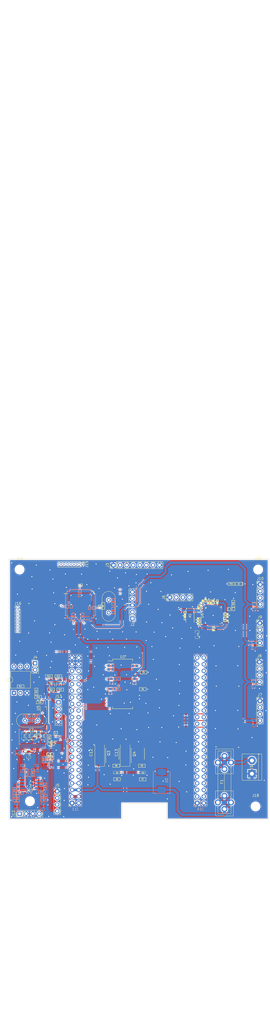
<source format=kicad_pcb>
(kicad_pcb (version 4) (host pcbnew 4.0.7-e2-6376~58~ubuntu16.04.1)
  (layers (0 F.Cu signal) (31 B.Cu signal) (34 B.Paste user) (35 F.Paste user) (36 B.SilkS user) (37 F.SilkS user) (38 B.Mask user) (39 F.Mask user) (44 Edge.Cuts user))
  (net 0 "")
  (net 1 /+5v_Dev)
  (net 2 GND)
  (net 3 /VD)
  (net 4 "Net-(C4-Pad1)")
  (net 5 "Net-(C5-Pad2)")
  (net 6 "Net-(C6-Pad1)")
  (net 7 /VDD_5V)
  (net 8 /VDD_3V3B)
  (net 9 VCC)
  (net 10 "Net-(C15-Pad1)")
  (net 11 "Net-(C16-Pad1)")
  (net 12 "Net-(C17-Pad1)")
  (net 13 "Net-(C18-Pad1)")
  (net 14 "Net-(C19-Pad1)")
  (net 15 /Vcom)
  (net 16 "Net-(C27-Pad1)")
  (net 17 "Net-(C28-Pad1)")
  (net 18 "Net-(C33-Pad1)")
  (net 19 "Net-(C33-Pad2)")
  (net 20 "Net-(C34-Pad1)")
  (net 21 "Net-(C34-Pad2)")
  (net 22 "Net-(C38-Pad1)")
  (net 23 "Net-(C38-Pad2)")
  (net 24 "Net-(C39-Pad1)")
  (net 25 "Net-(C39-Pad2)")
  (net 26 "Net-(C41-Pad2)")
  (net 27 "Net-(C42-Pad2)")
  (net 28 "Net-(C43-Pad1)")
  (net 29 "Net-(C43-Pad2)")
  (net 30 "Net-(C44-Pad1)")
  (net 31 "Net-(C44-Pad2)")
  (net 32 "Net-(D2-Pad1)")
  (net 33 "Net-(D3-Pad1)")
  (net 34 "Net-(F1-Pad1)")
  (net 35 "Net-(J2-Pad1)")
  (net 36 "Net-(J2-Pad2)")
  (net 37 "Net-(J2-Pad4)")
  (net 38 "Net-(J3-Pad2)")
  (net 39 "Net-(J3-Pad3)")
  (net 40 "Net-(J3-Pad4)")
  (net 41 "Net-(J3-Pad5)")
  (net 42 "Net-(J3-Pad6)")
  (net 43 "Net-(J3-Pad7)")
  (net 44 "Net-(J4-Pad1)")
  (net 45 "Net-(J4-Pad2)")
  (net 46 "Net-(J5-Pad2)")
  (net 47 "Net-(J5-Pad3)")
  (net 48 "Net-(J6-Pad2)")
  (net 49 "Net-(J6-Pad3)")
  (net 50 /D+_Dev1)
  (net 51 /D-_Dev1)
  (net 52 /D+_Dev2)
  (net 53 /D-_Dev2)
  (net 54 /D+_Dev3)
  (net 55 /D-_Dev3)
  (net 56 /D+_Dev4)
  (net 57 /D-_Dev4)
  (net 58 /SYS_5V)
  (net 59 /PWR_BUT)
  (net 60 /SYS_RESETn)
  (net 61 /UART4_RXD)
  (net 62 /GPIO_60)
  (net 63 /UART4_TXD)
  (net 64 /EHRPWM1A)
  (net 65 /GPIO_48)
  (net 66 /EHRPWM1B)
  (net 67 /I2C1_SCL)
  (net 68 /I2C1_SDA)
  (net 69 /I2C2_SCL)
  (net 70 /I2C2_SDA)
  (net 71 /UART2_TXD)
  (net 72 /UART2_RXD)
  (net 73 /GPIO_49)
  (net 74 /UART1_TXD)
  (net 75 /GPIO_117)
  (net 76 /UART1_RXD)
  (net 77 "Net-(J14-Pad3)")
  (net 78 "Net-(J14-Pad4)")
  (net 79 "Net-(J14-Pad5)")
  (net 80 "Net-(J14-Pad6)")
  (net 81 "Net-(J14-Pad7)")
  (net 82 "Net-(J14-Pad8)")
  (net 83 "Net-(J14-Pad9)")
  (net 84 "Net-(J14-Pad10)")
  (net 85 "Net-(J14-Pad11)")
  (net 86 "Net-(J14-Pad12)")
  (net 87 "Net-(J14-Pad13)")
  (net 88 "Net-(J14-Pad14)")
  (net 89 "Net-(J14-Pad15)")
  (net 90 "Net-(J14-Pad16)")
  (net 91 "Net-(J14-Pad17)")
  (net 92 "Net-(J14-Pad18)")
  (net 93 "Net-(J14-Pad19)")
  (net 94 "Net-(J14-Pad20)")
  (net 95 "Net-(J14-Pad21)")
  (net 96 "Net-(J14-Pad22)")
  (net 97 "Net-(J14-Pad23)")
  (net 98 "Net-(J14-Pad24)")
  (net 99 "Net-(J14-Pad25)")
  (net 100 "Net-(J14-Pad26)")
  (net 101 "Net-(Q1-Pad3)")
  (net 102 "Net-(Q2-Pad3)")
  (net 103 "Net-(Q5-Pad3)")
  (net 104 "Net-(Q6-Pad3)")
  (net 105 "Net-(R1-Pad1)")
  (net 106 "Net-(R2-Pad1)")
  (net 107 "Net-(R3-Pad1)")
  (net 108 "Net-(R5-Pad1)")
  (net 109 /SPDIF_OUT)
  (net 110 "Net-(R18-Pad1)")
  (net 111 "Net-(R19-Pad1)")
  (net 112 "Net-(R20-Pad1)")
  (net 113 "Net-(R21-Pad2)")
  (net 114 "Net-(R22-Pad2)")
  (net 115 "Net-(R23-Pad2)")
  (net 116 "Net-(R24-Pad2)")
  (net 117 "Net-(R26-Pad1)")
  (net 118 "Net-(U1-Pad4)")
  (net 119 /LRCK)
  (net 120 /BCK)
  (net 121 /DATA)
  (net 122 "Net-(U2-Pad3)")
  (net 123 "Net-(U2-Pad6)")
  (net 124 "Net-(U2-Pad8)")
  (net 125 "Net-(U2-Pad21)")
  (net 126 "Net-(U2-Pad22)")
  (net 127 "Net-(U2-Pad23)")
  (net 128 "Net-(U2-Pad24)")
  (net 129 "Net-(U2-Pad27)")
  (net 130 "Net-(U2-Pad28)")
  (net 131 "Net-(U2-Pad29)")
  (net 132 "Net-(U2-Pad32)")
  (net 133 "Net-(U2-Pad33)")
  (net 134 "Net-(U2-Pad43)")
  (net 135 "Net-(U2-Pad44)")
  (net 136 "Net-(U2-Pad45)")
  (net 137 "Net-(U2-Pad46)")
  (net 138 "Net-(U2-Pad48)")
  (net 139 "Net-(U2-Pad49)")
  (net 140 "Net-(U2-Pad50)")
  (net 141 "Net-(U2-Pad51)")
  (net 142 "Net-(U2-Pad52)")
  (net 143 "Net-(U2-Pad53)")
  (net 144 "Net-(U2-Pad54)")
  (net 145 "Net-(U2-Pad55)")
  (net 146 "Net-(U2-Pad58)")
  (net 147 "Net-(U4-Pad5)")
  (net 148 "Net-(U4-Pad6)")
  (net 149 "Net-(U4-Pad7)")
  (net 150 "Net-(U4-Pad15)")
  (net 151 "Net-(U4-Pad16)")
  (net 152 "Net-(U4-Pad24)")
  (net 153 "Net-(U4-Pad25)")
  (net 154 "Net-(U4-Pad28)")
  (net 155 "Net-(U6-Pad11)")
  (net 156 "Net-(U6-Pad12)")
  (net 157 "Net-(U6-Pad13)")
  (net 158 "Net-(U6-Pad16)")
  (net 159 "Net-(U6-Pad17)")
  (net 160 "Net-(U6-Pad18)")
  (net 161 "Net-(U6-Pad19)")
  (net 162 "Net-(U6-Pad20)")
  (net 163 "Net-(U6-Pad21)")
  (net 164 /GPIO_115)
  (net 165 /SPI1_D1)
  (net 166 /VDD_ADC)
  (net 167 /AIN4)
  (net 168 /AIN6)
  (net 169 /AIN5)
  (net 170 /AIN2)
  (net 171 /AIN3)
  (net 172 /AIN0)
  (net 173 /AIN1)
  (net 174 /CLKOUT2)
  (net 175 /GPIO0_7)
  (net 176 "Net-(J14-Pad27)")
  (net 177 "Net-(J14-Pad28)")
  (net 178 "Net-(J14-Pad29)")
  (net 179 "Net-(J14-Pad30)")
  (net 180 "Net-(J14-Pad31)")
  (net 181 "Net-(J14-Pad32)")
  (net 182 "Net-(J14-Pad33)")
  (net 183 "Net-(J14-Pad34)")
  (net 184 "Net-(J14-Pad35)")
  (net 185 "Net-(J14-Pad36)")
  (net 186 "Net-(J14-Pad37)")
  (net 187 "Net-(J14-Pad38)")
  (net 188 "Net-(J14-Pad39)")
  (net 189 "Net-(J14-Pad40)")
  (net 190 "Net-(J14-Pad41)")
  (net 191 "Net-(J14-Pad42)")
  (net 192 "Net-(J14-Pad43)")
  (net 193 "Net-(J14-Pad44)")
  (net 194 "Net-(J14-Pad45)")
  (net 195 "Net-(J14-Pad46)")
  (net 196 "Net-(J15-Pad1)")
  (net 197 "Net-(J15-Pad2)")
  (net 198 "Net-(J15-Pad3)")
  (net 199 "Net-(J15-Pad4)")
  (net 200 "Net-(J15-Pad5)")
  (net 201 "Net-(J15-Pad6)")
  (net 202 "Net-(J15-Pad7)")
  (net 203 "Net-(J15-Pad8)")
  (net 204 "Net-(J16-Pad1)")
  (net 205 "Net-(J16-Pad2)")
  (net 206 "Net-(J16-Pad3)")
  (net 207 "Net-(J16-Pad4)")
  (net 208 "Net-(J16-Pad5)")
  (net 209 "Net-(J16-Pad6)")
  (net 210 "Net-(J16-Pad7)")
  (net 211 "Net-(J16-Pad8)")
  (net 212 /Vanlg)
  (net 213 "Net-(C1-Pad1)")
  (net 214 /VDD_5V_USB1)
  (net 215 "Net-(R10-Pad2)")
  (net 216 "Net-(R40-Pad2)")
  (net 217 "Net-(J17-Pad1)")
  (net 218 "Net-(J18-Pad1)")
  (net 219 "Net-(J19-Pad1)")
  (net 220 "Net-(J20-Pad1)")
  (module Yame_library:SM0603-MR (layer B.Cu) (at 134 114.65 270)
    (fp_text reference C1 (at 0 0 270) (layer B.SilkS) (effects (font (size 0.508 0.4572) (thickness 0.1143)) (justify mirror)))
    (fp_text value 100n hide)
    (pad 1 smd rect (at -0.725 0 270) (size 0.95 0.95) (layers B.Cu B.Paste B.Mask) (net 213 "Net-(C1-Pad1)"))
    (pad 2 smd rect (at 0.725 0 270) (size 0.95 0.95) (layers B.Cu B.Paste B.Mask) (net 2 GND))
  )
  (module Yame_library:SM0603-MR (layer B.Cu) (at 134.35 110.7 270)
    (fp_text reference C2 (at 0 0 270) (layer B.SilkS) (effects (font (size 0.508 0.4572) (thickness 0.1143)) (justify mirror)))
    (fp_text value 100n hide)
    (pad 1 smd rect (at -0.725 0 270) (size 0.95 0.95) (layers B.Cu B.Paste B.Mask) (net 3 /VD))
    (pad 2 smd rect (at 0.725 0 270) (size 0.95 0.95) (layers B.Cu B.Paste B.Mask) (net 2 GND))
  )
  (module Yame_library:SM0603-MR (layer B.Cu) (at 143.3 110.8 270)
    (fp_text reference C3 (at 0 0 270) (layer B.SilkS) (effects (font (size 0.508 0.4572) (thickness 0.1143)) (justify mirror)))
    (fp_text value 100n hide)
    (pad 1 smd rect (at -0.725 0 270) (size 0.95 0.95) (layers B.Cu B.Paste B.Mask) (net 1 /+5v_Dev))
    (pad 2 smd rect (at 0.725 0 270) (size 0.95 0.95) (layers B.Cu B.Paste B.Mask) (net 2 GND))
  )
  (module Yame_library:SM0603-MR (layer B.Cu) (at 135.1 83.75 90)
    (fp_text reference C4 (at 0 0 90) (layer B.SilkS) (effects (font (size 0.508 0.4572) (thickness 0.1143)) (justify mirror)))
    (fp_text value 18p hide)
    (pad 1 smd rect (at -0.725 0 90) (size 0.95 0.95) (layers B.Cu B.Paste B.Mask) (net 4 "Net-(C4-Pad1)"))
    (pad 2 smd rect (at 0.725 0 90) (size 0.95 0.95) (layers B.Cu B.Paste B.Mask) (net 2 GND))
  )
  (module Yame_library:SM0603-MR (layer F.Cu) (at 146.8 107.5 180)
    (fp_text reference C5 (at 0 0 180) (layer F.SilkS) (effects (font (size 0.508 0.4572) (thickness 0.1143))))
    (fp_text value 100n hide)
    (pad 1 smd rect (at -0.725 0 180) (size 0.95 0.95) (layers F.Cu F.Paste F.Mask) (net 2 GND))
    (pad 2 smd rect (at 0.725 0 180) (size 0.95 0.95) (layers F.Cu F.Paste F.Mask) (net 5 "Net-(C5-Pad2)"))
  )
  (module Yame_library:SM0603-MR (layer B.Cu) (at 135.1 80.45 270)
    (fp_text reference C6 (at 0 0 270) (layer B.SilkS) (effects (font (size 0.508 0.4572) (thickness 0.1143)) (justify mirror)))
    (fp_text value 18p hide)
    (pad 1 smd rect (at -0.725 0 270) (size 0.95 0.95) (layers B.Cu B.Paste B.Mask) (net 6 "Net-(C6-Pad1)"))
    (pad 2 smd rect (at 0.725 0 270) (size 0.95 0.95) (layers B.Cu B.Paste B.Mask) (net 2 GND))
  )
  (module Yame_library:SM0603-MR (layer B.Cu) (at 118.15 82.2)
    (fp_text reference C7 (at 0 0) (layer B.SilkS) (effects (font (size 0.508 0.4572) (thickness 0.1143)) (justify mirror)))
    (fp_text value 100n hide)
    (pad 1 smd rect (at -0.725 0) (size 0.95 0.95) (layers B.Cu B.Paste B.Mask) (net 1 /+5v_Dev))
    (pad 2 smd rect (at 0.725 0) (size 0.95 0.95) (layers B.Cu B.Paste B.Mask) (net 2 GND))
  )
  (module Yame_library:SM0603-MR (layer B.Cu) (at 119.75 86 90)
    (fp_text reference C8 (at 0 0 90) (layer B.SilkS) (effects (font (size 0.508 0.4572) (thickness 0.1143)) (justify mirror)))
    (fp_text value 100n hide)
    (pad 1 smd rect (at -0.725 0 90) (size 0.95 0.95) (layers B.Cu B.Paste B.Mask) (net 1 /+5v_Dev))
    (pad 2 smd rect (at 0.725 0 90) (size 0.95 0.95) (layers B.Cu B.Paste B.Mask) (net 2 GND))
  )
  (module Yame_library:SM0603-MR (layer B.Cu) (at 123.25 85.95 90)
    (fp_text reference C9 (at 0 0 90) (layer B.SilkS) (effects (font (size 0.508 0.4572) (thickness 0.1143)) (justify mirror)))
    (fp_text value 100n hide)
    (pad 1 smd rect (at -0.725 0 90) (size 0.95 0.95) (layers B.Cu B.Paste B.Mask) (net 1 /+5v_Dev))
    (pad 2 smd rect (at 0.725 0 90) (size 0.95 0.95) (layers B.Cu B.Paste B.Mask) (net 2 GND))
  )
  (module Yame_library:SM0603-MR (layer B.Cu) (at 126.8 82.7 180)
    (fp_text reference C10 (at 0 0 180) (layer B.SilkS) (effects (font (size 0.508 0.4572) (thickness 0.1143)) (justify mirror)))
    (fp_text value 100n hide)
    (pad 1 smd rect (at -0.725 0 180) (size 0.95 0.95) (layers B.Cu B.Paste B.Mask) (net 1 /+5v_Dev))
    (pad 2 smd rect (at 0.725 0 180) (size 0.95 0.95) (layers B.Cu B.Paste B.Mask) (net 2 GND))
  )
  (module Yame_library:SM0603-MR (layer B.Cu) (at 122.25 77.1 270)
    (fp_text reference C11 (at 0 0 270) (layer B.SilkS) (effects (font (size 0.508 0.4572) (thickness 0.1143)) (justify mirror)))
    (fp_text value 100n hide)
    (pad 1 smd rect (at -0.725 0 270) (size 0.95 0.95) (layers B.Cu B.Paste B.Mask) (net 1 /+5v_Dev))
    (pad 2 smd rect (at 0.725 0 270) (size 0.95 0.95) (layers B.Cu B.Paste B.Mask) (net 2 GND))
  )
  (module Capacitors_Tantalum_SMD:CP_Tantalum_Case-U_EIA-6032-15_Hand (layer F.Cu) (at 129.9 138.35 90)
    (fp_text reference C12 (at 0 -3.35 90) (layer F.SilkS))
    (fp_text value 100u)
    (pad 1 smd rect (at -3.125 0 90) (size 3.75 2.5) (layers F.Cu F.Paste F.Mask) (net 7 /VDD_5V))
    (pad 2 smd rect (at 3.125 0 90) (size 3.75 2.5) (layers F.Cu F.Paste F.Mask) (net 2 GND))
  )
  (module Capacitors_Tantalum_SMD:CP_Tantalum_Case-U_EIA-6032-15_Hand (layer F.Cu) (at 139.7 138.35 90)
    (fp_text reference C13 (at 0 -3.35 90) (layer F.SilkS))
    (fp_text value 100u)
    (pad 1 smd rect (at -3.125 0 90) (size 3.75 2.5) (layers F.Cu F.Paste F.Mask) (net 8 /VDD_3V3B))
    (pad 2 smd rect (at 3.125 0 90) (size 3.75 2.5) (layers F.Cu F.Paste F.Mask) (net 2 GND))
  )
  (module Yame_library:SM0603-MR (layer F.Cu) (at 110.5 132.8 270)
    (fp_text reference C14 (at 0 0 270) (layer F.SilkS) (effects (font (size 0.508 0.4572) (thickness 0.1143))))
    (fp_text value 100n hide)
    (pad 1 smd rect (at -0.725 0 270) (size 0.95 0.95) (layers F.Cu F.Paste F.Mask) (net 9 VCC))
    (pad 2 smd rect (at 0.725 0 270) (size 0.95 0.95) (layers F.Cu F.Paste F.Mask) (net 2 GND))
  )
  (module Yame_library:SM0603-MR (layer B.Cu) (at 105.3 124.4 180)
    (fp_text reference C15 (at 0 0 180) (layer B.SilkS) (effects (font (size 0.508 0.4572) (thickness 0.1143)) (justify mirror)))
    (fp_text value 18p hide)
    (pad 1 smd rect (at -0.725 0 180) (size 0.95 0.95) (layers B.Cu B.Paste B.Mask) (net 10 "Net-(C15-Pad1)"))
    (pad 2 smd rect (at 0.725 0 180) (size 0.95 0.95) (layers B.Cu B.Paste B.Mask) (net 2 GND))
  )
  (module Yame_library:SM0603-MR (layer B.Cu) (at 101.8 124.4)
    (fp_text reference C16 (at 0 0) (layer B.SilkS) (effects (font (size 0.508 0.4572) (thickness 0.1143)) (justify mirror)))
    (fp_text value 18p hide)
    (pad 1 smd rect (at -0.725 0) (size 0.95 0.95) (layers B.Cu B.Paste B.Mask) (net 11 "Net-(C16-Pad1)"))
    (pad 2 smd rect (at 0.725 0) (size 0.95 0.95) (layers B.Cu B.Paste B.Mask) (net 2 GND))
  )
  (module Yame_library:SM0402-MR (layer F.Cu) (at 162.75 86.6 90)
    (fp_text reference C17 (at 0 0 90) (layer F.SilkS) (effects (font (size 0.45 0.45) (thickness 0.07))))
    (fp_text value 18p hide)
    (pad 1 smd rect (at -0.425 0 90) (size 0.6 0.55) (layers F.Cu F.Paste F.Mask) (net 12 "Net-(C17-Pad1)"))
    (pad 2 smd rect (at 0.425 0 90) (size 0.6 0.55) (layers F.Cu F.Paste F.SilkS F.Mask) (net 2 GND))
  )
  (module Yame_library:SM0402-MR (layer F.Cu) (at 170.7 79.8 90)
    (fp_text reference C18 (at 0 0 90) (layer F.SilkS) (effects (font (size 0.45 0.45) (thickness 0.07))))
    (fp_text value 100n hide)
    (pad 1 smd rect (at -0.425 0 90) (size 0.6 0.55) (layers F.Cu F.Paste F.Mask) (net 13 "Net-(C18-Pad1)"))
    (pad 2 smd rect (at 0.425 0 90) (size 0.6 0.55) (layers F.Cu F.Paste F.SilkS F.Mask) (net 2 GND))
  )
  (module Yame_library:SM0402-MR (layer F.Cu) (at 162.75 84.8 270)
    (fp_text reference C19 (at 0 0 270) (layer F.SilkS) (effects (font (size 0.45 0.45) (thickness 0.07))))
    (fp_text value 18p hide)
    (pad 1 smd rect (at -0.425 0 270) (size 0.6 0.55) (layers F.Cu F.Paste F.Mask) (net 14 "Net-(C19-Pad1)"))
    (pad 2 smd rect (at 0.425 0 270) (size 0.6 0.55) (layers F.Cu F.Paste F.SilkS F.Mask) (net 2 GND))
  )
  (module Yame_library:SM0805-MR (layer F.Cu) (at 102.5 139 270)
    (fp_text reference C20 (at 0 -0.3175 270) (layer F.SilkS) (effects (font (size 0.50038 0.50038) (thickness 0.10922))))
    (fp_text value 10u hide)
    (pad 1 smd rect (at -0.875 0 270) (size 1.1 1.4) (layers F.Cu F.Paste F.Mask) (net 212 /Vanlg))
    (pad 2 smd rect (at 0.875 0 270) (size 1.1 1.4) (layers F.Cu F.Paste F.Mask) (net 2 GND))
  )
  (module Yame_library:SM0805-MR (layer F.Cu) (at 100.6 131.9 270)
    (fp_text reference C21 (at 0 -0.3175 270) (layer F.SilkS) (effects (font (size 0.50038 0.50038) (thickness 0.10922))))
    (fp_text value 10u hide)
    (pad 1 smd rect (at -0.875 0 270) (size 1.1 1.4) (layers F.Cu F.Paste F.Mask) (net 212 /Vanlg))
    (pad 2 smd rect (at 0.875 0 270) (size 1.1 1.4) (layers F.Cu F.Paste F.Mask) (net 2 GND))
  )
  (module Yame_library:SM0805-MR (layer F.Cu) (at 102.5 131.9 270)
    (fp_text reference C22 (at 0 -0.3175 270) (layer F.SilkS) (effects (font (size 0.50038 0.50038) (thickness 0.10922))))
    (fp_text value 10u hide)
    (pad 1 smd rect (at -0.875 0 270) (size 1.1 1.4) (layers F.Cu F.Paste F.Mask) (net 212 /Vanlg))
    (pad 2 smd rect (at 0.875 0 270) (size 1.1 1.4) (layers F.Cu F.Paste F.Mask) (net 2 GND))
  )
  (module Yame_library:SM0805-MR (layer F.Cu) (at 104.6 131.9 270)
    (fp_text reference C23 (at 0 -0.3175 270) (layer F.SilkS) (effects (font (size 0.50038 0.50038) (thickness 0.10922))))
    (fp_text value 10u hide)
    (pad 1 smd rect (at -0.875 0 270) (size 1.1 1.4) (layers F.Cu F.Paste F.Mask) (net 212 /Vanlg))
    (pad 2 smd rect (at 0.875 0 270) (size 1.1 1.4) (layers F.Cu F.Paste F.Mask) (net 2 GND))
  )
  (module Yame_library:SM0805-MR (layer F.Cu) (at 108.1 131.9 270)
    (fp_text reference C24 (at 0 -0.3175 270) (layer F.SilkS) (effects (font (size 0.50038 0.50038) (thickness 0.10922))))
    (fp_text value 10u hide)
    (pad 1 smd rect (at -0.875 0 270) (size 1.1 1.4) (layers F.Cu F.Paste F.Mask) (net 9 VCC))
    (pad 2 smd rect (at 0.875 0 270) (size 1.1 1.4) (layers F.Cu F.Paste F.Mask) (net 2 GND))
  )
  (module Yame_library:SM0805-MR (layer F.Cu) (at 167.45 93 270)
    (fp_text reference C25 (at 0 -0.3175 270) (layer F.SilkS) (effects (font (size 0.50038 0.50038) (thickness 0.10922))))
    (fp_text value 10u hide)
    (pad 1 smd rect (at -0.875 0 270) (size 1.1 1.4) (layers F.Cu F.Paste F.Mask) (net 9 VCC))
    (pad 2 smd rect (at 0.875 0 270) (size 1.1 1.4) (layers F.Cu F.Paste F.Mask) (net 2 GND))
  )
  (module Yame_library:SM0805-MR (layer B.Cu) (at 98.1 138.4)
    (fp_text reference C26 (at 0 0.3175) (layer B.SilkS) (effects (font (size 0.50038 0.50038) (thickness 0.10922)) (justify mirror)))
    (fp_text value 10u hide)
    (pad 1 smd rect (at -0.875 0) (size 1.1 1.4) (layers B.Cu B.Paste B.Mask) (net 2 GND))
    (pad 2 smd rect (at 0.875 0) (size 1.1 1.4) (layers B.Cu B.Paste B.Mask) (net 15 /Vcom))
  )
  (module Yame_library:SM0402-MR (layer F.Cu) (at 168.25 86.8 180)
    (fp_text reference C27 (at 0 0 180) (layer F.SilkS) (effects (font (size 0.45 0.45) (thickness 0.07))))
    (fp_text value 100n hide)
    (pad 1 smd rect (at -0.425 0 180) (size 0.6 0.55) (layers F.Cu F.Paste F.Mask) (net 16 "Net-(C27-Pad1)"))
    (pad 2 smd rect (at 0.425 0 180) (size 0.6 0.55) (layers F.Cu F.Paste F.SilkS F.Mask) (net 2 GND))
  )
  (module Yame_library:SM0402-MR (layer F.Cu) (at 178.7 86.15)
    (fp_text reference C28 (at 0 0) (layer F.SilkS) (effects (font (size 0.45 0.45) (thickness 0.07))))
    (fp_text value 100n hide)
    (pad 1 smd rect (at -0.425 0) (size 0.6 0.55) (layers F.Cu F.Paste F.Mask) (net 17 "Net-(C28-Pad1)"))
    (pad 2 smd rect (at 0.425 0) (size 0.6 0.55) (layers F.Cu F.Paste F.SilkS F.Mask) (net 2 GND))
  )
  (module Yame_library:SM0603-MR (layer F.Cu) (at 106.8 119 180)
    (fp_text reference C29 (at 0 0 180) (layer F.SilkS) (effects (font (size 0.508 0.4572) (thickness 0.1143))))
    (fp_text value 100n hide)
    (pad 1 smd rect (at -0.725 0 180) (size 0.95 0.95) (layers F.Cu F.Paste F.Mask) (net 9 VCC))
    (pad 2 smd rect (at 0.725 0 180) (size 0.95 0.95) (layers F.Cu F.Paste F.Mask) (net 2 GND))
  )
  (module Yame_library:SM0402-MR (layer F.Cu) (at 173.65 90.8 270)
    (fp_text reference C30 (at 0 0 270) (layer F.SilkS) (effects (font (size 0.45 0.45) (thickness 0.07))))
    (fp_text value 100n hide)
    (pad 1 smd rect (at -0.425 0 270) (size 0.6 0.55) (layers F.Cu F.Paste F.Mask) (net 9 VCC))
    (pad 2 smd rect (at 0.425 0 270) (size 0.6 0.55) (layers F.Cu F.Paste F.SilkS F.Mask) (net 2 GND))
  )
  (module Yame_library:SM0402-MR (layer F.Cu) (at 178.7 87.65)
    (fp_text reference C31 (at 0 0) (layer F.SilkS) (effects (font (size 0.45 0.45) (thickness 0.07))))
    (fp_text value 100n hide)
    (pad 1 smd rect (at -0.425 0) (size 0.6 0.55) (layers F.Cu F.Paste F.Mask) (net 9 VCC))
    (pad 2 smd rect (at 0.425 0) (size 0.6 0.55) (layers F.Cu F.Paste F.SilkS F.Mask) (net 2 GND))
  )
  (module Yame_library:SM0402-MR (layer F.Cu) (at 178.7 85.15)
    (fp_text reference C32 (at 0 0) (layer F.SilkS) (effects (font (size 0.45 0.45) (thickness 0.07))))
    (fp_text value 100n hide)
    (pad 1 smd rect (at -0.425 0) (size 0.6 0.55) (layers F.Cu F.Paste F.Mask) (net 9 VCC))
    (pad 2 smd rect (at 0.425 0) (size 0.6 0.55) (layers F.Cu F.Paste F.SilkS F.Mask) (net 2 GND))
  )
  (module Yame_library:SM0805-MR (layer B.Cu) (at 100.1 144.3 90)
    (fp_text reference C33 (at 0 0.3175 90) (layer B.SilkS) (effects (font (size 0.50038 0.50038) (thickness 0.10922)) (justify mirror)))
    (fp_text value 10u hide)
    (pad 1 smd rect (at -0.875 0 90) (size 1.1 1.4) (layers B.Cu B.Paste B.Mask) (net 18 "Net-(C33-Pad1)"))
    (pad 2 smd rect (at 0.875 0 90) (size 1.1 1.4) (layers B.Cu B.Paste B.Mask) (net 19 "Net-(C33-Pad2)"))
  )
  (module Yame_library:SM0805-MR (layer B.Cu) (at 105.7 144.3 90)
    (fp_text reference C34 (at 0 0.3175 90) (layer B.SilkS) (effects (font (size 0.50038 0.50038) (thickness 0.10922)) (justify mirror)))
    (fp_text value 10u hide)
    (pad 1 smd rect (at -0.875 0 90) (size 1.1 1.4) (layers B.Cu B.Paste B.Mask) (net 20 "Net-(C34-Pad1)"))
    (pad 2 smd rect (at 0.875 0 90) (size 1.1 1.4) (layers B.Cu B.Paste B.Mask) (net 21 "Net-(C34-Pad2)"))
  )
  (module Yame_library:SM0402-MR (layer F.Cu) (at 173.7 80.4 90)
    (fp_text reference C35 (at 0 0 90) (layer F.SilkS) (effects (font (size 0.45 0.45) (thickness 0.07))))
    (fp_text value 100n hide)
    (pad 1 smd rect (at -0.425 0 90) (size 0.6 0.55) (layers F.Cu F.Paste F.Mask) (net 9 VCC))
    (pad 2 smd rect (at 0.425 0 90) (size 0.6 0.55) (layers F.Cu F.Paste F.SilkS F.Mask) (net 2 GND))
  )
  (module Yame_library:SM0402-MR (layer F.Cu) (at 168.55 82.9 180)
    (fp_text reference C36 (at 0 0 180) (layer F.SilkS) (effects (font (size 0.45 0.45) (thickness 0.07))))
    (fp_text value 100n hide)
    (pad 1 smd rect (at -0.425 0 180) (size 0.6 0.55) (layers F.Cu F.Paste F.Mask) (net 9 VCC))
    (pad 2 smd rect (at 0.425 0 180) (size 0.6 0.55) (layers F.Cu F.Paste F.SilkS F.Mask) (net 2 GND))
  )
  (module Yame_library:SM0402-MR (layer F.Cu) (at 168.25 88.8 180)
    (fp_text reference C37 (at 0 0 180) (layer F.SilkS) (effects (font (size 0.45 0.45) (thickness 0.07))))
    (fp_text value 100n hide)
    (pad 1 smd rect (at -0.425 0 180) (size 0.6 0.55) (layers F.Cu F.Paste F.Mask) (net 9 VCC))
    (pad 2 smd rect (at 0.425 0 180) (size 0.6 0.55) (layers F.Cu F.Paste F.SilkS F.Mask) (net 2 GND))
  )
  (module Yame_library:SM0603-MR (layer B.Cu) (at 98.4 151.4 270)
    (fp_text reference C38 (at 0 0 270) (layer B.SilkS) (effects (font (size 0.508 0.4572) (thickness 0.1143)) (justify mirror)))
    (fp_text value 330p hide)
    (pad 1 smd rect (at -0.725 0 270) (size 0.95 0.95) (layers B.Cu B.Paste B.Mask) (net 22 "Net-(C38-Pad1)"))
    (pad 2 smd rect (at 0.725 0 270) (size 0.95 0.95) (layers B.Cu B.Paste B.Mask) (net 23 "Net-(C38-Pad2)"))
  )
  (module Yame_library:SM0603-MR (layer B.Cu) (at 107.4 150.1 270)
    (fp_text reference C39 (at 0 0 270) (layer B.SilkS) (effects (font (size 0.508 0.4572) (thickness 0.1143)) (justify mirror)))
    (fp_text value 330p hide)
    (pad 1 smd rect (at -0.725 0 270) (size 0.95 0.95) (layers B.Cu B.Paste B.Mask) (net 24 "Net-(C39-Pad1)"))
    (pad 2 smd rect (at 0.725 0 270) (size 0.95 0.95) (layers B.Cu B.Paste B.Mask) (net 25 "Net-(C39-Pad2)"))
  )
  (module Yame_library:SM0805-MR (layer F.Cu) (at 103.6 151.1 90)
    (fp_text reference C40 (at 0 -0.3175 90) (layer F.SilkS) (effects (font (size 0.50038 0.50038) (thickness 0.10922))))
    (fp_text value 10u hide)
    (pad 1 smd rect (at -0.875 0 90) (size 1.1 1.4) (layers F.Cu F.Paste F.Mask) (net 212 /Vanlg))
    (pad 2 smd rect (at 0.875 0 90) (size 1.1 1.4) (layers F.Cu F.Paste F.Mask) (net 2 GND))
  )
  (module Yame_library:SM0603-MR (layer B.Cu) (at 97 155.9 90)
    (fp_text reference C41 (at 0 0 90) (layer B.SilkS) (effects (font (size 0.508 0.4572) (thickness 0.1143)) (justify mirror)))
    (fp_text value 330p hide)
    (pad 1 smd rect (at -0.725 0 90) (size 0.95 0.95) (layers B.Cu B.Paste B.Mask) (net 2 GND))
    (pad 2 smd rect (at 0.725 0 90) (size 0.95 0.95) (layers B.Cu B.Paste B.Mask) (net 26 "Net-(C41-Pad2)"))
  )
  (module Yame_library:SM0603-MR (layer B.Cu) (at 109.05 155.7 90)
    (fp_text reference C42 (at 0 0 90) (layer B.SilkS) (effects (font (size 0.508 0.4572) (thickness 0.1143)) (justify mirror)))
    (fp_text value 330p hide)
    (pad 1 smd rect (at -0.725 0 90) (size 0.95 0.95) (layers B.Cu B.Paste B.Mask) (net 2 GND))
    (pad 2 smd rect (at 0.725 0 90) (size 0.95 0.95) (layers B.Cu B.Paste B.Mask) (net 27 "Net-(C42-Pad2)"))
  )
  (module Yame_library:SM0805-MR (layer B.Cu) (at 97.7 159 90)
    (fp_text reference C43 (at 0 0.3175 90) (layer B.SilkS) (effects (font (size 0.50038 0.50038) (thickness 0.10922)) (justify mirror)))
    (fp_text value 10u hide)
    (pad 1 smd rect (at -0.875 0 90) (size 1.1 1.4) (layers B.Cu B.Paste B.Mask) (net 28 "Net-(C43-Pad1)"))
    (pad 2 smd rect (at 0.875 0 90) (size 1.1 1.4) (layers B.Cu B.Paste B.Mask) (net 29 "Net-(C43-Pad2)"))
  )
  (module Yame_library:SM0805-MR (layer B.Cu) (at 108 158.95 90)
    (fp_text reference C44 (at 0 0.3175 90) (layer B.SilkS) (effects (font (size 0.50038 0.50038) (thickness 0.10922)) (justify mirror)))
    (fp_text value 10u hide)
    (pad 1 smd rect (at -0.875 0 90) (size 1.1 1.4) (layers B.Cu B.Paste B.Mask) (net 30 "Net-(C44-Pad1)"))
    (pad 2 smd rect (at 0.875 0 90) (size 1.1 1.4) (layers B.Cu B.Paste B.Mask) (net 31 "Net-(C44-Pad2)"))
  )
  (module Diodes_SMD:D_SMC (layer B.Cu) (at 153.8 149.2 90)
    (fp_text reference D1 (at 0.15 1.9 90) (layer B.SilkS) (effects (justify mirror)))
    (fp_text value SMCJ5.0A-TR)
    (pad 1 smd rect (at -3.4 0) (size 3.3 2.5) (layers B.Cu B.Paste B.Mask) (net 7 /VDD_5V))
    (pad 2 smd rect (at 3.4 0) (size 3.3 2.5) (layers B.Cu B.Paste B.Mask) (net 2 GND))
  )
  (module Yame_library:SM0603-LED-MR (layer F.Cu) (at 183.55 73.5)
    (fp_text reference D2 (at 0 0) (layer F.SilkS) (effects (font (size 0.508 0.4572) (thickness 0.1143))))
    (fp_text value LED hide)
    (pad 1 smd rect (at -0.725 0) (size 0.95 0.95) (layers F.Cu F.Paste F.Mask) (net 32 "Net-(D2-Pad1)"))
    (pad 2 smd rect (at 0.725 0) (size 0.95 0.95) (layers F.Cu F.Paste F.Mask) (net 1 /+5v_Dev))
  )
  (module Yame_library:SM0603-LED-MR (layer F.Cu) (at 180.7 83.2 180)
    (fp_text reference D3 (at 0 0 180) (layer F.SilkS) (effects (font (size 0.508 0.4572) (thickness 0.1143))))
    (fp_text value LED hide)
    (pad 1 smd rect (at -0.725 0 180) (size 0.95 0.95) (layers F.Cu F.Paste F.Mask) (net 33 "Net-(D3-Pad1)"))
    (pad 2 smd rect (at 0.725 0 180) (size 0.95 0.95) (layers F.Cu F.Paste F.Mask) (net 9 VCC))
  )
  (module Fuse_Holders_and_Fuses:Fuseholder5x20_horiz_open_universal_Type-III (layer F.Cu) (at 178 139.6 270)
    (fp_text reference F1 (at 9.9 1 270) (layer F.SilkS))
    (fp_text value FUSE_CLIP_5x20)
    (pad 2 thru_hole circle (at 15.32 0 270) (size 2.35 2.35) (drill 1.35) (layers *.Cu *.Mask) (net 7 /VDD_5V))
    (pad 2 thru_hole circle (at 20.4 0 270) (size 2.35 2.35) (drill 1.35) (layers *.Cu *.Mask) (net 7 /VDD_5V))
    (pad 1 thru_hole circle (at 5.08 0 270) (size 2.35 2.35) (drill 1.35) (layers *.Cu *.Mask) (net 34 "Net-(F1-Pad1)"))
    (pad 1 thru_hole circle (at 0 0 270) (size 2.35 2.35) (drill 1.35) (layers *.Cu *.Mask) (net 34 "Net-(F1-Pad1)"))
    (pad 2 thru_hole circle (at 17.86 -2.54 270) (size 2.35 2.35) (drill 1.35) (layers *.Cu *.Mask) (net 7 /VDD_5V))
    (pad 2 thru_hole circle (at 17.86 2.54 270) (size 2.35 2.35) (drill 1.35) (layers *.Cu *.Mask) (net 7 /VDD_5V))
    (pad 1 thru_hole circle (at 2.54 -2.54 270) (size 2.35 2.35) (drill 1.35) (layers *.Cu *.Mask) (net 34 "Net-(F1-Pad1)"))
    (pad 1 thru_hole circle (at 2.54 2.54 270) (size 2.35 2.35) (drill 1.35) (layers *.Cu *.Mask) (net 34 "Net-(F1-Pad1)"))
  )
  (module Connectors:bornier2 (layer F.Cu) (at 188.6 146.45 90)
    (fp_text reference J1 (at 2.5 -0.2 90) (layer F.SilkS))
    (fp_text value +5V_in)
    (pad 1 thru_hole rect (at 0 0 90) (size 3 3) (drill 1.52) (layers *.Cu *.Mask) (net 2 GND))
    (pad 2 thru_hole circle (at 5.08 0 90) (size 3 3) (drill 1.52) (layers *.Cu *.Mask) (net 34 "Net-(F1-Pad1)"))
  )
  (module Pin_Headers:Pin_Header_Straight_1x05_Pitch2.54mm (layer F.Cu) (at 142.5 86.8 180)
    (fp_text reference J2 (at 0 -2.33 180) (layer F.SilkS))
    (fp_text value DBG_PORT)
    (pad 1 thru_hole rect (at 0 0 180) (size 1.7 1.7) (drill 1) (layers *.Cu *.Mask) (net 35 "Net-(J2-Pad1)"))
    (pad 2 thru_hole oval (at 0 2.54 180) (size 1.7 1.7) (drill 1) (layers *.Cu *.Mask) (net 36 "Net-(J2-Pad2)"))
    (pad 3 thru_hole oval (at 0 5.08 180) (size 1.7 1.7) (drill 1) (layers *.Cu *.Mask) (net 1 /+5v_Dev))
    (pad 4 thru_hole oval (at 0 7.62 180) (size 1.7 1.7) (drill 1) (layers *.Cu *.Mask) (net 37 "Net-(J2-Pad4)"))
    (pad 5 thru_hole oval (at 0 10.16 180) (size 1.7 1.7) (drill 1) (layers *.Cu *.Mask) (net 2 GND))
  )
  (module Pin_Headers:Pin_Header_Straight_1x08_Pitch2.54mm (layer F.Cu) (at 135.2 66.3 90)
    (fp_text reference J3 (at 0 -2.33 90) (layer F.SilkS))
    (fp_text value DSPL_PORT)
    (pad 1 thru_hole rect (at 0 0 90) (size 1.7 1.7) (drill 1) (layers *.Cu *.Mask) (net 2 GND))
    (pad 2 thru_hole oval (at 0 2.54 90) (size 1.7 1.7) (drill 1) (layers *.Cu *.Mask) (net 38 "Net-(J3-Pad2)"))
    (pad 3 thru_hole oval (at 0 5.08 90) (size 1.7 1.7) (drill 1) (layers *.Cu *.Mask) (net 39 "Net-(J3-Pad3)"))
    (pad 4 thru_hole oval (at 0 7.62 90) (size 1.7 1.7) (drill 1) (layers *.Cu *.Mask) (net 40 "Net-(J3-Pad4)"))
    (pad 5 thru_hole oval (at 0 10.16 90) (size 1.7 1.7) (drill 1) (layers *.Cu *.Mask) (net 41 "Net-(J3-Pad5)"))
    (pad 6 thru_hole oval (at 0 12.7 90) (size 1.7 1.7) (drill 1) (layers *.Cu *.Mask) (net 42 "Net-(J3-Pad6)"))
    (pad 7 thru_hole oval (at 0 15.24 90) (size 1.7 1.7) (drill 1) (layers *.Cu *.Mask) (net 43 "Net-(J3-Pad7)"))
    (pad 8 thru_hole oval (at 0 17.78 90) (size 1.7 1.7) (drill 1) (layers *.Cu *.Mask) (net 2 GND))
  )
  (module Pin_Headers:Pin_Header_Straight_1x02_Pitch2.54mm (layer F.Cu) (at 105 104)
    (fp_text reference J4 (at 0 -2.33) (layer F.SilkS))
    (fp_text value Out_SPDIF)
    (pad 1 thru_hole rect (at 0 0) (size 1.7 1.7) (drill 1) (layers *.Cu *.Mask) (net 44 "Net-(J4-Pad1)"))
    (pad 2 thru_hole oval (at 0 2.54) (size 1.7 1.7) (drill 1) (layers *.Cu *.Mask) (net 45 "Net-(J4-Pad2)"))
  )
  (module Pin_Headers:Pin_Header_Straight_1x04_Pitch2.54mm (layer F.Cu) (at 113.5 153.2)
    (fp_text reference J5 (at 0 -2.33) (layer F.SilkS))
    (fp_text value USB0)
    (pad 1 thru_hole rect (at 0 0) (size 1.7 1.7) (drill 1) (layers *.Cu *.Mask) (net 2 GND))
    (pad 2 thru_hole oval (at 0 2.54) (size 1.7 1.7) (drill 1) (layers *.Cu *.Mask) (net 46 "Net-(J5-Pad2)"))
    (pad 3 thru_hole oval (at 0 5.08) (size 1.7 1.7) (drill 1) (layers *.Cu *.Mask) (net 47 "Net-(J5-Pad3)"))
    (pad 4 thru_hole oval (at 0 7.62) (size 1.7 1.7) (drill 1) (layers *.Cu *.Mask) (net 1 /+5v_Dev))
  )
  (module Pin_Headers:Pin_Header_Straight_1x04_Pitch2.54mm (layer F.Cu) (at 156.9 78.7 90)
    (fp_text reference J6 (at 0 -2.33 90) (layer F.SilkS))
    (fp_text value USB1)
    (pad 1 thru_hole rect (at 0 0 90) (size 1.7 1.7) (drill 1) (layers *.Cu *.Mask) (net 2 GND))
    (pad 2 thru_hole oval (at 0 2.54 90) (size 1.7 1.7) (drill 1) (layers *.Cu *.Mask) (net 48 "Net-(J6-Pad2)"))
    (pad 3 thru_hole oval (at 0 5.08 90) (size 1.7 1.7) (drill 1) (layers *.Cu *.Mask) (net 49 "Net-(J6-Pad3)"))
    (pad 4 thru_hole oval (at 0 7.62 90) (size 1.7 1.7) (drill 1) (layers *.Cu *.Mask) (net 214 /VDD_5V_USB1))
  )
  (module Pin_Headers:Pin_Header_Straight_1x04_Pitch2.54mm (layer F.Cu) (at 191.7 118.4)
    (fp_text reference J7 (at 0 -2.33) (layer F.SilkS))
    (fp_text value USB_Dev1)
    (pad 1 thru_hole rect (at 0 0) (size 1.7 1.7) (drill 1) (layers *.Cu *.Mask) (net 2 GND))
    (pad 2 thru_hole oval (at 0 2.54) (size 1.7 1.7) (drill 1) (layers *.Cu *.Mask) (net 50 /D+_Dev1))
    (pad 3 thru_hole oval (at 0 5.08) (size 1.7 1.7) (drill 1) (layers *.Cu *.Mask) (net 51 /D-_Dev1))
    (pad 4 thru_hole oval (at 0 7.62) (size 1.7 1.7) (drill 1) (layers *.Cu *.Mask) (net 1 /+5v_Dev))
  )
  (module Pin_Headers:Pin_Header_Straight_1x04_Pitch2.54mm (layer F.Cu) (at 191.5 103.5)
    (fp_text reference J8 (at 0 -2.33) (layer F.SilkS))
    (fp_text value USB_Dev2)
    (pad 1 thru_hole rect (at 0 0) (size 1.7 1.7) (drill 1) (layers *.Cu *.Mask) (net 2 GND))
    (pad 2 thru_hole oval (at 0 2.54) (size 1.7 1.7) (drill 1) (layers *.Cu *.Mask) (net 52 /D+_Dev2))
    (pad 3 thru_hole oval (at 0 5.08) (size 1.7 1.7) (drill 1) (layers *.Cu *.Mask) (net 53 /D-_Dev2))
    (pad 4 thru_hole oval (at 0 7.62) (size 1.7 1.7) (drill 1) (layers *.Cu *.Mask) (net 1 /+5v_Dev))
  )
  (module Pin_Headers:Pin_Header_Straight_1x04_Pitch2.54mm (layer F.Cu) (at 191.65 88.6)
    (fp_text reference J9 (at 0 -2.33) (layer F.SilkS))
    (fp_text value USB_Dev3)
    (pad 1 thru_hole rect (at 0 0) (size 1.7 1.7) (drill 1) (layers *.Cu *.Mask) (net 2 GND))
    (pad 2 thru_hole oval (at 0 2.54) (size 1.7 1.7) (drill 1) (layers *.Cu *.Mask) (net 54 /D+_Dev3))
    (pad 3 thru_hole oval (at 0 5.08) (size 1.7 1.7) (drill 1) (layers *.Cu *.Mask) (net 55 /D-_Dev3))
    (pad 4 thru_hole oval (at 0 7.62) (size 1.7 1.7) (drill 1) (layers *.Cu *.Mask) (net 1 /+5v_Dev))
  )
  (module Pin_Headers:Pin_Header_Straight_1x04_Pitch2.54mm (layer F.Cu) (at 191.8 73.75)
    (fp_text reference J10 (at 0 -2.33) (layer F.SilkS))
    (fp_text value USB_Dev4)
    (pad 1 thru_hole rect (at 0 0) (size 1.7 1.7) (drill 1) (layers *.Cu *.Mask) (net 2 GND))
    (pad 2 thru_hole oval (at 0 2.54) (size 1.7 1.7) (drill 1) (layers *.Cu *.Mask) (net 56 /D+_Dev4))
    (pad 3 thru_hole oval (at 0 5.08) (size 1.7 1.7) (drill 1) (layers *.Cu *.Mask) (net 57 /D-_Dev4))
    (pad 4 thru_hole oval (at 0 7.62) (size 1.7 1.7) (drill 1) (layers *.Cu *.Mask) (net 1 /+5v_Dev))
  )
  (module Pin_Headers:Pin_Header_Straight_1x04_Pitch2.54mm (layer F.Cu) (at 99 161.8 90)
    (fp_text reference J12 (at 0 -2.33 90) (layer F.SilkS))
    (fp_text value Anlg_in)
    (pad 1 thru_hole rect (at 0 0 90) (size 1.7 1.7) (drill 1) (layers *.Cu *.Mask) (net 28 "Net-(C43-Pad1)"))
    (pad 2 thru_hole oval (at 0 2.54 90) (size 1.7 1.7) (drill 1) (layers *.Cu *.Mask) (net 2 GND))
    (pad 3 thru_hole oval (at 0 5.08 90) (size 1.7 1.7) (drill 1) (layers *.Cu *.Mask) (net 2 GND))
    (pad 4 thru_hole oval (at 0 7.62 90) (size 1.7 1.7) (drill 1) (layers *.Cu *.Mask) (net 30 "Net-(C44-Pad1)"))
  )
  (module Pin_Headers:Pin_Header_Straight_1x04_Pitch2.54mm (layer F.Cu) (at 114 119)
    (fp_text reference J13 (at 0 -2.33) (layer F.SilkS))
    (fp_text value Anlg_I2C)
    (pad 1 thru_hole rect (at 0 0) (size 1.7 1.7) (drill 1) (layers *.Cu *.Mask) (net 9 VCC))
    (pad 2 thru_hole oval (at 0 2.54) (size 1.7 1.7) (drill 1) (layers *.Cu *.Mask) (net 69 /I2C2_SCL))
    (pad 3 thru_hole oval (at 0 5.08) (size 1.7 1.7) (drill 1) (layers *.Cu *.Mask) (net 70 /I2C2_SDA))
    (pad 4 thru_hole oval (at 0 7.62) (size 1.7 1.7) (drill 1) (layers *.Cu *.Mask) (net 2 GND))
  )
  (module Yame_library:SM0603-MR (layer B.Cu) (at 136.6 109.95)
    (fp_text reference L1 (at 0 0) (layer B.SilkS) (effects (font (size 0.508 0.4572) (thickness 0.1143)) (justify mirror)))
    (fp_text value BLM18AG102SN1D hide)
    (pad 1 smd rect (at -0.725 0) (size 0.95 0.95) (layers B.Cu B.Paste B.Mask) (net 3 /VD))
    (pad 2 smd rect (at 0.725 0) (size 0.95 0.95) (layers B.Cu B.Paste B.Mask) (net 1 /+5v_Dev))
  )
  (module Yame_library:SM0603-MR (layer F.Cu) (at 106.3 131.3 90)
    (fp_text reference L2 (at 0 0 90) (layer F.SilkS) (effects (font (size 0.508 0.4572) (thickness 0.1143))))
    (fp_text value BLM18AG102SN1D hide)
    (pad 1 smd rect (at -0.725 0 90) (size 0.95 0.95) (layers F.Cu F.Paste F.Mask) (net 212 /Vanlg))
    (pad 2 smd rect (at 0.725 0 90) (size 0.95 0.95) (layers F.Cu F.Paste F.Mask) (net 9 VCC))
  )
  (module Yame_library:SOT23-MR (layer F.Cu) (at 136.475 145.975)
    (fp_text reference Q1 (at 0.2 0.1 180) (layer F.SilkS) (effects (font (size 0.5 0.5) (thickness 0.11938))))
    (fp_text value 2n7002 hide)
    (pad 3 smd rect (at 0 -1.09982) (size 0.8001 1.00076) (layers F.Cu F.Paste F.Mask) (net 101 "Net-(Q1-Pad3)"))
    (pad 2 smd rect (at 0.9525 1.09982) (size 0.8001 1.00076) (layers F.Cu F.Paste F.Mask) (net 2 GND))
    (pad 1 smd rect (at -0.9525 1.09982) (size 0.8001 1.00076) (layers F.Cu F.Paste F.Mask) (net 62 /GPIO_60))
  )
  (module Yame_library:SOT23-MR (layer F.Cu) (at 146.375 145.975)
    (fp_text reference Q2 (at 0.2 0.1 180) (layer F.SilkS) (effects (font (size 0.5 0.5) (thickness 0.11938))))
    (fp_text value 2N7002 hide)
    (pad 3 smd rect (at 0 -1.09982) (size 0.8001 1.00076) (layers F.Cu F.Paste F.Mask) (net 102 "Net-(Q2-Pad3)"))
    (pad 2 smd rect (at 0.9525 1.09982) (size 0.8001 1.00076) (layers F.Cu F.Paste F.Mask) (net 2 GND))
    (pad 1 smd rect (at -0.9525 1.09982) (size 0.8001 1.00076) (layers F.Cu F.Paste F.Mask) (net 62 /GPIO_60))
  )
  (module Housings_SOIC:SOIC-8_3.9x4.9mm_Pitch1.27mm (layer F.Cu) (at 134.775 138.775 90)
    (fp_text reference Q3 (at 0.225 -1.425 90) (layer F.SilkS))
    (fp_text value FDS4435)
    (pad 1 smd rect (at -2.7 -1.905 90) (size 1.55 0.6) (layers F.Cu F.Paste F.Mask) (net 7 /VDD_5V))
    (pad 2 smd rect (at -2.7 -0.635 90) (size 1.55 0.6) (layers F.Cu F.Paste F.Mask) (net 7 /VDD_5V))
    (pad 3 smd rect (at -2.7 0.635 90) (size 1.55 0.6) (layers F.Cu F.Paste F.Mask) (net 7 /VDD_5V))
    (pad 4 smd rect (at -2.7 1.905 90) (size 1.55 0.6) (layers F.Cu F.Paste F.Mask) (net 101 "Net-(Q1-Pad3)"))
    (pad 5 smd rect (at 2.7 1.905 90) (size 1.55 0.6) (layers F.Cu F.Paste F.Mask) (net 1 /+5v_Dev))
    (pad 6 smd rect (at 2.7 0.635 90) (size 1.55 0.6) (layers F.Cu F.Paste F.Mask) (net 1 /+5v_Dev))
    (pad 7 smd rect (at 2.7 -0.635 90) (size 1.55 0.6) (layers F.Cu F.Paste F.Mask) (net 1 /+5v_Dev))
    (pad 8 smd rect (at 2.7 -1.905 90) (size 1.55 0.6) (layers F.Cu F.Paste F.Mask) (net 1 /+5v_Dev))
  )
  (module Housings_SOIC:SOIC-8_3.9x4.9mm_Pitch1.27mm (layer F.Cu) (at 144.575 138.775 90)
    (fp_text reference Q4 (at -0.075 -1.325 90) (layer F.SilkS))
    (fp_text value FDS4435)
    (pad 1 smd rect (at -2.7 -1.905 90) (size 1.55 0.6) (layers F.Cu F.Paste F.Mask) (net 8 /VDD_3V3B))
    (pad 2 smd rect (at -2.7 -0.635 90) (size 1.55 0.6) (layers F.Cu F.Paste F.Mask) (net 8 /VDD_3V3B))
    (pad 3 smd rect (at -2.7 0.635 90) (size 1.55 0.6) (layers F.Cu F.Paste F.Mask) (net 8 /VDD_3V3B))
    (pad 4 smd rect (at -2.7 1.905 90) (size 1.55 0.6) (layers F.Cu F.Paste F.Mask) (net 102 "Net-(Q2-Pad3)"))
    (pad 5 smd rect (at 2.7 1.905 90) (size 1.55 0.6) (layers F.Cu F.Paste F.Mask) (net 9 VCC))
    (pad 6 smd rect (at 2.7 0.635 90) (size 1.55 0.6) (layers F.Cu F.Paste F.Mask) (net 9 VCC))
    (pad 7 smd rect (at 2.7 -0.635 90) (size 1.55 0.6) (layers F.Cu F.Paste F.Mask) (net 9 VCC))
    (pad 8 smd rect (at 2.7 -1.905 90) (size 1.55 0.6) (layers F.Cu F.Paste F.Mask) (net 9 VCC))
  )
  (module Yame_library:SOT23-MR (layer F.Cu) (at 111.05 111.6)
    (fp_text reference Q5 (at 0.2 0.1 180) (layer F.SilkS) (effects (font (size 0.5 0.5) (thickness 0.11938))))
    (fp_text value 2N7002 hide)
    (pad 3 smd rect (at 0 -1.09982) (size 0.8001 1.00076) (layers F.Cu F.Paste F.Mask) (net 103 "Net-(Q5-Pad3)"))
    (pad 2 smd rect (at 0.9525 1.09982) (size 0.8001 1.00076) (layers F.Cu F.Paste F.Mask) (net 61 /UART4_RXD))
    (pad 1 smd rect (at -0.9525 1.09982) (size 0.8001 1.00076) (layers F.Cu F.Paste F.Mask) (net 9 VCC))
  )
  (module Yame_library:SOT23-MR (layer F.Cu) (at 114.7 111.6)
    (fp_text reference Q6 (at 0.2 0.1 180) (layer F.SilkS) (effects (font (size 0.5 0.5) (thickness 0.11938))))
    (fp_text value 2N7002 hide)
    (pad 3 smd rect (at 0 -1.09982) (size 0.8001 1.00076) (layers F.Cu F.Paste F.Mask) (net 104 "Net-(Q6-Pad3)"))
    (pad 2 smd rect (at 0.9525 1.09982) (size 0.8001 1.00076) (layers F.Cu F.Paste F.Mask) (net 63 /UART4_TXD))
    (pad 1 smd rect (at -0.9525 1.09982) (size 0.8001 1.00076) (layers F.Cu F.Paste F.Mask) (net 9 VCC))
  )
  (module Yame_library:SM0603-MR (layer B.Cu) (at 134.15 104.9)
    (fp_text reference R1 (at 0 0) (layer B.SilkS) (effects (font (size 0.508 0.4572) (thickness 0.1143)) (justify mirror)))
    (fp_text value R hide)
    (pad 1 smd rect (at -0.725 0) (size 0.95 0.95) (layers B.Cu B.Paste B.Mask) (net 105 "Net-(R1-Pad1)"))
    (pad 2 smd rect (at 0.725 0) (size 0.95 0.95) (layers B.Cu B.Paste B.Mask) (net 1 /+5v_Dev))
  )
  (module Yame_library:SM0603-MR (layer B.Cu) (at 143.4 105 180)
    (fp_text reference R2 (at 0 0 180) (layer B.SilkS) (effects (font (size 0.508 0.4572) (thickness 0.1143)) (justify mirror)))
    (fp_text value R hide)
    (pad 1 smd rect (at -0.725 0 180) (size 0.95 0.95) (layers B.Cu B.Paste B.Mask) (net 106 "Net-(R2-Pad1)"))
    (pad 2 smd rect (at 0.725 0 180) (size 0.95 0.95) (layers B.Cu B.Paste B.Mask) (net 1 /+5v_Dev))
  )
  (module Yame_library:SM0603-MR (layer B.Cu) (at 134.15 106.35)
    (fp_text reference R3 (at 0 0) (layer B.SilkS) (effects (font (size 0.508 0.4572) (thickness 0.1143)) (justify mirror)))
    (fp_text value R hide)
    (pad 1 smd rect (at -0.725 0) (size 0.95 0.95) (layers B.Cu B.Paste B.Mask) (net 107 "Net-(R3-Pad1)"))
    (pad 2 smd rect (at 0.725 0) (size 0.95 0.95) (layers B.Cu B.Paste B.Mask) (net 1 /+5v_Dev))
  )
  (module Yame_library:SM0603-MR (layer F.Cu) (at 131.25 82 270)
    (fp_text reference R4 (at 0 0 270) (layer F.SilkS) (effects (font (size 0.508 0.4572) (thickness 0.1143))))
    (fp_text value 1M hide)
    (pad 1 smd rect (at -0.725 0 270) (size 0.95 0.95) (layers F.Cu F.Paste F.Mask) (net 6 "Net-(C6-Pad1)"))
    (pad 2 smd rect (at 0.725 0 270) (size 0.95 0.95) (layers F.Cu F.Paste F.Mask) (net 4 "Net-(C4-Pad1)"))
  )
  (module Yame_library:SM0603-MR (layer F.Cu) (at 146.5 113.95)
    (fp_text reference R5 (at 0 0) (layer F.SilkS) (effects (font (size 0.508 0.4572) (thickness 0.1143))))
    (fp_text value 47k hide)
    (pad 1 smd rect (at -0.725 0) (size 0.95 0.95) (layers F.Cu F.Paste F.Mask) (net 108 "Net-(R5-Pad1)"))
    (pad 2 smd rect (at 0.725 0) (size 0.95 0.95) (layers F.Cu F.Paste F.Mask) (net 2 GND))
  )
  (module Yame_library:SM0603-MR (layer F.Cu) (at 136.575 148.575)
    (fp_text reference R6 (at 0 0) (layer F.SilkS) (effects (font (size 0.508 0.4572) (thickness 0.1143))))
    (fp_text value 1meg hide)
    (pad 1 smd rect (at -0.725 0) (size 0.95 0.95) (layers F.Cu F.Paste F.Mask) (net 62 /GPIO_60))
    (pad 2 smd rect (at 0.725 0) (size 0.95 0.95) (layers F.Cu F.Paste F.Mask) (net 2 GND))
  )
  (module Yame_library:SM0603-MR (layer F.Cu) (at 146.475 148.575)
    (fp_text reference R7 (at 0 0) (layer F.SilkS) (effects (font (size 0.508 0.4572) (thickness 0.1143))))
    (fp_text value 1meg hide)
    (pad 1 smd rect (at -0.725 0) (size 0.95 0.95) (layers F.Cu F.Paste F.Mask) (net 62 /GPIO_60))
    (pad 2 smd rect (at 0.725 0) (size 0.95 0.95) (layers F.Cu F.Paste F.Mask) (net 2 GND))
  )
  (module Yame_library:SM0603-MR (layer F.Cu) (at 136.275 143.375)
    (fp_text reference R8 (at 0 0) (layer F.SilkS) (effects (font (size 0.508 0.4572) (thickness 0.1143))))
    (fp_text value 1meg hide)
    (pad 1 smd rect (at -0.725 0) (size 0.95 0.95) (layers F.Cu F.Paste F.Mask) (net 7 /VDD_5V))
    (pad 2 smd rect (at 0.725 0) (size 0.95 0.95) (layers F.Cu F.Paste F.Mask) (net 101 "Net-(Q1-Pad3)"))
  )
  (module Yame_library:SM0603-MR (layer F.Cu) (at 146.175 143.375)
    (fp_text reference R9 (at 0 0) (layer F.SilkS) (effects (font (size 0.508 0.4572) (thickness 0.1143))))
    (fp_text value 1meg hide)
    (pad 1 smd rect (at -0.725 0) (size 0.95 0.95) (layers F.Cu F.Paste F.Mask) (net 8 /VDD_3V3B))
    (pad 2 smd rect (at 0.725 0) (size 0.95 0.95) (layers F.Cu F.Paste F.Mask) (net 102 "Net-(Q2-Pad3)"))
  )
  (module Yame_library:SM0603-MR (layer F.Cu) (at 105.45 114.85 90)
    (fp_text reference R10 (at 0 0 90) (layer F.SilkS) (effects (font (size 0.508 0.4572) (thickness 0.1143))))
    (fp_text value 390 hide)
    (pad 1 smd rect (at -0.725 0 90) (size 0.95 0.95) (layers F.Cu F.Paste F.Mask) (net 109 /SPDIF_OUT))
    (pad 2 smd rect (at 0.725 0 90) (size 0.95 0.95) (layers F.Cu F.Paste F.Mask) (net 215 "Net-(R10-Pad2)"))
  )
  (module Yame_library:SM0603-MR (layer F.Cu) (at 99.4 112.9 180)
    (fp_text reference R11 (at 0 0 180) (layer F.SilkS) (effects (font (size 0.508 0.4572) (thickness 0.1143))))
    (fp_text value 91 hide)
    (pad 1 smd rect (at -0.725 0 180) (size 0.95 0.95) (layers F.Cu F.Paste F.Mask) (net 2 GND))
    (pad 2 smd rect (at 0.725 0 180) (size 0.95 0.95) (layers F.Cu F.Paste F.Mask) (net 109 /SPDIF_OUT))
  )
  (module Yame_library:SM0603-MR (layer F.Cu) (at 110.3 109)
    (fp_text reference R12 (at 0 0) (layer F.SilkS) (effects (font (size 0.508 0.4572) (thickness 0.1143))))
    (fp_text value 10k hide)
    (pad 1 smd rect (at -0.725 0) (size 0.95 0.95) (layers F.Cu F.Paste F.Mask) (net 1 /+5v_Dev))
    (pad 2 smd rect (at 0.725 0) (size 0.95 0.95) (layers F.Cu F.Paste F.Mask) (net 103 "Net-(Q5-Pad3)"))
  )
  (module Yame_library:SM0603-MR (layer F.Cu) (at 113.95 109)
    (fp_text reference R13 (at 0 0) (layer F.SilkS) (effects (font (size 0.508 0.4572) (thickness 0.1143))))
    (fp_text value 10k hide)
    (pad 1 smd rect (at -0.725 0) (size 0.95 0.95) (layers F.Cu F.Paste F.Mask) (net 1 /+5v_Dev))
    (pad 2 smd rect (at 0.725 0) (size 0.95 0.95) (layers F.Cu F.Paste F.Mask) (net 104 "Net-(Q6-Pad3)"))
  )
  (module Yame_library:SM0603-MR (layer F.Cu) (at 111.1 114.1)
    (fp_text reference R14 (at 0 0) (layer F.SilkS) (effects (font (size 0.508 0.4572) (thickness 0.1143))))
    (fp_text value 10k hide)
    (pad 1 smd rect (at -0.725 0) (size 0.95 0.95) (layers F.Cu F.Paste F.Mask) (net 9 VCC))
    (pad 2 smd rect (at 0.725 0) (size 0.95 0.95) (layers F.Cu F.Paste F.Mask) (net 61 /UART4_RXD))
  )
  (module Yame_library:SM0603-MR (layer F.Cu) (at 114.7 114.1)
    (fp_text reference R15 (at 0 0) (layer F.SilkS) (effects (font (size 0.508 0.4572) (thickness 0.1143))))
    (fp_text value 10k hide)
    (pad 1 smd rect (at -0.725 0) (size 0.95 0.95) (layers F.Cu F.Paste F.Mask) (net 9 VCC))
    (pad 2 smd rect (at 0.725 0) (size 0.95 0.95) (layers F.Cu F.Paste F.Mask) (net 63 /UART4_TXD))
  )
  (module Yame_library:SM0603-MR (layer F.Cu) (at 111.2 135 180)
    (fp_text reference R16 (at 0 0 180) (layer F.SilkS) (effects (font (size 0.508 0.4572) (thickness 0.1143))))
    (fp_text value 1M hide)
    (pad 1 smd rect (at -0.725 0 180) (size 0.95 0.95) (layers F.Cu F.Paste F.Mask) (net 1 /+5v_Dev))
    (pad 2 smd rect (at 0.725 0 180) (size 0.95 0.95) (layers F.Cu F.Paste F.Mask) (net 2 GND))
  )
  (module Yame_library:SM0603-MR (layer B.Cu) (at 103.5 126)
    (fp_text reference R17 (at 0 0) (layer B.SilkS) (effects (font (size 0.508 0.4572) (thickness 0.1143)) (justify mirror)))
    (fp_text value 1M hide)
    (pad 1 smd rect (at -0.725 0) (size 0.95 0.95) (layers B.Cu B.Paste B.Mask) (net 11 "Net-(C16-Pad1)"))
    (pad 2 smd rect (at 0.725 0) (size 0.95 0.95) (layers B.Cu B.Paste B.Mask) (net 10 "Net-(C15-Pad1)"))
  )
  (module Yame_library:SM0603-MR (layer B.Cu) (at 111.1 141 270)
    (fp_text reference R18 (at 0 0 270) (layer B.SilkS) (effects (font (size 0.508 0.4572) (thickness 0.1143)) (justify mirror)))
    (fp_text value 1,5k hide)
    (pad 1 smd rect (at -0.725 0 270) (size 0.95 0.95) (layers B.Cu B.Paste B.Mask) (net 110 "Net-(R18-Pad1)"))
    (pad 2 smd rect (at 0.725 0 270) (size 0.95 0.95) (layers B.Cu B.Paste B.Mask) (net 46 "Net-(J5-Pad2)"))
  )
  (module Yame_library:SM0603-MR (layer B.Cu) (at 109.7 141 270)
    (fp_text reference R19 (at 0 0 270) (layer B.SilkS) (effects (font (size 0.508 0.4572) (thickness 0.1143)) (justify mirror)))
    (fp_text value 22 hide)
    (pad 1 smd rect (at -0.725 0 270) (size 0.95 0.95) (layers B.Cu B.Paste B.Mask) (net 111 "Net-(R19-Pad1)"))
    (pad 2 smd rect (at 0.725 0 270) (size 0.95 0.95) (layers B.Cu B.Paste B.Mask) (net 46 "Net-(J5-Pad2)"))
  )
  (module Yame_library:SM0603-MR (layer B.Cu) (at 108.3 141 270)
    (fp_text reference R20 (at 0 0 270) (layer B.SilkS) (effects (font (size 0.508 0.4572) (thickness 0.1143)) (justify mirror)))
    (fp_text value 22 hide)
    (pad 1 smd rect (at -0.725 0 270) (size 0.95 0.95) (layers B.Cu B.Paste B.Mask) (net 112 "Net-(R20-Pad1)"))
    (pad 2 smd rect (at 0.725 0 270) (size 0.95 0.95) (layers B.Cu B.Paste B.Mask) (net 47 "Net-(J5-Pad3)"))
  )
  (module Yame_library:SM0402-MR (layer F.Cu) (at 172.7 80.4 270)
    (fp_text reference R21 (at 0 0 270) (layer F.SilkS) (effects (font (size 0.45 0.45) (thickness 0.07))))
    (fp_text value 47k hide)
    (pad 1 smd rect (at -0.425 0 270) (size 0.6 0.55) (layers F.Cu F.Paste F.Mask) (net 2 GND))
    (pad 2 smd rect (at 0.425 0 270) (size 0.6 0.55) (layers F.Cu F.Paste F.SilkS F.Mask) (net 113 "Net-(R21-Pad2)"))
  )
  (module Yame_library:SM0402-MR (layer F.Cu) (at 175.25 80.35 270)
    (fp_text reference R22 (at 0 0 270) (layer F.SilkS) (effects (font (size 0.45 0.45) (thickness 0.07))))
    (fp_text value 47k hide)
    (pad 1 smd rect (at -0.425 0 270) (size 0.6 0.55) (layers F.Cu F.Paste F.Mask) (net 9 VCC))
    (pad 2 smd rect (at 0.425 0 270) (size 0.6 0.55) (layers F.Cu F.Paste F.SilkS F.Mask) (net 114 "Net-(R22-Pad2)"))
  )
  (module Yame_library:SM0402-MR (layer F.Cu) (at 168.55 81.9)
    (fp_text reference R23 (at 0 0) (layer F.SilkS) (effects (font (size 0.45 0.45) (thickness 0.07))))
    (fp_text value 47k hide)
    (pad 1 smd rect (at -0.425 0) (size 0.6 0.55) (layers F.Cu F.Paste F.Mask) (net 2 GND))
    (pad 2 smd rect (at 0.425 0) (size 0.6 0.55) (layers F.Cu F.Paste F.SilkS F.Mask) (net 115 "Net-(R23-Pad2)"))
  )
  (module Yame_library:SM0402-MR (layer F.Cu) (at 171.7 80.4 270)
    (fp_text reference R24 (at 0 0 270) (layer F.SilkS) (effects (font (size 0.45 0.45) (thickness 0.07))))
    (fp_text value 47k hide)
    (pad 1 smd rect (at -0.425 0 270) (size 0.6 0.55) (layers F.Cu F.Paste F.Mask) (net 2 GND))
    (pad 2 smd rect (at 0.425 0 270) (size 0.6 0.55) (layers F.Cu F.Paste F.SilkS F.Mask) (net 116 "Net-(R24-Pad2)"))
  )
  (module Yame_library:SM0402-MR (layer F.Cu) (at 169.7 80.4 90)
    (fp_text reference R25 (at 0 0 90) (layer F.SilkS) (effects (font (size 0.45 0.45) (thickness 0.07))))
    (fp_text value 47k hide)
    (pad 1 smd rect (at -0.425 0 90) (size 0.6 0.55) (layers F.Cu F.Paste F.Mask) (net 9 VCC))
    (pad 2 smd rect (at 0.425 0 90) (size 0.6 0.55) (layers F.Cu F.Paste F.SilkS F.Mask) (net 13 "Net-(C18-Pad1)"))
  )
  (module Yame_library:SM0402-MR (layer F.Cu) (at 168.25 87.8 180)
    (fp_text reference R26 (at 0 0 180) (layer F.SilkS) (effects (font (size 0.45 0.45) (thickness 0.07))))
    (fp_text value 12k hide)
    (pad 1 smd rect (at -0.425 0 180) (size 0.6 0.55) (layers F.Cu F.Paste F.Mask) (net 117 "Net-(R26-Pad1)"))
    (pad 2 smd rect (at 0.425 0 180) (size 0.6 0.55) (layers F.Cu F.Paste F.SilkS F.Mask) (net 2 GND))
  )
  (module Yame_library:SM0603-MR (layer B.Cu) (at 101.7 145.9 90)
    (fp_text reference R27 (at 0 0 90) (layer B.SilkS) (effects (font (size 0.508 0.4572) (thickness 0.1143)) (justify mirror)))
    (fp_text value 100 hide)
    (pad 1 smd rect (at -0.725 0 90) (size 0.95 0.95) (layers B.Cu B.Paste B.Mask) (net 23 "Net-(C38-Pad2)"))
    (pad 2 smd rect (at 0.725 0 90) (size 0.95 0.95) (layers B.Cu B.Paste B.Mask) (net 18 "Net-(C33-Pad1)"))
  )
  (module Yame_library:SM0603-MR (layer B.Cu) (at 104.1 145.9 90)
    (fp_text reference R28 (at 0 0 90) (layer B.SilkS) (effects (font (size 0.508 0.4572) (thickness 0.1143)) (justify mirror)))
    (fp_text value 100 hide)
    (pad 1 smd rect (at -0.725 0 90) (size 0.95 0.95) (layers B.Cu B.Paste B.Mask) (net 25 "Net-(C39-Pad2)"))
    (pad 2 smd rect (at 0.725 0 90) (size 0.95 0.95) (layers B.Cu B.Paste B.Mask) (net 20 "Net-(C34-Pad1)"))
  )
  (module Yame_library:SM0603-MR (layer B.Cu) (at 99.1 153.8)
    (fp_text reference R29 (at 0 0) (layer B.SilkS) (effects (font (size 0.508 0.4572) (thickness 0.1143)) (justify mirror)))
    (fp_text value 12k hide)
    (pad 1 smd rect (at -0.725 0) (size 0.95 0.95) (layers B.Cu B.Paste B.Mask) (net 26 "Net-(C41-Pad2)"))
    (pad 2 smd rect (at 0.725 0) (size 0.95 0.95) (layers B.Cu B.Paste B.Mask) (net 23 "Net-(C38-Pad2)"))
  )
  (module Yame_library:SM0603-MR (layer B.Cu) (at 107.6 153.4 180)
    (fp_text reference R30 (at 0 0 180) (layer B.SilkS) (effects (font (size 0.508 0.4572) (thickness 0.1143)) (justify mirror)))
    (fp_text value 12k hide)
    (pad 1 smd rect (at -0.725 0 180) (size 0.95 0.95) (layers B.Cu B.Paste B.Mask) (net 27 "Net-(C42-Pad2)"))
    (pad 2 smd rect (at 0.725 0 180) (size 0.95 0.95) (layers B.Cu B.Paste B.Mask) (net 25 "Net-(C39-Pad2)"))
  )
  (module Yame_library:SM0603-MR (layer B.Cu) (at 97 153 90)
    (fp_text reference R31 (at 0 0 90) (layer B.SilkS) (effects (font (size 0.508 0.4572) (thickness 0.1143)) (justify mirror)))
    (fp_text value 3.9k hide)
    (pad 1 smd rect (at -0.725 0 90) (size 0.95 0.95) (layers B.Cu B.Paste B.Mask) (net 26 "Net-(C41-Pad2)"))
    (pad 2 smd rect (at 0.725 0 90) (size 0.95 0.95) (layers B.Cu B.Paste B.Mask) (net 22 "Net-(C38-Pad1)"))
  )
  (module Yame_library:SM0603-MR (layer B.Cu) (at 108.8 151.3 90)
    (fp_text reference R32 (at 0 0 90) (layer B.SilkS) (effects (font (size 0.508 0.4572) (thickness 0.1143)) (justify mirror)))
    (fp_text value 3.9k hide)
    (pad 1 smd rect (at -0.725 0 90) (size 0.95 0.95) (layers B.Cu B.Paste B.Mask) (net 27 "Net-(C42-Pad2)"))
    (pad 2 smd rect (at 0.725 0 90) (size 0.95 0.95) (layers B.Cu B.Paste B.Mask) (net 24 "Net-(C39-Pad1)"))
  )
  (module Yame_library:SM0603-MR (layer B.Cu) (at 98.4 155.9 90)
    (fp_text reference R33 (at 0 0 90) (layer B.SilkS) (effects (font (size 0.508 0.4572) (thickness 0.1143)) (justify mirror)))
    (fp_text value 12k hide)
    (pad 1 smd rect (at -0.725 0 90) (size 0.95 0.95) (layers B.Cu B.Paste B.Mask) (net 29 "Net-(C43-Pad2)"))
    (pad 2 smd rect (at 0.725 0 90) (size 0.95 0.95) (layers B.Cu B.Paste B.Mask) (net 26 "Net-(C41-Pad2)"))
  )
  (module Yame_library:SM0603-MR (layer B.Cu) (at 107.65 155.7 90)
    (fp_text reference R34 (at 0 0 90) (layer B.SilkS) (effects (font (size 0.508 0.4572) (thickness 0.1143)) (justify mirror)))
    (fp_text value 12k hide)
    (pad 1 smd rect (at -0.725 0 90) (size 0.95 0.95) (layers B.Cu B.Paste B.Mask) (net 31 "Net-(C44-Pad2)"))
    (pad 2 smd rect (at 0.725 0 90) (size 0.95 0.95) (layers B.Cu B.Paste B.Mask) (net 27 "Net-(C42-Pad2)"))
  )
  (module Yame_library:SM0603-MR (layer F.Cu) (at 180.6 73.5 180)
    (fp_text reference R35 (at 0 0 180) (layer F.SilkS) (effects (font (size 0.508 0.4572) (thickness 0.1143))))
    (fp_text value 1k hide)
    (pad 1 smd rect (at -0.725 0 180) (size 0.95 0.95) (layers F.Cu F.Paste F.Mask) (net 32 "Net-(D2-Pad1)"))
    (pad 2 smd rect (at 0.725 0 180) (size 0.95 0.95) (layers F.Cu F.Paste F.Mask) (net 2 GND))
  )
  (module Yame_library:SM0603-MR (layer F.Cu) (at 110.15 139.75 270)
    (fp_text reference R36 (at 0 0 270) (layer F.SilkS) (effects (font (size 0.508 0.4572) (thickness 0.1143))))
    (fp_text value 4.7k hide)
    (pad 1 smd rect (at -0.725 0 270) (size 0.95 0.95) (layers F.Cu F.Paste F.Mask) (net 9 VCC))
    (pad 2 smd rect (at 0.725 0 270) (size 0.95 0.95) (layers F.Cu F.Paste F.Mask) (net 70 /I2C2_SDA))
  )
  (module Yame_library:SM0603-MR (layer F.Cu) (at 111.6 139.75 270)
    (fp_text reference R37 (at 0 0 270) (layer F.SilkS) (effects (font (size 0.508 0.4572) (thickness 0.1143))))
    (fp_text value 4.7k hide)
    (pad 1 smd rect (at -0.725 0 270) (size 0.95 0.95) (layers F.Cu F.Paste F.Mask) (net 9 VCC))
    (pad 2 smd rect (at 0.725 0 270) (size 0.95 0.95) (layers F.Cu F.Paste F.Mask) (net 69 /I2C2_SCL))
  )
  (module Yame_library:SM0603-MR (layer F.Cu) (at 181.4 81.1 90)
    (fp_text reference R38 (at 0 0 90) (layer F.SilkS) (effects (font (size 0.508 0.4572) (thickness 0.1143))))
    (fp_text value 1k hide)
    (pad 1 smd rect (at -0.725 0 90) (size 0.95 0.95) (layers F.Cu F.Paste F.Mask) (net 33 "Net-(D3-Pad1)"))
    (pad 2 smd rect (at 0.725 0 90) (size 0.95 0.95) (layers F.Cu F.Paste F.Mask) (net 2 GND))
  )
  (module Housings_DIP:DIP-6_W10.16mm (layer F.Cu) (at 96.8 115.4 90)
    (fp_text reference T1 (at 5.08 -2.33 90) (layer F.SilkS))
    (fp_text value DA103C)
    (pad 1 thru_hole rect (at 0 0 90) (size 1.6 1.6) (drill 0.8) (layers *.Cu *.Mask) (net 109 /SPDIF_OUT))
    (pad 4 thru_hole oval (at 10.16 5.08 90) (size 1.6 1.6) (drill 0.8) (layers *.Cu *.Mask) (net 45 "Net-(J4-Pad2)"))
    (pad 2 thru_hole oval (at 0 2.54 90) (size 1.6 1.6) (drill 0.8) (layers *.Cu *.Mask))
    (pad 5 thru_hole oval (at 10.16 2.54 90) (size 1.6 1.6) (drill 0.8) (layers *.Cu *.Mask))
    (pad 3 thru_hole oval (at 0 5.08 90) (size 1.6 1.6) (drill 0.8) (layers *.Cu *.Mask) (net 2 GND))
    (pad 6 thru_hole oval (at 10.16 0 90) (size 1.6 1.6) (drill 0.8) (layers *.Cu *.Mask) (net 44 "Net-(J4-Pad1)"))
  )
  (module Housings_SOIC:SOIC-28W_7.5x18.7mm_Pitch1.27mm (layer F.Cu) (at 138.75 111.95)
    (fp_text reference U1 (at 0 -10.45) (layer F.SilkS))
    (fp_text value CS8406_2)
    (pad 1 smd rect (at -4.7 -8.255) (size 2 0.6) (layers F.Cu F.Paste F.Mask) (net 70 /I2C2_SDA))
    (pad 2 smd rect (at -4.7 -6.985) (size 2 0.6) (layers F.Cu F.Paste F.Mask) (net 105 "Net-(R1-Pad1)"))
    (pad 3 smd rect (at -4.7 -5.715) (size 2 0.6) (layers F.Cu F.Paste F.Mask) (net 107 "Net-(R3-Pad1)"))
    (pad 4 smd rect (at -4.7 -4.445) (size 2 0.6) (layers F.Cu F.Paste F.Mask) (net 118 "Net-(U1-Pad4)"))
    (pad 5 smd rect (at -4.7 -3.175) (size 2 0.6) (layers F.Cu F.Paste F.Mask) (net 2 GND))
    (pad 6 smd rect (at -4.7 -1.905) (size 2 0.6) (layers F.Cu F.Paste F.Mask) (net 3 /VD))
    (pad 7 smd rect (at -4.7 -0.635) (size 2 0.6) (layers F.Cu F.Paste F.Mask) (net 2 GND))
    (pad 8 smd rect (at -4.7 0.635) (size 2 0.6) (layers F.Cu F.Paste F.Mask) (net 2 GND))
    (pad 9 smd rect (at -4.7 1.905) (size 2 0.6) (layers F.Cu F.Paste F.Mask) (net 213 "Net-(C1-Pad1)"))
    (pad 10 smd rect (at -4.7 3.175) (size 2 0.6) (layers F.Cu F.Paste F.Mask) (net 2 GND))
    (pad 11 smd rect (at -4.7 4.445) (size 2 0.6) (layers F.Cu F.Paste F.Mask) (net 2 GND))
    (pad 12 smd rect (at -4.7 5.715) (size 2 0.6) (layers F.Cu F.Paste F.Mask) (net 119 /LRCK))
    (pad 13 smd rect (at -4.7 6.985) (size 2 0.6) (layers F.Cu F.Paste F.Mask) (net 120 /BCK))
    (pad 14 smd rect (at -4.7 8.255) (size 2 0.6) (layers F.Cu F.Paste F.Mask) (net 121 /DATA))
    (pad 15 smd rect (at 4.7 8.255) (size 2 0.6) (layers F.Cu F.Paste F.Mask))
    (pad 16 smd rect (at 4.7 6.985) (size 2 0.6) (layers F.Cu F.Paste F.Mask) (net 2 GND))
    (pad 17 smd rect (at 4.7 5.715) (size 2 0.6) (layers F.Cu F.Paste F.Mask) (net 2 GND))
    (pad 18 smd rect (at 4.7 4.445) (size 2 0.6) (layers F.Cu F.Paste F.Mask) (net 2 GND))
    (pad 19 smd rect (at 4.7 3.175) (size 2 0.6) (layers F.Cu F.Paste F.Mask))
    (pad 20 smd rect (at 4.7 1.905) (size 2 0.6) (layers F.Cu F.Paste F.Mask) (net 108 "Net-(R5-Pad1)"))
    (pad 21 smd rect (at 4.7 0.635) (size 2 0.6) (layers F.Cu F.Paste F.Mask) (net 75 /GPIO_117))
    (pad 22 smd rect (at 4.7 -0.635) (size 2 0.6) (layers F.Cu F.Paste F.Mask) (net 2 GND))
    (pad 23 smd rect (at 4.7 -1.905) (size 2 0.6) (layers F.Cu F.Paste F.Mask) (net 1 /+5v_Dev))
    (pad 24 smd rect (at 4.7 -3.175) (size 2 0.6) (layers F.Cu F.Paste F.Mask) (net 2 GND))
    (pad 25 smd rect (at 4.7 -4.445) (size 2 0.6) (layers F.Cu F.Paste F.Mask) (net 5 "Net-(C5-Pad2)"))
    (pad 26 smd rect (at 4.7 -5.715) (size 2 0.6) (layers F.Cu F.Paste F.Mask) (net 215 "Net-(R10-Pad2)"))
    (pad 27 smd rect (at 4.7 -6.985) (size 2 0.6) (layers F.Cu F.Paste F.Mask) (net 106 "Net-(R2-Pad1)"))
    (pad 28 smd rect (at 4.7 -8.255) (size 2 0.6) (layers F.Cu F.Paste F.Mask) (net 69 /I2C2_SCL))
  )
  (module Housings_QFP:TQFP-64_10x10mm_Pitch0.5mm (layer F.Cu) (at 122.5 81.45)
    (fp_text reference U2 (at 0 -7.45) (layer F.SilkS))
    (fp_text value PIC18F6722)
    (pad 1 smd rect (at -5.7 -3.75) (size 1.5 0.3) (layers F.Cu F.Paste F.Mask) (net 202 "Net-(J15-Pad7)"))
    (pad 2 smd rect (at -5.7 -3.25) (size 1.5 0.3) (layers F.Cu F.Paste F.Mask) (net 203 "Net-(J15-Pad8)"))
    (pad 3 smd rect (at -5.7 -2.75) (size 1.5 0.3) (layers F.Cu F.Paste F.Mask) (net 122 "Net-(U2-Pad3)"))
    (pad 4 smd rect (at -5.7 -2.25) (size 1.5 0.3) (layers F.Cu F.Paste F.Mask) (net 103 "Net-(Q5-Pad3)"))
    (pad 5 smd rect (at -5.7 -1.75) (size 1.5 0.3) (layers F.Cu F.Paste F.Mask) (net 104 "Net-(Q6-Pad3)"))
    (pad 6 smd rect (at -5.7 -1.25) (size 1.5 0.3) (layers F.Cu F.Paste F.Mask) (net 123 "Net-(U2-Pad6)"))
    (pad 7 smd rect (at -5.7 -0.75) (size 1.5 0.3) (layers F.Cu F.Paste F.Mask) (net 37 "Net-(J2-Pad4)"))
    (pad 8 smd rect (at -5.7 -0.25) (size 1.5 0.3) (layers F.Cu F.Paste F.Mask) (net 124 "Net-(U2-Pad8)"))
    (pad 9 smd rect (at -5.7 0.25) (size 1.5 0.3) (layers F.Cu F.Paste F.Mask) (net 2 GND))
    (pad 10 smd rect (at -5.7 0.75) (size 1.5 0.3) (layers F.Cu F.Paste F.Mask) (net 1 /+5v_Dev))
    (pad 11 smd rect (at -5.7 1.25) (size 1.5 0.3) (layers F.Cu F.Paste F.Mask) (net 204 "Net-(J16-Pad1)"))
    (pad 12 smd rect (at -5.7 1.75) (size 1.5 0.3) (layers F.Cu F.Paste F.Mask) (net 205 "Net-(J16-Pad2)"))
    (pad 13 smd rect (at -5.7 2.25) (size 1.5 0.3) (layers F.Cu F.Paste F.Mask) (net 206 "Net-(J16-Pad3)"))
    (pad 14 smd rect (at -5.7 2.75) (size 1.5 0.3) (layers F.Cu F.Paste F.Mask) (net 207 "Net-(J16-Pad4)"))
    (pad 15 smd rect (at -5.7 3.25) (size 1.5 0.3) (layers F.Cu F.Paste F.Mask) (net 208 "Net-(J16-Pad5)"))
    (pad 16 smd rect (at -5.7 3.75) (size 1.5 0.3) (layers F.Cu F.Paste F.Mask) (net 209 "Net-(J16-Pad6)"))
    (pad 17 smd rect (at -3.75 5.7 90) (size 1.5 0.3) (layers F.Cu F.Paste F.Mask) (net 210 "Net-(J16-Pad7)"))
    (pad 18 smd rect (at -3.25 5.7 90) (size 1.5 0.3) (layers F.Cu F.Paste F.Mask) (net 211 "Net-(J16-Pad8)"))
    (pad 19 smd rect (at -2.75 5.7 90) (size 1.5 0.3) (layers F.Cu F.Paste F.Mask) (net 1 /+5v_Dev))
    (pad 20 smd rect (at -2.25 5.7 90) (size 1.5 0.3) (layers F.Cu F.Paste F.Mask) (net 2 GND))
    (pad 21 smd rect (at -1.75 5.7 90) (size 1.5 0.3) (layers F.Cu F.Paste F.Mask) (net 125 "Net-(U2-Pad21)"))
    (pad 22 smd rect (at -1.25 5.7 90) (size 1.5 0.3) (layers F.Cu F.Paste F.Mask) (net 126 "Net-(U2-Pad22)"))
    (pad 23 smd rect (at -0.75 5.7 90) (size 1.5 0.3) (layers F.Cu F.Paste F.Mask) (net 127 "Net-(U2-Pad23)"))
    (pad 24 smd rect (at -0.25 5.7 90) (size 1.5 0.3) (layers F.Cu F.Paste F.Mask) (net 128 "Net-(U2-Pad24)"))
    (pad 25 smd rect (at 0.25 5.7 90) (size 1.5 0.3) (layers F.Cu F.Paste F.Mask) (net 2 GND))
    (pad 26 smd rect (at 0.75 5.7 90) (size 1.5 0.3) (layers F.Cu F.Paste F.Mask) (net 1 /+5v_Dev))
    (pad 27 smd rect (at 1.25 5.7 90) (size 1.5 0.3) (layers F.Cu F.Paste F.Mask) (net 129 "Net-(U2-Pad27)"))
    (pad 28 smd rect (at 1.75 5.7 90) (size 1.5 0.3) (layers F.Cu F.Paste F.Mask) (net 130 "Net-(U2-Pad28)"))
    (pad 29 smd rect (at 2.25 5.7 90) (size 1.5 0.3) (layers F.Cu F.Paste F.Mask) (net 131 "Net-(U2-Pad29)"))
    (pad 30 smd rect (at 2.75 5.7 90) (size 1.5 0.3) (layers F.Cu F.Paste F.Mask) (net 43 "Net-(J3-Pad7)"))
    (pad 31 smd rect (at 3.25 5.7 90) (size 1.5 0.3) (layers F.Cu F.Paste F.Mask) (net 39 "Net-(J3-Pad3)"))
    (pad 32 smd rect (at 3.75 5.7 90) (size 1.5 0.3) (layers F.Cu F.Paste F.Mask) (net 132 "Net-(U2-Pad32)"))
    (pad 33 smd rect (at 5.7 3.75) (size 1.5 0.3) (layers F.Cu F.Paste F.Mask) (net 133 "Net-(U2-Pad33)"))
    (pad 34 smd rect (at 5.7 3.25) (size 1.5 0.3) (layers F.Cu F.Paste F.Mask) (net 42 "Net-(J3-Pad6)"))
    (pad 35 smd rect (at 5.7 2.75) (size 1.5 0.3) (layers F.Cu F.Paste F.Mask) (net 41 "Net-(J3-Pad5)"))
    (pad 36 smd rect (at 5.7 2.25) (size 1.5 0.3) (layers F.Cu F.Paste F.Mask) (net 40 "Net-(J3-Pad4)"))
    (pad 37 smd rect (at 5.7 1.75) (size 1.5 0.3) (layers F.Cu F.Paste F.Mask) (net 35 "Net-(J2-Pad1)"))
    (pad 38 smd rect (at 5.7 1.25) (size 1.5 0.3) (layers F.Cu F.Paste F.Mask) (net 1 /+5v_Dev))
    (pad 39 smd rect (at 5.7 0.75) (size 1.5 0.3) (layers F.Cu F.Paste F.Mask) (net 4 "Net-(C4-Pad1)"))
    (pad 40 smd rect (at 5.7 0.25) (size 1.5 0.3) (layers F.Cu F.Paste F.Mask) (net 6 "Net-(C6-Pad1)"))
    (pad 41 smd rect (at 5.7 -0.25) (size 1.5 0.3) (layers F.Cu F.Paste F.Mask) (net 2 GND))
    (pad 42 smd rect (at 5.7 -0.75) (size 1.5 0.3) (layers F.Cu F.Paste F.Mask) (net 36 "Net-(J2-Pad2)"))
    (pad 43 smd rect (at 5.7 -1.25) (size 1.5 0.3) (layers F.Cu F.Paste F.Mask) (net 134 "Net-(U2-Pad43)"))
    (pad 44 smd rect (at 5.7 -1.75) (size 1.5 0.3) (layers F.Cu F.Paste F.Mask) (net 135 "Net-(U2-Pad44)"))
    (pad 45 smd rect (at 5.7 -2.25) (size 1.5 0.3) (layers F.Cu F.Paste F.Mask) (net 136 "Net-(U2-Pad45)"))
    (pad 46 smd rect (at 5.7 -2.75) (size 1.5 0.3) (layers F.Cu F.Paste F.Mask) (net 137 "Net-(U2-Pad46)"))
    (pad 47 smd rect (at 5.7 -3.25) (size 1.5 0.3) (layers F.Cu F.Paste F.Mask) (net 38 "Net-(J3-Pad2)"))
    (pad 48 smd rect (at 5.7 -3.75) (size 1.5 0.3) (layers F.Cu F.Paste F.Mask) (net 138 "Net-(U2-Pad48)"))
    (pad 49 smd rect (at 3.75 -5.7 90) (size 1.5 0.3) (layers F.Cu F.Paste F.Mask) (net 139 "Net-(U2-Pad49)"))
    (pad 50 smd rect (at 3.25 -5.7 90) (size 1.5 0.3) (layers F.Cu F.Paste F.Mask) (net 140 "Net-(U2-Pad50)"))
    (pad 51 smd rect (at 2.75 -5.7 90) (size 1.5 0.3) (layers F.Cu F.Paste F.Mask) (net 141 "Net-(U2-Pad51)"))
    (pad 52 smd rect (at 2.25 -5.7 90) (size 1.5 0.3) (layers F.Cu F.Paste F.Mask) (net 142 "Net-(U2-Pad52)"))
    (pad 53 smd rect (at 1.75 -5.7 90) (size 1.5 0.3) (layers F.Cu F.Paste F.Mask) (net 143 "Net-(U2-Pad53)"))
    (pad 54 smd rect (at 1.25 -5.7 90) (size 1.5 0.3) (layers F.Cu F.Paste F.Mask) (net 144 "Net-(U2-Pad54)"))
    (pad 55 smd rect (at 0.75 -5.7 90) (size 1.5 0.3) (layers F.Cu F.Paste F.Mask) (net 145 "Net-(U2-Pad55)"))
    (pad 56 smd rect (at 0.25 -5.7 90) (size 1.5 0.3) (layers F.Cu F.Paste F.Mask) (net 2 GND))
    (pad 57 smd rect (at -0.25 -5.7 90) (size 1.5 0.3) (layers F.Cu F.Paste F.Mask) (net 1 /+5v_Dev))
    (pad 58 smd rect (at -0.75 -5.7 90) (size 1.5 0.3) (layers F.Cu F.Paste F.Mask) (net 146 "Net-(U2-Pad58)"))
    (pad 59 smd rect (at -1.25 -5.7 90) (size 1.5 0.3) (layers F.Cu F.Paste F.Mask) (net 196 "Net-(J15-Pad1)"))
    (pad 60 smd rect (at -1.75 -5.7 90) (size 1.5 0.3) (layers F.Cu F.Paste F.Mask) (net 197 "Net-(J15-Pad2)"))
    (pad 61 smd rect (at -2.25 -5.7 90) (size 1.5 0.3) (layers F.Cu F.Paste F.Mask) (net 198 "Net-(J15-Pad3)"))
    (pad 62 smd rect (at -2.75 -5.7 90) (size 1.5 0.3) (layers F.Cu F.Paste F.Mask) (net 199 "Net-(J15-Pad4)"))
    (pad 63 smd rect (at -3.25 -5.7 90) (size 1.5 0.3) (layers F.Cu F.Paste F.Mask) (net 200 "Net-(J15-Pad5)"))
    (pad 64 smd rect (at -3.75 -5.7 90) (size 1.5 0.3) (layers F.Cu F.Paste F.Mask) (net 201 "Net-(J15-Pad6)"))
  )
  (module TO_SOT_Packages_SMD:SOT-353_SC-70-5 (layer F.Cu) (at 112.9 132.7)
    (fp_text reference U3 (at 0 -2) (layer F.SilkS))
    (fp_text value 74LVC1G08GW)
    (pad 1 smd rect (at -0.95 -0.65) (size 0.65 0.4) (layers F.Cu F.Paste F.Mask) (net 9 VCC))
    (pad 3 smd rect (at -0.95 0.65) (size 0.65 0.4) (layers F.Cu F.Paste F.Mask) (net 2 GND))
    (pad 2 smd rect (at -0.95 0) (size 0.65 0.4) (layers F.Cu F.Paste F.Mask) (net 1 /+5v_Dev))
    (pad 4 smd rect (at 0.95 0.65) (size 0.65 0.4) (layers F.Cu F.Paste F.Mask) (net 110 "Net-(R18-Pad1)"))
    (pad 5 smd rect (at 0.95 -0.65) (size 0.65 0.4) (layers F.Cu F.Paste F.Mask) (net 9 VCC))
  )
  (module Housings_SSOP:SSOP-28_5.3x10.2mm_Pitch0.65mm (layer B.Cu) (at 104.16 132.21 90)
    (fp_text reference U4 (at 0 6.25 90) (layer B.SilkS) (effects (justify mirror)))
    (fp_text value PCM2903C)
    (pad 1 smd rect (at -3.6 4.225 90) (size 1.75 0.45) (layers B.Cu B.Paste B.Mask) (net 111 "Net-(R19-Pad1)"))
    (pad 2 smd rect (at -3.6 3.575 90) (size 1.75 0.45) (layers B.Cu B.Paste B.Mask) (net 112 "Net-(R20-Pad1)"))
    (pad 3 smd rect (at -3.6 2.925 90) (size 1.75 0.45) (layers B.Cu B.Paste B.Mask) (net 9 VCC))
    (pad 4 smd rect (at -3.6 2.275 90) (size 1.75 0.45) (layers B.Cu B.Paste B.Mask) (net 2 GND))
    (pad 5 smd rect (at -3.6 1.625 90) (size 1.75 0.45) (layers B.Cu B.Paste B.Mask) (net 147 "Net-(U4-Pad5)"))
    (pad 6 smd rect (at -3.6 0.975 90) (size 1.75 0.45) (layers B.Cu B.Paste B.Mask) (net 148 "Net-(U4-Pad6)"))
    (pad 7 smd rect (at -3.6 0.325 90) (size 1.75 0.45) (layers B.Cu B.Paste B.Mask) (net 149 "Net-(U4-Pad7)"))
    (pad 8 smd rect (at -3.6 -0.325 90) (size 1.75 0.45) (layers B.Cu B.Paste B.Mask) (net 9 VCC))
    (pad 9 smd rect (at -3.6 -0.975 90) (size 1.75 0.45) (layers B.Cu B.Paste B.Mask) (net 1 /+5v_Dev))
    (pad 10 smd rect (at -3.6 -1.625 90) (size 1.75 0.45) (layers B.Cu B.Paste B.Mask) (net 212 /Vanlg))
    (pad 11 smd rect (at -3.6 -2.275 90) (size 1.75 0.45) (layers B.Cu B.Paste B.Mask) (net 2 GND))
    (pad 12 smd rect (at -3.6 -2.925 90) (size 1.75 0.45) (layers B.Cu B.Paste B.Mask) (net 19 "Net-(C33-Pad2)"))
    (pad 13 smd rect (at -3.6 -3.575 90) (size 1.75 0.45) (layers B.Cu B.Paste B.Mask) (net 21 "Net-(C34-Pad2)"))
    (pad 14 smd rect (at -3.6 -4.225 90) (size 1.75 0.45) (layers B.Cu B.Paste B.Mask) (net 15 /Vcom))
    (pad 15 smd rect (at 3.6 -4.225 90) (size 1.75 0.45) (layers B.Cu B.Paste B.Mask) (net 150 "Net-(U4-Pad15)"))
    (pad 16 smd rect (at 3.6 -3.575 90) (size 1.75 0.45) (layers B.Cu B.Paste B.Mask) (net 151 "Net-(U4-Pad16)"))
    (pad 17 smd rect (at 3.6 -2.925 90) (size 1.75 0.45) (layers B.Cu B.Paste B.Mask) (net 212 /Vanlg))
    (pad 18 smd rect (at 3.6 -2.275 90) (size 1.75 0.45) (layers B.Cu B.Paste B.Mask) (net 2 GND))
    (pad 19 smd rect (at 3.6 -1.625 90) (size 1.75 0.45) (layers B.Cu B.Paste B.Mask) (net 212 /Vanlg))
    (pad 20 smd rect (at 3.6 -0.975 90) (size 1.75 0.45) (layers B.Cu B.Paste B.Mask) (net 11 "Net-(C16-Pad1)"))
    (pad 21 smd rect (at 3.6 -0.325 90) (size 1.75 0.45) (layers B.Cu B.Paste B.Mask) (net 10 "Net-(C15-Pad1)"))
    (pad 22 smd rect (at 3.6 0.325 90) (size 1.75 0.45) (layers B.Cu B.Paste B.Mask) (net 2 GND))
    (pad 23 smd rect (at 3.6 0.975 90) (size 1.75 0.45) (layers B.Cu B.Paste B.Mask) (net 212 /Vanlg))
    (pad 24 smd rect (at 3.6 1.625 90) (size 1.75 0.45) (layers B.Cu B.Paste B.Mask) (net 152 "Net-(U4-Pad24)"))
    (pad 25 smd rect (at 3.6 2.275 90) (size 1.75 0.45) (layers B.Cu B.Paste B.Mask) (net 153 "Net-(U4-Pad25)"))
    (pad 26 smd rect (at 3.6 2.925 90) (size 1.75 0.45) (layers B.Cu B.Paste B.Mask) (net 2 GND))
    (pad 27 smd rect (at 3.6 3.575 90) (size 1.75 0.45) (layers B.Cu B.Paste B.Mask) (net 9 VCC))
    (pad 28 smd rect (at 3.6 4.225 90) (size 1.75 0.45) (layers B.Cu B.Paste B.Mask) (net 154 "Net-(U4-Pad28)"))
  )
  (module TO_SOT_Packages_SMD:SOT-353_SC-70-5 (layer F.Cu) (at 108.2 121.2 90)
    (fp_text reference U5 (at 0 -2 90) (layer F.SilkS))
    (fp_text value 74LVC1G08GW)
    (pad 1 smd rect (at -0.95 -0.65 90) (size 0.65 0.4) (layers F.Cu F.Paste F.Mask) (net 153 "Net-(U4-Pad25)"))
    (pad 3 smd rect (at -0.95 0.65 90) (size 0.65 0.4) (layers F.Cu F.Paste F.Mask) (net 2 GND))
    (pad 2 smd rect (at -0.95 0 90) (size 0.65 0.4) (layers F.Cu F.Paste F.Mask) (net 153 "Net-(U4-Pad25)"))
    (pad 4 smd rect (at 0.95 0.65 90) (size 0.65 0.4) (layers F.Cu F.Paste F.Mask) (net 216 "Net-(R40-Pad2)"))
    (pad 5 smd rect (at 0.95 -0.65 90) (size 0.65 0.4) (layers F.Cu F.Paste F.Mask) (net 9 VCC))
  )
  (module Housings_DFN_QFN:QFN-36-1EP_6x6mm_Pitch0.5mm (layer F.Cu) (at 173.65 85.65 90)
    (fp_text reference U6 (at 0 -4.25 90) (layer F.SilkS))
    (fp_text value USB2514B-AEZC)
    (pad 1 smd rect (at -2.775 -2 90) (size 0.9 0.28) (layers F.Cu F.Paste F.Mask) (net 51 /D-_Dev1))
    (pad 2 smd rect (at -2.775 -1.5 90) (size 0.9 0.28) (layers F.Cu F.Paste F.Mask) (net 50 /D+_Dev1))
    (pad 3 smd rect (at -2.775 -1 90) (size 0.9 0.28) (layers F.Cu F.Paste F.Mask) (net 53 /D-_Dev2))
    (pad 4 smd rect (at -2.775 -0.5 90) (size 0.9 0.28) (layers F.Cu F.Paste F.Mask) (net 52 /D+_Dev2))
    (pad 5 smd rect (at -2.775 0 90) (size 0.9 0.28) (layers F.Cu F.Paste F.Mask) (net 9 VCC))
    (pad 6 smd rect (at -2.775 0.5 90) (size 0.9 0.28) (layers F.Cu F.Paste F.Mask) (net 55 /D-_Dev3))
    (pad 7 smd rect (at -2.775 1 90) (size 0.9 0.28) (layers F.Cu F.Paste F.Mask) (net 54 /D+_Dev3))
    (pad 8 smd rect (at -2.775 1.5 90) (size 0.9 0.28) (layers F.Cu F.Paste F.Mask) (net 57 /D-_Dev4))
    (pad 9 smd rect (at -2.775 2 90) (size 0.9 0.28) (layers F.Cu F.Paste F.Mask) (net 56 /D+_Dev4))
    (pad 10 smd rect (at -2 2.775 180) (size 0.9 0.28) (layers F.Cu F.Paste F.Mask) (net 9 VCC))
    (pad 11 smd rect (at -1.5 2.775 180) (size 0.9 0.28) (layers F.Cu F.Paste F.Mask) (net 155 "Net-(U6-Pad11)"))
    (pad 12 smd rect (at -1 2.775 180) (size 0.9 0.28) (layers F.Cu F.Paste F.Mask) (net 156 "Net-(U6-Pad12)"))
    (pad 13 smd rect (at -0.5 2.775 180) (size 0.9 0.28) (layers F.Cu F.Paste F.Mask) (net 157 "Net-(U6-Pad13)"))
    (pad 14 smd rect (at 0 2.775 180) (size 0.9 0.28) (layers F.Cu F.Paste F.Mask) (net 17 "Net-(C28-Pad1)"))
    (pad 15 smd rect (at 0.5 2.775 180) (size 0.9 0.28) (layers F.Cu F.Paste F.Mask) (net 9 VCC))
    (pad 16 smd rect (at 1 2.775 180) (size 0.9 0.28) (layers F.Cu F.Paste F.Mask) (net 158 "Net-(U6-Pad16)"))
    (pad 17 smd rect (at 1.5 2.775 180) (size 0.9 0.28) (layers F.Cu F.Paste F.Mask) (net 159 "Net-(U6-Pad17)"))
    (pad 18 smd rect (at 2 2.775 180) (size 0.9 0.28) (layers F.Cu F.Paste F.Mask) (net 160 "Net-(U6-Pad18)"))
    (pad 19 smd rect (at 2.775 2 90) (size 0.9 0.28) (layers F.Cu F.Paste F.Mask) (net 161 "Net-(U6-Pad19)"))
    (pad 20 smd rect (at 2.775 1.5 90) (size 0.9 0.28) (layers F.Cu F.Paste F.Mask) (net 162 "Net-(U6-Pad20)"))
    (pad 21 smd rect (at 2.775 1 90) (size 0.9 0.28) (layers F.Cu F.Paste F.Mask) (net 163 "Net-(U6-Pad21)"))
    (pad 22 smd rect (at 2.775 0.5 90) (size 0.9 0.28) (layers F.Cu F.Paste F.Mask) (net 114 "Net-(R22-Pad2)"))
    (pad 23 smd rect (at 2.775 0 90) (size 0.9 0.28) (layers F.Cu F.Paste F.Mask) (net 9 VCC))
    (pad 24 smd rect (at 2.775 -0.5 90) (size 0.9 0.28) (layers F.Cu F.Paste F.Mask) (net 113 "Net-(R21-Pad2)"))
    (pad 25 smd rect (at 2.775 -1 90) (size 0.9 0.28) (layers F.Cu F.Paste F.Mask) (net 116 "Net-(R24-Pad2)"))
    (pad 26 smd rect (at 2.775 -1.5 90) (size 0.9 0.28) (layers F.Cu F.Paste F.Mask) (net 13 "Net-(C18-Pad1)"))
    (pad 27 smd rect (at 2.775 -2 90) (size 0.9 0.28) (layers F.Cu F.Paste F.Mask) (net 9 VCC))
    (pad 28 smd rect (at 2 -2.775 180) (size 0.9 0.28) (layers F.Cu F.Paste F.Mask) (net 115 "Net-(R23-Pad2)"))
    (pad 29 smd rect (at 1.5 -2.775 180) (size 0.9 0.28) (layers F.Cu F.Paste F.Mask) (net 9 VCC))
    (pad 30 smd rect (at 1 -2.775 180) (size 0.9 0.28) (layers F.Cu F.Paste F.Mask) (net 49 "Net-(J6-Pad3)"))
    (pad 31 smd rect (at 0.5 -2.775 180) (size 0.9 0.28) (layers F.Cu F.Paste F.Mask) (net 48 "Net-(J6-Pad2)"))
    (pad 32 smd rect (at 0 -2.775 180) (size 0.9 0.28) (layers F.Cu F.Paste F.Mask) (net 14 "Net-(C19-Pad1)"))
    (pad 33 smd rect (at -0.5 -2.775 180) (size 0.9 0.28) (layers F.Cu F.Paste F.Mask) (net 12 "Net-(C17-Pad1)"))
    (pad 34 smd rect (at -1 -2.775 180) (size 0.9 0.28) (layers F.Cu F.Paste F.Mask) (net 16 "Net-(C27-Pad1)"))
    (pad 35 smd rect (at -1.5 -2.775 180) (size 0.9 0.28) (layers F.Cu F.Paste F.Mask) (net 117 "Net-(R26-Pad1)"))
    (pad 36 smd rect (at -2 -2.775 180) (size 0.9 0.28) (layers F.Cu F.Paste F.Mask) (net 9 VCC))
    (pad 37 smd rect (at 0 0 90) (size 3.7 3.7) (layers F.Cu F.Mask) (net 2 GND))
  )
  (module Housings_SOIC:SOIC-8_3.9x4.9mm_Pitch1.27mm (layer B.Cu) (at 102.9 150.1)
    (fp_text reference U7 (at 0 3.5) (layer B.SilkS) (effects (justify mirror)))
    (fp_text value NE5532)
    (pad 1 smd rect (at -2.7 1.905) (size 1.55 0.6) (layers B.Cu B.Paste B.Mask) (net 23 "Net-(C38-Pad2)"))
    (pad 2 smd rect (at -2.7 0.635) (size 1.55 0.6) (layers B.Cu B.Paste B.Mask) (net 22 "Net-(C38-Pad1)"))
    (pad 3 smd rect (at -2.7 -0.635) (size 1.55 0.6) (layers B.Cu B.Paste B.Mask) (net 15 /Vcom))
    (pad 4 smd rect (at -2.7 -1.905) (size 1.55 0.6) (layers B.Cu B.Paste B.Mask) (net 2 GND))
    (pad 5 smd rect (at 2.7 -1.905) (size 1.55 0.6) (layers B.Cu B.Paste B.Mask) (net 15 /Vcom))
    (pad 6 smd rect (at 2.7 -0.635) (size 1.55 0.6) (layers B.Cu B.Paste B.Mask) (net 24 "Net-(C39-Pad1)"))
    (pad 7 smd rect (at 2.7 0.635) (size 1.55 0.6) (layers B.Cu B.Paste B.Mask) (net 25 "Net-(C39-Pad2)"))
    (pad 8 smd rect (at 2.7 1.905) (size 1.55 0.6) (layers B.Cu B.Paste B.Mask) (net 212 /Vanlg))
  )
  (module Yame_library:7A_SERIES_TXC (layer F.Cu) (at 164.7 85.7 90)
    (fp_text reference X1 (at 0 0 90) (layer F.SilkS) (effects (font (size 0.8 0.8))))
    (fp_text value 7A-24.000MAAJ-T hide)
    (pad 1 smd rect (at -1.85 0 90) (size 1.7 2.4) (layers F.Cu F.Paste F.Mask) (net 12 "Net-(C17-Pad1)"))
    (pad 2 smd rect (at 1.85 0 90) (size 1.7 2.4) (layers F.Cu F.Paste F.Mask) (net 14 "Net-(C19-Pad1)"))
  )
  (module Crystals:Crystal_HC49-4H_Vertical (layer F.Cu) (at 133.35 84.55 90)
    (fp_text reference Y1 (at 2.44 -3.525 90) (layer F.SilkS))
    (fp_text value 10MHz)
    (pad 1 thru_hole circle (at 0 0 90) (size 1.5 1.5) (drill 0.8) (layers *.Cu *.Mask) (net 4 "Net-(C4-Pad1)"))
    (pad 2 thru_hole circle (at 4.88 0 90) (size 1.5 1.5) (drill 0.8) (layers *.Cu *.Mask) (net 6 "Net-(C6-Pad1)"))
  )
  (module Crystals:Crystal_HC49-4H_Vertical (layer F.Cu) (at 106 126 180)
    (fp_text reference Y2 (at 2.44 -3.525 180) (layer F.SilkS))
    (fp_text value 12MHz)
    (pad 1 thru_hole circle (at 0 0 180) (size 1.5 1.5) (drill 0.8) (layers *.Cu *.Mask) (net 10 "Net-(C15-Pad1)"))
    (pad 2 thru_hole circle (at 4.88 0 180) (size 1.5 1.5) (drill 0.8) (layers *.Cu *.Mask) (net 11 "Net-(C16-Pad1)"))
  )
  (module Pin_Headers:Pin_Header_Straight_2x23_Pitch2.54mm (layer B.Cu) (at 119.23 157.73)
    (fp_text reference J11 (at 1.27 2.33) (layer B.SilkS) (effects (justify mirror)))
    (fp_text value P9)
    (pad 1 thru_hole rect (at 0 0) (size 1.7 1.7) (drill 1) (layers *.Cu *.Mask) (net 2 GND))
    (pad 2 thru_hole oval (at 2.54 0) (size 1.7 1.7) (drill 1) (layers *.Cu *.Mask) (net 2 GND))
    (pad 3 thru_hole oval (at 0 -2.54) (size 1.7 1.7) (drill 1) (layers *.Cu *.Mask) (net 8 /VDD_3V3B))
    (pad 4 thru_hole oval (at 2.54 -2.54) (size 1.7 1.7) (drill 1) (layers *.Cu *.Mask) (net 8 /VDD_3V3B))
    (pad 5 thru_hole oval (at 0 -5.08) (size 1.7 1.7) (drill 1) (layers *.Cu *.Mask) (net 7 /VDD_5V))
    (pad 6 thru_hole oval (at 2.54 -5.08) (size 1.7 1.7) (drill 1) (layers *.Cu *.Mask) (net 7 /VDD_5V))
    (pad 7 thru_hole oval (at 0 -7.62) (size 1.7 1.7) (drill 1) (layers *.Cu *.Mask) (net 58 /SYS_5V))
    (pad 8 thru_hole oval (at 2.54 -7.62) (size 1.7 1.7) (drill 1) (layers *.Cu *.Mask) (net 58 /SYS_5V))
    (pad 9 thru_hole oval (at 0 -10.16) (size 1.7 1.7) (drill 1) (layers *.Cu *.Mask) (net 59 /PWR_BUT))
    (pad 10 thru_hole oval (at 2.54 -10.16) (size 1.7 1.7) (drill 1) (layers *.Cu *.Mask) (net 60 /SYS_RESETn))
    (pad 11 thru_hole oval (at 0 -12.7) (size 1.7 1.7) (drill 1) (layers *.Cu *.Mask) (net 61 /UART4_RXD))
    (pad 12 thru_hole oval (at 2.54 -12.7) (size 1.7 1.7) (drill 1) (layers *.Cu *.Mask) (net 62 /GPIO_60))
    (pad 13 thru_hole oval (at 0 -15.24) (size 1.7 1.7) (drill 1) (layers *.Cu *.Mask) (net 63 /UART4_TXD))
    (pad 14 thru_hole oval (at 2.54 -15.24) (size 1.7 1.7) (drill 1) (layers *.Cu *.Mask) (net 64 /EHRPWM1A))
    (pad 15 thru_hole oval (at 0 -17.78) (size 1.7 1.7) (drill 1) (layers *.Cu *.Mask) (net 65 /GPIO_48))
    (pad 16 thru_hole oval (at 2.54 -17.78) (size 1.7 1.7) (drill 1) (layers *.Cu *.Mask) (net 66 /EHRPWM1B))
    (pad 17 thru_hole oval (at 0 -20.32) (size 1.7 1.7) (drill 1) (layers *.Cu *.Mask) (net 67 /I2C1_SCL))
    (pad 18 thru_hole oval (at 2.54 -20.32) (size 1.7 1.7) (drill 1) (layers *.Cu *.Mask) (net 68 /I2C1_SDA))
    (pad 19 thru_hole oval (at 0 -22.86) (size 1.7 1.7) (drill 1) (layers *.Cu *.Mask) (net 69 /I2C2_SCL))
    (pad 20 thru_hole oval (at 2.54 -22.86) (size 1.7 1.7) (drill 1) (layers *.Cu *.Mask) (net 70 /I2C2_SDA))
    (pad 21 thru_hole oval (at 0 -25.4) (size 1.7 1.7) (drill 1) (layers *.Cu *.Mask) (net 71 /UART2_TXD))
    (pad 22 thru_hole oval (at 2.54 -25.4) (size 1.7 1.7) (drill 1) (layers *.Cu *.Mask) (net 72 /UART2_RXD))
    (pad 23 thru_hole oval (at 0 -27.94) (size 1.7 1.7) (drill 1) (layers *.Cu *.Mask) (net 73 /GPIO_49))
    (pad 24 thru_hole oval (at 2.54 -27.94) (size 1.7 1.7) (drill 1) (layers *.Cu *.Mask) (net 74 /UART1_TXD))
    (pad 25 thru_hole oval (at 0 -30.48) (size 1.7 1.7) (drill 1) (layers *.Cu *.Mask) (net 75 /GPIO_117))
    (pad 26 thru_hole oval (at 2.54 -30.48) (size 1.7 1.7) (drill 1) (layers *.Cu *.Mask) (net 76 /UART1_RXD))
    (pad 27 thru_hole oval (at 0 -33.02) (size 1.7 1.7) (drill 1) (layers *.Cu *.Mask) (net 164 /GPIO_115))
    (pad 28 thru_hole oval (at 2.54 -33.02) (size 1.7 1.7) (drill 1) (layers *.Cu *.Mask) (net 121 /DATA))
    (pad 29 thru_hole oval (at 0 -35.56) (size 1.7 1.7) (drill 1) (layers *.Cu *.Mask) (net 119 /LRCK))
    (pad 30 thru_hole oval (at 2.54 -35.56) (size 1.7 1.7) (drill 1) (layers *.Cu *.Mask) (net 165 /SPI1_D1))
    (pad 31 thru_hole oval (at 0 -38.1) (size 1.7 1.7) (drill 1) (layers *.Cu *.Mask) (net 120 /BCK))
    (pad 32 thru_hole oval (at 2.54 -38.1) (size 1.7 1.7) (drill 1) (layers *.Cu *.Mask) (net 166 /VDD_ADC))
    (pad 33 thru_hole oval (at 0 -40.64) (size 1.7 1.7) (drill 1) (layers *.Cu *.Mask) (net 167 /AIN4))
    (pad 34 thru_hole oval (at 2.54 -40.64) (size 1.7 1.7) (drill 1) (layers *.Cu *.Mask) (net 2 GND))
    (pad 35 thru_hole oval (at 0 -43.18) (size 1.7 1.7) (drill 1) (layers *.Cu *.Mask) (net 168 /AIN6))
    (pad 36 thru_hole oval (at 2.54 -43.18) (size 1.7 1.7) (drill 1) (layers *.Cu *.Mask) (net 169 /AIN5))
    (pad 37 thru_hole oval (at 0 -45.72) (size 1.7 1.7) (drill 1) (layers *.Cu *.Mask) (net 170 /AIN2))
    (pad 38 thru_hole oval (at 2.54 -45.72) (size 1.7 1.7) (drill 1) (layers *.Cu *.Mask) (net 171 /AIN3))
    (pad 39 thru_hole oval (at 0 -48.26) (size 1.7 1.7) (drill 1) (layers *.Cu *.Mask) (net 172 /AIN0))
    (pad 40 thru_hole oval (at 2.54 -48.26) (size 1.7 1.7) (drill 1) (layers *.Cu *.Mask) (net 173 /AIN1))
    (pad 41 thru_hole oval (at 0 -50.8) (size 1.7 1.7) (drill 1) (layers *.Cu *.Mask) (net 174 /CLKOUT2))
    (pad 42 thru_hole oval (at 2.54 -50.8) (size 1.7 1.7) (drill 1) (layers *.Cu *.Mask) (net 175 /GPIO0_7))
    (pad 43 thru_hole oval (at 0 -53.34) (size 1.7 1.7) (drill 1) (layers *.Cu *.Mask) (net 2 GND))
    (pad 44 thru_hole oval (at 2.54 -53.34) (size 1.7 1.7) (drill 1) (layers *.Cu *.Mask) (net 2 GND))
    (pad 45 thru_hole oval (at 0 -55.88) (size 1.7 1.7) (drill 1) (layers *.Cu *.Mask) (net 2 GND))
    (pad 46 thru_hole oval (at 2.54 -55.88) (size 1.7 1.7) (drill 1) (layers *.Cu *.Mask) (net 2 GND))
  )
  (module Pin_Headers:Pin_Header_Straight_2x23_Pitch2.54mm (layer B.Cu) (at 167.49 157.73)
    (fp_text reference J14 (at 1.27 2.33) (layer B.SilkS) (effects (justify mirror)))
    (fp_text value P8)
    (pad 1 thru_hole rect (at 0 0) (size 1.7 1.7) (drill 1) (layers *.Cu *.Mask) (net 2 GND))
    (pad 2 thru_hole oval (at 2.54 0) (size 1.7 1.7) (drill 1) (layers *.Cu *.Mask) (net 2 GND))
    (pad 3 thru_hole oval (at 0 -2.54) (size 1.7 1.7) (drill 1) (layers *.Cu *.Mask) (net 77 "Net-(J14-Pad3)"))
    (pad 4 thru_hole oval (at 2.54 -2.54) (size 1.7 1.7) (drill 1) (layers *.Cu *.Mask) (net 78 "Net-(J14-Pad4)"))
    (pad 5 thru_hole oval (at 0 -5.08) (size 1.7 1.7) (drill 1) (layers *.Cu *.Mask) (net 79 "Net-(J14-Pad5)"))
    (pad 6 thru_hole oval (at 2.54 -5.08) (size 1.7 1.7) (drill 1) (layers *.Cu *.Mask) (net 80 "Net-(J14-Pad6)"))
    (pad 7 thru_hole oval (at 0 -7.62) (size 1.7 1.7) (drill 1) (layers *.Cu *.Mask) (net 81 "Net-(J14-Pad7)"))
    (pad 8 thru_hole oval (at 2.54 -7.62) (size 1.7 1.7) (drill 1) (layers *.Cu *.Mask) (net 82 "Net-(J14-Pad8)"))
    (pad 9 thru_hole oval (at 0 -10.16) (size 1.7 1.7) (drill 1) (layers *.Cu *.Mask) (net 83 "Net-(J14-Pad9)"))
    (pad 10 thru_hole oval (at 2.54 -10.16) (size 1.7 1.7) (drill 1) (layers *.Cu *.Mask) (net 84 "Net-(J14-Pad10)"))
    (pad 11 thru_hole oval (at 0 -12.7) (size 1.7 1.7) (drill 1) (layers *.Cu *.Mask) (net 85 "Net-(J14-Pad11)"))
    (pad 12 thru_hole oval (at 2.54 -12.7) (size 1.7 1.7) (drill 1) (layers *.Cu *.Mask) (net 86 "Net-(J14-Pad12)"))
    (pad 13 thru_hole oval (at 0 -15.24) (size 1.7 1.7) (drill 1) (layers *.Cu *.Mask) (net 87 "Net-(J14-Pad13)"))
    (pad 14 thru_hole oval (at 2.54 -15.24) (size 1.7 1.7) (drill 1) (layers *.Cu *.Mask) (net 88 "Net-(J14-Pad14)"))
    (pad 15 thru_hole oval (at 0 -17.78) (size 1.7 1.7) (drill 1) (layers *.Cu *.Mask) (net 89 "Net-(J14-Pad15)"))
    (pad 16 thru_hole oval (at 2.54 -17.78) (size 1.7 1.7) (drill 1) (layers *.Cu *.Mask) (net 90 "Net-(J14-Pad16)"))
    (pad 17 thru_hole oval (at 0 -20.32) (size 1.7 1.7) (drill 1) (layers *.Cu *.Mask) (net 91 "Net-(J14-Pad17)"))
    (pad 18 thru_hole oval (at 2.54 -20.32) (size 1.7 1.7) (drill 1) (layers *.Cu *.Mask) (net 92 "Net-(J14-Pad18)"))
    (pad 19 thru_hole oval (at 0 -22.86) (size 1.7 1.7) (drill 1) (layers *.Cu *.Mask) (net 93 "Net-(J14-Pad19)"))
    (pad 20 thru_hole oval (at 2.54 -22.86) (size 1.7 1.7) (drill 1) (layers *.Cu *.Mask) (net 94 "Net-(J14-Pad20)"))
    (pad 21 thru_hole oval (at 0 -25.4) (size 1.7 1.7) (drill 1) (layers *.Cu *.Mask) (net 95 "Net-(J14-Pad21)"))
    (pad 22 thru_hole oval (at 2.54 -25.4) (size 1.7 1.7) (drill 1) (layers *.Cu *.Mask) (net 96 "Net-(J14-Pad22)"))
    (pad 23 thru_hole oval (at 0 -27.94) (size 1.7 1.7) (drill 1) (layers *.Cu *.Mask) (net 97 "Net-(J14-Pad23)"))
    (pad 24 thru_hole oval (at 2.54 -27.94) (size 1.7 1.7) (drill 1) (layers *.Cu *.Mask) (net 98 "Net-(J14-Pad24)"))
    (pad 25 thru_hole oval (at 0 -30.48) (size 1.7 1.7) (drill 1) (layers *.Cu *.Mask) (net 99 "Net-(J14-Pad25)"))
    (pad 26 thru_hole oval (at 2.54 -30.48) (size 1.7 1.7) (drill 1) (layers *.Cu *.Mask) (net 100 "Net-(J14-Pad26)"))
    (pad 27 thru_hole oval (at 0 -33.02) (size 1.7 1.7) (drill 1) (layers *.Cu *.Mask) (net 176 "Net-(J14-Pad27)"))
    (pad 28 thru_hole oval (at 2.54 -33.02) (size 1.7 1.7) (drill 1) (layers *.Cu *.Mask) (net 177 "Net-(J14-Pad28)"))
    (pad 29 thru_hole oval (at 0 -35.56) (size 1.7 1.7) (drill 1) (layers *.Cu *.Mask) (net 178 "Net-(J14-Pad29)"))
    (pad 30 thru_hole oval (at 2.54 -35.56) (size 1.7 1.7) (drill 1) (layers *.Cu *.Mask) (net 179 "Net-(J14-Pad30)"))
    (pad 31 thru_hole oval (at 0 -38.1) (size 1.7 1.7) (drill 1) (layers *.Cu *.Mask) (net 180 "Net-(J14-Pad31)"))
    (pad 32 thru_hole oval (at 2.54 -38.1) (size 1.7 1.7) (drill 1) (layers *.Cu *.Mask) (net 181 "Net-(J14-Pad32)"))
    (pad 33 thru_hole oval (at 0 -40.64) (size 1.7 1.7) (drill 1) (layers *.Cu *.Mask) (net 182 "Net-(J14-Pad33)"))
    (pad 34 thru_hole oval (at 2.54 -40.64) (size 1.7 1.7) (drill 1) (layers *.Cu *.Mask) (net 183 "Net-(J14-Pad34)"))
    (pad 35 thru_hole oval (at 0 -43.18) (size 1.7 1.7) (drill 1) (layers *.Cu *.Mask) (net 184 "Net-(J14-Pad35)"))
    (pad 36 thru_hole oval (at 2.54 -43.18) (size 1.7 1.7) (drill 1) (layers *.Cu *.Mask) (net 185 "Net-(J14-Pad36)"))
    (pad 37 thru_hole oval (at 0 -45.72) (size 1.7 1.7) (drill 1) (layers *.Cu *.Mask) (net 186 "Net-(J14-Pad37)"))
    (pad 38 thru_hole oval (at 2.54 -45.72) (size 1.7 1.7) (drill 1) (layers *.Cu *.Mask) (net 187 "Net-(J14-Pad38)"))
    (pad 39 thru_hole oval (at 0 -48.26) (size 1.7 1.7) (drill 1) (layers *.Cu *.Mask) (net 188 "Net-(J14-Pad39)"))
    (pad 40 thru_hole oval (at 2.54 -48.26) (size 1.7 1.7) (drill 1) (layers *.Cu *.Mask) (net 189 "Net-(J14-Pad40)"))
    (pad 41 thru_hole oval (at 0 -50.8) (size 1.7 1.7) (drill 1) (layers *.Cu *.Mask) (net 190 "Net-(J14-Pad41)"))
    (pad 42 thru_hole oval (at 2.54 -50.8) (size 1.7 1.7) (drill 1) (layers *.Cu *.Mask) (net 191 "Net-(J14-Pad42)"))
    (pad 43 thru_hole oval (at 0 -53.34) (size 1.7 1.7) (drill 1) (layers *.Cu *.Mask) (net 192 "Net-(J14-Pad43)"))
    (pad 44 thru_hole oval (at 2.54 -53.34) (size 1.7 1.7) (drill 1) (layers *.Cu *.Mask) (net 193 "Net-(J14-Pad44)"))
    (pad 45 thru_hole oval (at 0 -55.88) (size 1.7 1.7) (drill 1) (layers *.Cu *.Mask) (net 194 "Net-(J14-Pad45)"))
    (pad 46 thru_hole oval (at 2.54 -55.88) (size 1.7 1.7) (drill 1) (layers *.Cu *.Mask) (net 195 "Net-(J14-Pad46)"))
  )
  (module Pin_Headers:Pin_Header_Straight_1x08_Pitch1.27mm (layer F.Cu) (at 123.2 66 270)
    (fp_text reference J15 (at 0 -1.695 270) (layer F.SilkS))
    (fp_text value Test)
    (pad 1 thru_hole rect (at 0 0 270) (size 1 1) (drill 0.65) (layers *.Cu *.Mask) (net 196 "Net-(J15-Pad1)"))
    (pad 2 thru_hole oval (at 0 1.27 270) (size 1 1) (drill 0.65) (layers *.Cu *.Mask) (net 197 "Net-(J15-Pad2)"))
    (pad 3 thru_hole oval (at 0 2.54 270) (size 1 1) (drill 0.65) (layers *.Cu *.Mask) (net 198 "Net-(J15-Pad3)"))
    (pad 4 thru_hole oval (at 0 3.81 270) (size 1 1) (drill 0.65) (layers *.Cu *.Mask) (net 199 "Net-(J15-Pad4)"))
    (pad 5 thru_hole oval (at 0 5.08 270) (size 1 1) (drill 0.65) (layers *.Cu *.Mask) (net 200 "Net-(J15-Pad5)"))
    (pad 6 thru_hole oval (at 0 6.35 270) (size 1 1) (drill 0.65) (layers *.Cu *.Mask) (net 201 "Net-(J15-Pad6)"))
    (pad 7 thru_hole oval (at 0 7.62 270) (size 1 1) (drill 0.65) (layers *.Cu *.Mask) (net 202 "Net-(J15-Pad7)"))
    (pad 8 thru_hole oval (at 0 8.89 270) (size 1 1) (drill 0.65) (layers *.Cu *.Mask) (net 203 "Net-(J15-Pad8)"))
  )
  (module Pin_Headers:Pin_Header_Straight_1x08_Pitch1.27mm (layer F.Cu) (at 98.35 82.7)
    (fp_text reference J16 (at 0 -1.695) (layer F.SilkS))
    (fp_text value Test)
    (pad 1 thru_hole rect (at 0 0) (size 1 1) (drill 0.65) (layers *.Cu *.Mask) (net 204 "Net-(J16-Pad1)"))
    (pad 2 thru_hole oval (at 0 1.27) (size 1 1) (drill 0.65) (layers *.Cu *.Mask) (net 205 "Net-(J16-Pad2)"))
    (pad 3 thru_hole oval (at 0 2.54) (size 1 1) (drill 0.65) (layers *.Cu *.Mask) (net 206 "Net-(J16-Pad3)"))
    (pad 4 thru_hole oval (at 0 3.81) (size 1 1) (drill 0.65) (layers *.Cu *.Mask) (net 207 "Net-(J16-Pad4)"))
    (pad 5 thru_hole oval (at 0 5.08) (size 1 1) (drill 0.65) (layers *.Cu *.Mask) (net 208 "Net-(J16-Pad5)"))
    (pad 6 thru_hole oval (at 0 6.35) (size 1 1) (drill 0.65) (layers *.Cu *.Mask) (net 209 "Net-(J16-Pad6)"))
    (pad 7 thru_hole oval (at 0 7.62) (size 1 1) (drill 0.65) (layers *.Cu *.Mask) (net 210 "Net-(J16-Pad7)"))
    (pad 8 thru_hole oval (at 0 8.89) (size 1 1) (drill 0.65) (layers *.Cu *.Mask) (net 211 "Net-(J16-Pad8)"))
  )
  (module Yame_library:SM0603-MR (layer B.Cu) (at 136.5 113.9)
    (fp_text reference R39 (at 0 0) (layer B.SilkS) (effects (font (size 0.508 0.4572) (thickness 0.1143)) (justify mirror)))
    (fp_text value 1meg hide)
    (pad 1 smd rect (at -0.725 0) (size 0.95 0.95) (layers B.Cu B.Paste B.Mask) (net 213 "Net-(C1-Pad1)"))
    (pad 2 smd rect (at 0.725 0) (size 0.95 0.95) (layers B.Cu B.Paste B.Mask) (net 1 /+5v_Dev))
  )
  (module Yame_library:SM0805-MR (layer B.Cu) (at 189.35 126.9 270)
    (fp_text reference C45 (at 0 0.3175 270) (layer B.SilkS) (effects (font (size 0.50038 0.50038) (thickness 0.10922)) (justify mirror)))
    (fp_text value 10u hide)
    (pad 1 smd rect (at -0.875 0 270) (size 1.1 1.4) (layers B.Cu B.Paste B.Mask) (net 1 /+5v_Dev))
    (pad 2 smd rect (at 0.875 0 270) (size 1.1 1.4) (layers B.Cu B.Paste B.Mask) (net 2 GND))
  )
  (module Yame_library:SM0805-MR (layer B.Cu) (at 189.2 112 270)
    (fp_text reference C46 (at 0 0.3175 270) (layer B.SilkS) (effects (font (size 0.50038 0.50038) (thickness 0.10922)) (justify mirror)))
    (fp_text value 10u hide)
    (pad 1 smd rect (at -0.875 0 270) (size 1.1 1.4) (layers B.Cu B.Paste B.Mask) (net 1 /+5v_Dev))
    (pad 2 smd rect (at 0.875 0 270) (size 1.1 1.4) (layers B.Cu B.Paste B.Mask) (net 2 GND))
  )
  (module Yame_library:SM0805-MR (layer B.Cu) (at 189.35 97.1 270)
    (fp_text reference C47 (at 0 0.3175 270) (layer B.SilkS) (effects (font (size 0.50038 0.50038) (thickness 0.10922)) (justify mirror)))
    (fp_text value 10u hide)
    (pad 1 smd rect (at -0.875 0 270) (size 1.1 1.4) (layers B.Cu B.Paste B.Mask) (net 1 /+5v_Dev))
    (pad 2 smd rect (at 0.875 0 270) (size 1.1 1.4) (layers B.Cu B.Paste B.Mask) (net 2 GND))
  )
  (module Yame_library:SM0805-MR (layer B.Cu) (at 189.45 82.25 270)
    (fp_text reference C48 (at 0 0.3175 270) (layer B.SilkS) (effects (font (size 0.50038 0.50038) (thickness 0.10922)) (justify mirror)))
    (fp_text value 10u hide)
    (pad 1 smd rect (at -0.875 0 270) (size 1.1 1.4) (layers B.Cu B.Paste B.Mask) (net 1 /+5v_Dev))
    (pad 2 smd rect (at 0.875 0 270) (size 1.1 1.4) (layers B.Cu B.Paste B.Mask) (net 2 GND))
  )
  (module Yame_library:SM0603-MR (layer F.Cu) (at 106.15 117)
    (fp_text reference R40 (at 0 0) (layer F.SilkS) (effects (font (size 0.508 0.4572) (thickness 0.1143))))
    (fp_text value 390 hide)
    (pad 1 smd rect (at -0.725 0) (size 0.95 0.95) (layers F.Cu F.Paste F.Mask) (net 109 /SPDIF_OUT))
    (pad 2 smd rect (at 0.725 0) (size 0.95 0.95) (layers F.Cu F.Paste F.Mask) (net 216 "Net-(R40-Pad2)"))
  )
  (module Mounting_Holes:MountingHole_3.2mm_M3 (layer F.Cu) (at 103 157)
    (fp_text reference J17 (at 0 -4.2) (layer F.SilkS))
    (fp_text value Fix)
    (pad 1 np_thru_hole circle (at 0 0) (size 3.2 3.2) (drill 3.2) (layers *.Cu *.Mask) (net 217 "Net-(J17-Pad1)"))
  )
  (module Mounting_Holes:MountingHole_3.2mm_M3 (layer F.Cu) (at 190 159)
    (fp_text reference J18 (at 0 -4.2) (layer F.SilkS))
    (fp_text value Fix)
    (pad 1 np_thru_hole circle (at 0 0) (size 3.2 3.2) (drill 3.2) (layers *.Cu *.Mask) (net 218 "Net-(J18-Pad1)"))
  )
  (module Mounting_Holes:MountingHole_3.2mm_M3 (layer F.Cu) (at 99 68)
    (fp_text reference J19 (at 0 -4.2) (layer F.SilkS))
    (fp_text value Fix)
    (pad 1 np_thru_hole circle (at 0 0) (size 3.2 3.2) (drill 3.2) (layers *.Cu *.Mask) (net 219 "Net-(J19-Pad1)"))
  )
  (module Mounting_Holes:MountingHole_3.2mm_M3 (layer F.Cu) (at 191 68)
    (fp_text reference J20 (at 0 -4.2) (layer F.SilkS))
    (fp_text value Fix)
    (pad 1 np_thru_hole circle (at 0 0) (size 3.2 3.2) (drill 3.2) (layers *.Cu *.Mask) (net 220 "Net-(J20-Pad1)"))
  )
  (gr_line (start 155.8 164) (end 195 164) (angle 90) (layer Edge.Cuts) (width 0.15))
  (gr_line (start 138.5 164) (end 95 164) (angle 90) (layer Edge.Cuts) (width 0.15))
  (gr_line (start 138.5 157.8) (end 138.5 164) (angle 90) (layer Edge.Cuts) (width 0.15))
  (gr_line (start 155.8 157.8) (end 138.5 157.8) (angle 90) (layer Edge.Cuts) (width 0.15))
  (gr_line (start 155.8 164) (end 155.8 157.8) (angle 90) (layer Edge.Cuts) (width 0.15))
  (gr_line (start 95 164) (end 95 64) (angle 90) (layer Edge.Cuts) (width 0.15))
  (gr_line (start 195 64) (end 195 164) (angle 90) (layer Edge.Cuts) (width 0.15))
  (gr_line (start 95 64) (end 195 64) (angle 90) (layer Edge.Cuts) (width 0.15))
  (segment (start 184.275 73.5) (end 185.9 73.5) (width 0.2) (layer F.Cu) (net 1))
  (segment (start 185.9 73.5) (end 185.9 73.7) (width 0.2) (layer B.Cu) (net 1))
  (via (at 185.9 73.5) (size 0.6) (drill 0.4) (layers F.Cu B.Cu) (net 1))
  (segment (start 123.25 87.15) (end 123.25 87.95) (width 0.2) (layer F.Cu) (net 1))
  (segment (start 123.25 87.95) (end 123.25 86.675) (width 0.2) (layer B.Cu) (net 1))
  (segment (start 123.85 88.55) (end 123.25 87.95) (width 0.2) (layer B.Cu) (net 1))
  (via (at 123.85 88.55) (size 0.6) (drill 0.4) (layers F.Cu B.Cu) (net 1))
  (segment (start 123.25 87.95) (end 123.85 88.55) (width 0.2) (layer F.Cu) (net 1))
  (segment (start 108.2 116.55) (end 107.6 115.95) (width 0.2) (layer F.Cu) (net 1))
  (segment (start 107.6 114.3) (end 108.05 113.85) (width 0.2) (layer F.Cu) (net 1))
  (segment (start 107.6 115.95) (end 107.6 114.3) (width 0.2) (layer F.Cu) (net 1))
  (segment (start 126.5 95.85) (end 126.5 108.55) (width 0.25) (layer B.Cu) (net 1))
  (segment (start 116.95 110) (end 113.2 110) (width 0.25) (layer B.Cu) (net 1))
  (segment (start 117.7 110.75) (end 116.95 110) (width 0.25) (layer B.Cu) (net 1))
  (segment (start 124.3 110.75) (end 117.7 110.75) (width 0.25) (layer B.Cu) (net 1))
  (segment (start 126.5 108.55) (end 124.3 110.75) (width 0.25) (layer B.Cu) (net 1))
  (segment (start 113.225 109) (end 113.225 109.975) (width 0.2) (layer F.Cu) (net 1))
  (segment (start 113.225 109.975) (end 113.2 110) (width 0.2) (layer F.Cu) (net 1))
  (via (at 113.2 110) (size 0.6) (drill 0.4) (layers F.Cu B.Cu) (net 1))
  (segment (start 109.575 109.975) (end 109.575 109) (width 0.2) (layer F.Cu) (net 1))
  (segment (start 113.2 110) (end 109.55 110) (width 0.2) (layer B.Cu) (net 1))
  (via (at 109.55 110) (size 0.6) (drill 0.4) (layers F.Cu B.Cu) (net 1))
  (segment (start 109.55 110) (end 109.575 109.975) (width 0.2) (layer F.Cu) (net 1))
  (segment (start 112.8 133) (end 113.1 132.7) (width 0.2) (layer F.Cu) (net 1))
  (segment (start 108.6 109) (end 109.575 109) (width 0.2) (layer F.Cu) (net 1))
  (segment (start 108.05 109.55) (end 108.6 109) (width 0.2) (layer F.Cu) (net 1))
  (segment (start 108.05 113.85) (end 108.05 109.55) (width 0.2) (layer F.Cu) (net 1))
  (segment (start 108.5 116.85) (end 108.2 116.55) (width 0.2) (layer F.Cu) (net 1))
  (segment (start 109.75 116.85) (end 108.5 116.85) (width 0.2) (layer F.Cu) (net 1))
  (segment (start 110.8 117.9) (end 109.75 116.85) (width 0.2) (layer F.Cu) (net 1))
  (segment (start 110.8 130.55) (end 110.8 117.9) (width 0.2) (layer F.Cu) (net 1))
  (segment (start 111.4 131.15) (end 110.8 130.55) (width 0.2) (layer F.Cu) (net 1))
  (segment (start 114.3 131.15) (end 111.4 131.15) (width 0.2) (layer F.Cu) (net 1))
  (segment (start 114.7 131.55) (end 114.3 131.15) (width 0.2) (layer F.Cu) (net 1))
  (segment (start 114.7 132.35) (end 114.7 131.55) (width 0.2) (layer F.Cu) (net 1))
  (segment (start 114.35 132.7) (end 114.7 132.35) (width 0.2) (layer F.Cu) (net 1))
  (segment (start 113.1 132.7) (end 114.35 132.7) (width 0.2) (layer F.Cu) (net 1))
  (segment (start 137.225 113.9) (end 137.225 110.775) (width 0.2) (layer B.Cu) (net 1))
  (segment (start 137.325 110.675) (end 137.325 109.95) (width 0.2) (layer B.Cu) (net 1))
  (segment (start 137.225 110.775) (end 137.325 110.675) (width 0.2) (layer B.Cu) (net 1))
  (segment (start 137.325 107.2) (end 138.175 106.35) (width 0.2) (layer B.Cu) (net 1))
  (segment (start 142.675 105.925) (end 142.675 105) (width 0.2) (layer B.Cu) (net 1))
  (segment (start 142.25 106.35) (end 142.675 105.925) (width 0.2) (layer B.Cu) (net 1))
  (segment (start 138.175 106.35) (end 142.25 106.35) (width 0.2) (layer B.Cu) (net 1))
  (segment (start 141.75 95.85) (end 145.15 95.85) (width 1) (layer B.Cu) (net 1))
  (segment (start 147 105.7) (end 143.3 109.4) (width 1) (layer B.Cu) (net 1))
  (segment (start 147 97.7) (end 147 105.7) (width 1) (layer B.Cu) (net 1))
  (segment (start 145.15 95.85) (end 147 97.7) (width 1) (layer B.Cu) (net 1))
  (segment (start 143.3 110.075) (end 143.3 109.4) (width 1) (layer B.Cu) (net 1))
  (segment (start 119.75 86.725) (end 120.275 86.725) (width 1) (layer B.Cu) (net 1))
  (segment (start 120.275 86.725) (end 121.7 88.15) (width 1) (layer B.Cu) (net 1))
  (segment (start 121.7 88.15) (end 121.7 93.1) (width 1) (layer B.Cu) (net 1))
  (segment (start 121.7 93.1) (end 124.45 95.85) (width 1) (layer B.Cu) (net 1))
  (segment (start 124.45 95.85) (end 126.5 95.85) (width 1) (layer B.Cu) (net 1))
  (segment (start 126.5 95.85) (end 141.75 95.85) (width 1) (layer B.Cu) (net 1))
  (segment (start 117.425 82.2) (end 117.425 85.625) (width 1) (layer B.Cu) (net 1))
  (segment (start 118.525 86.725) (end 119.75 86.725) (width 1) (layer B.Cu) (net 1))
  (segment (start 117.425 85.625) (end 118.525 86.725) (width 1) (layer B.Cu) (net 1))
  (segment (start 122.25 76.375) (end 118.725 76.375) (width 1) (layer B.Cu) (net 1))
  (segment (start 117.425 77.675) (end 117.425 82.2) (width 1) (layer B.Cu) (net 1))
  (segment (start 118.725 76.375) (end 117.425 77.675) (width 1) (layer B.Cu) (net 1))
  (segment (start 127.525 82.7) (end 127.525 77.825) (width 1) (layer B.Cu) (net 1))
  (segment (start 126.075 76.375) (end 122.25 76.375) (width 1) (layer B.Cu) (net 1))
  (segment (start 127.525 77.825) (end 126.075 76.375) (width 1) (layer B.Cu) (net 1))
  (segment (start 126.275 86.675) (end 127.5 87.9) (width 1) (layer B.Cu) (net 1))
  (segment (start 127.5 88.95) (end 128.45 89.9) (width 1) (layer B.Cu) (net 1))
  (segment (start 127.5 87.9) (end 127.5 88.95) (width 1) (layer B.Cu) (net 1))
  (segment (start 123.25 86.675) (end 126.275 86.675) (width 1) (layer B.Cu) (net 1))
  (segment (start 127.525 85.425) (end 127.525 82.7) (width 1) (layer B.Cu) (net 1))
  (segment (start 126.275 86.675) (end 127.525 85.425) (width 1) (layer B.Cu) (net 1))
  (segment (start 142.5 81.72) (end 140.43 81.72) (width 1) (layer B.Cu) (net 1))
  (segment (start 140.43 81.72) (end 138.4 83.75) (width 1) (layer B.Cu) (net 1))
  (segment (start 138.4 83.75) (end 138.4 89.25) (width 1) (layer B.Cu) (net 1))
  (segment (start 138.4 89.25) (end 137.75 89.9) (width 1) (layer B.Cu) (net 1))
  (segment (start 137.75 89.9) (end 128.45 89.9) (width 1) (layer B.Cu) (net 1))
  (segment (start 187.425 81.375) (end 185.9 79.85) (width 1) (layer B.Cu) (net 1))
  (segment (start 143.93 81.72) (end 142.5 81.72) (width 1) (layer B.Cu) (net 1))
  (segment (start 144.85 80.8) (end 143.93 81.72) (width 1) (layer B.Cu) (net 1))
  (segment (start 144.85 74.95) (end 144.85 80.8) (width 1) (layer B.Cu) (net 1))
  (segment (start 149.05 70.75) (end 144.85 74.95) (width 1) (layer B.Cu) (net 1))
  (segment (start 153.55 70.75) (end 149.05 70.75) (width 1) (layer B.Cu) (net 1))
  (segment (start 155.25 69.05) (end 153.55 70.75) (width 1) (layer B.Cu) (net 1))
  (segment (start 155.25 67.3) (end 155.25 69.05) (width 1) (layer B.Cu) (net 1))
  (segment (start 157.15 65.4) (end 155.25 67.3) (width 1) (layer B.Cu) (net 1))
  (segment (start 183.4 65.4) (end 157.15 65.4) (width 1) (layer B.Cu) (net 1))
  (segment (start 185.9 67.9) (end 183.4 65.4) (width 1) (layer B.Cu) (net 1))
  (segment (start 185.9 79.85) (end 185.9 73.7) (width 1) (layer B.Cu) (net 1))
  (segment (start 185.9 73.7) (end 185.9 67.9) (width 1) (layer B.Cu) (net 1))
  (segment (start 189.2 111.125) (end 191.495 111.125) (width 1) (layer B.Cu) (net 1))
  (segment (start 191.495 111.125) (end 191.5 111.12) (width 1) (layer B.Cu) (net 1))
  (segment (start 189.35 96.225) (end 191.645 96.225) (width 1) (layer B.Cu) (net 1))
  (segment (start 191.645 96.225) (end 191.65 96.22) (width 1) (layer B.Cu) (net 1))
  (segment (start 189.45 81.375) (end 191.795 81.375) (width 1) (layer B.Cu) (net 1))
  (segment (start 191.795 81.375) (end 191.8 81.37) (width 1) (layer B.Cu) (net 1))
  (segment (start 187.175 96.225) (end 185.9 94.95) (width 1) (layer B.Cu) (net 1))
  (segment (start 187.425 81.375) (end 189.45 81.375) (width 1) (layer B.Cu) (net 1))
  (segment (start 185.9 82.9) (end 187.425 81.375) (width 1) (layer B.Cu) (net 1))
  (segment (start 185.9 94.95) (end 185.9 82.9) (width 1) (layer B.Cu) (net 1))
  (segment (start 187.225 111.125) (end 185.9 109.8) (width 1) (layer B.Cu) (net 1))
  (segment (start 187.175 96.225) (end 189.35 96.225) (width 1) (layer B.Cu) (net 1))
  (segment (start 185.9 97.5) (end 187.175 96.225) (width 1) (layer B.Cu) (net 1))
  (segment (start 185.9 109.8) (end 185.9 97.5) (width 1) (layer B.Cu) (net 1))
  (segment (start 185.9 126) (end 185.9 112.45) (width 1) (layer B.Cu) (net 1))
  (segment (start 187.225 111.125) (end 189.2 111.125) (width 1) (layer B.Cu) (net 1))
  (segment (start 185.9 112.45) (end 187.225 111.125) (width 1) (layer B.Cu) (net 1))
  (segment (start 173.95 126) (end 185.9 126) (width 1) (layer F.Cu) (net 1))
  (via (at 185.9 126) (size 0.6) (drill 0.4) (layers F.Cu B.Cu) (net 1))
  (segment (start 185.9 126) (end 189.325 126) (width 1) (layer B.Cu) (net 1))
  (segment (start 173.95 126) (end 172.2 126) (width 1) (layer F.Cu) (net 1))
  (segment (start 189.325 126) (end 189.35 126.025) (width 1) (layer B.Cu) (net 1))
  (segment (start 189.35 126.025) (end 191.695 126.025) (width 1) (layer B.Cu) (net 1))
  (segment (start 191.695 126.025) (end 191.7 126.02) (width 1) (layer B.Cu) (net 1))
  (segment (start 135.41 136.075) (end 136.68 136.075) (width 1) (layer F.Cu) (net 1))
  (segment (start 134.14 136.075) (end 135.41 136.075) (width 1) (layer F.Cu) (net 1))
  (segment (start 132.87 136.075) (end 134.14 136.075) (width 1) (layer F.Cu) (net 1))
  (segment (start 171.4 128.55) (end 172.2 127.75) (width 0.3) (layer F.Cu) (net 1))
  (segment (start 172.2 127.75) (end 172.2 126) (width 0.3) (layer F.Cu) (net 1))
  (segment (start 171.4 123.45) (end 172.2 124.25) (width 0.3) (layer F.Cu) (net 1))
  (segment (start 165.5 124) (end 166.05 123.45) (width 0.3) (layer F.Cu) (net 1))
  (segment (start 166.05 123.45) (end 171.4 123.45) (width 0.3) (layer F.Cu) (net 1))
  (segment (start 165.5 126) (end 165.5 124) (width 0.3) (layer F.Cu) (net 1))
  (segment (start 172.2 124.25) (end 172.2 126) (width 0.3) (layer F.Cu) (net 1))
  (segment (start 165.5 126) (end 165.5 128) (width 0.3) (layer F.Cu) (net 1))
  (segment (start 166.05 128.55) (end 171.4 128.55) (width 0.3) (layer F.Cu) (net 1))
  (segment (start 165.5 128) (end 166.05 128.55) (width 0.3) (layer F.Cu) (net 1))
  (segment (start 165.5 126) (end 172.2 126) (width 0.3) (layer F.Cu) (net 1))
  (segment (start 172.2 126) (end 173.95 126) (width 0.4) (layer F.Cu) (net 1))
  (segment (start 147.95 126) (end 149.7 126) (width 1) (layer F.Cu) (net 1))
  (segment (start 149.7 126) (end 165.5 126) (width 1) (layer F.Cu) (net 1))
  (segment (start 132.87 136.075) (end 132.87 128.48) (width 1) (layer F.Cu) (net 1))
  (segment (start 135.35 126) (end 149.7 126) (width 1) (layer F.Cu) (net 1))
  (segment (start 132.87 128.48) (end 135.35 126) (width 1) (layer F.Cu) (net 1))
  (segment (start 134.875 104.9) (end 134.875 106.35) (width 0.2) (layer B.Cu) (net 1))
  (segment (start 137.325 109.95) (end 137.325 107.2) (width 0.2) (layer B.Cu) (net 1))
  (segment (start 137.325 107.2) (end 137.325 107.175) (width 0.2) (layer B.Cu) (net 1))
  (segment (start 136.5 106.35) (end 134.875 106.35) (width 0.2) (layer B.Cu) (net 1))
  (segment (start 137.325 107.175) (end 136.5 106.35) (width 0.2) (layer B.Cu) (net 1))
  (segment (start 143.45 110.045) (end 144.755 110.045) (width 0.2) (layer F.Cu) (net 1))
  (segment (start 144.755 110.045) (end 144.8 110) (width 0.2) (layer F.Cu) (net 1))
  (via (at 144.8 110) (size 0.6) (drill 0.4) (layers F.Cu B.Cu) (net 1))
  (segment (start 144.725 110.075) (end 143.3 110.075) (width 0.2) (layer B.Cu) (net 1))
  (segment (start 144.8 110) (end 144.725 110.075) (width 0.2) (layer B.Cu) (net 1))
  (segment (start 137.325 109.95) (end 143.175 109.95) (width 0.2) (layer B.Cu) (net 1))
  (segment (start 143.175 109.95) (end 143.3 110.075) (width 0.2) (layer B.Cu) (net 1))
  (segment (start 128.2 82.7) (end 129.9 82.7) (width 0.2) (layer F.Cu) (net 1))
  (via (at 129.9 82.7) (size 0.6) (drill 0.4) (layers F.Cu B.Cu) (net 1))
  (segment (start 129.9 82.7) (end 127.525 82.7) (width 0.2) (layer B.Cu) (net 1))
  (segment (start 115.05 81.85) (end 115.4 82.2) (width 0.2) (layer B.Cu) (net 1))
  (segment (start 115.4 82.2) (end 117.425 82.2) (width 0.2) (layer B.Cu) (net 1))
  (segment (start 116.8 82.2) (end 115.4 82.2) (width 0.2) (layer F.Cu) (net 1))
  (via (at 115.05 81.85) (size 0.6) (drill 0.4) (layers F.Cu B.Cu) (net 1))
  (segment (start 115.4 82.2) (end 115.05 81.85) (width 0.2) (layer F.Cu) (net 1))
  (segment (start 119.75 87.15) (end 119.75 88.55) (width 0.2) (layer F.Cu) (net 1))
  (segment (start 119.75 88.55) (end 119.9 88.7) (width 0.2) (layer F.Cu) (net 1))
  (via (at 119.9 88.7) (size 0.6) (drill 0.4) (layers F.Cu B.Cu) (net 1))
  (segment (start 119.9 88.7) (end 119.75 88.55) (width 0.2) (layer B.Cu) (net 1))
  (segment (start 119.75 88.55) (end 119.75 86.725) (width 0.2) (layer B.Cu) (net 1))
  (segment (start 122.25 76.375) (end 122.25 74.25) (width 0.2) (layer B.Cu) (net 1))
  (via (at 122.25 74.25) (size 0.6) (drill 0.4) (layers F.Cu B.Cu) (net 1))
  (segment (start 122.25 74.25) (end 122.25 75.75) (width 0.2) (layer F.Cu) (net 1))
  (segment (start 113.5 160.82) (end 111.42 160.82) (width 0.25) (layer B.Cu) (net 1))
  (segment (start 107.2 137.6) (end 107 137.4) (width 0.25) (layer B.Cu) (net 1))
  (segment (start 107.2 143.5) (end 107.2 137.6) (width 0.25) (layer B.Cu) (net 1))
  (segment (start 108.1 144.4) (end 107.2 143.5) (width 0.25) (layer B.Cu) (net 1))
  (segment (start 110.2 144.4) (end 108.1 144.4) (width 0.25) (layer B.Cu) (net 1))
  (segment (start 110.7 144.9) (end 110.2 144.4) (width 0.25) (layer B.Cu) (net 1))
  (segment (start 110.7 160.1) (end 110.7 144.9) (width 0.25) (layer B.Cu) (net 1))
  (segment (start 111.42 160.82) (end 110.7 160.1) (width 0.25) (layer B.Cu) (net 1))
  (segment (start 111.925 135) (end 111.925 136.075) (width 0.2) (layer F.Cu) (net 1))
  (segment (start 103.185 136.985) (end 103.7 137.5) (width 0.2) (layer B.Cu) (net 1))
  (segment (start 103.185 136.985) (end 103.185 135.81) (width 0.2) (layer B.Cu) (net 1))
  (segment (start 106.9 137.5) (end 103.7 137.5) (width 0.2) (layer B.Cu) (net 1))
  (segment (start 107 137.4) (end 106.9 137.5) (width 0.2) (layer B.Cu) (net 1))
  (via (at 107 137.4) (size 0.6) (drill 0.4) (layers F.Cu B.Cu) (net 1))
  (segment (start 108 136.4) (end 107 137.4) (width 0.2) (layer F.Cu) (net 1))
  (segment (start 111.6 136.4) (end 108 136.4) (width 0.2) (layer F.Cu) (net 1))
  (segment (start 111.925 136.075) (end 111.6 136.4) (width 0.2) (layer F.Cu) (net 1))
  (segment (start 111.925 135) (end 112.3 135) (width 0.2) (layer F.Cu) (net 1))
  (segment (start 112.3 135) (end 112.8 134.5) (width 0.2) (layer F.Cu) (net 1))
  (segment (start 112.8 134.5) (end 112.8 133) (width 0.2) (layer F.Cu) (net 1))
  (segment (start 112.8 133) (end 112.5 132.7) (width 0.2) (layer F.Cu) (net 1))
  (segment (start 112.5 132.7) (end 111.95 132.7) (width 0.2) (layer F.Cu) (net 1))
  (segment (start 179.875 73.5) (end 178.9 73.5) (width 0.2) (layer F.Cu) (net 2))
  (segment (start 178.4 69.1) (end 179.55 67.95) (width 0.2) (layer B.Cu) (net 2))
  (segment (start 178.4 73) (end 178.4 69.1) (width 0.2) (layer B.Cu) (net 2))
  (segment (start 178.9 73.5) (end 178.4 73) (width 0.2) (layer B.Cu) (net 2))
  (via (at 178.9 73.5) (size 0.6) (drill 0.4) (layers F.Cu B.Cu) (net 2))
  (segment (start 181.4 80.375) (end 181.4 79.2) (width 0.2) (layer F.Cu) (net 2))
  (segment (start 182.15 78.45) (end 182.15 76.85) (width 0.2) (layer B.Cu) (net 2))
  (segment (start 181.5 79.1) (end 182.15 78.45) (width 0.2) (layer B.Cu) (net 2))
  (via (at 181.5 79.1) (size 0.6) (drill 0.4) (layers F.Cu B.Cu) (net 2))
  (segment (start 181.4 79.2) (end 181.5 79.1) (width 0.2) (layer F.Cu) (net 2))
  (segment (start 111.7 126.5) (end 113.88 126.5) (width 0.2) (layer F.Cu) (net 2))
  (segment (start 113.88 126.5) (end 114 126.62) (width 0.2) (layer F.Cu) (net 2))
  (segment (start 116.2 136.65) (end 113.9 136.65) (width 0.2) (layer F.Cu) (net 2))
  (via (at 113.15 137.4) (size 0.6) (drill 0.4) (layers F.Cu B.Cu) (net 2))
  (segment (start 113.9 136.65) (end 113.15 137.4) (width 0.2) (layer F.Cu) (net 2))
  (segment (start 116.2 136.65) (end 116.2 139.3) (width 0.2) (layer B.Cu) (net 2))
  (segment (start 114.2 129.35) (end 116.2 131.35) (width 0.2) (layer F.Cu) (net 2))
  (segment (start 116.2 131.35) (end 116.2 136.65) (width 0.2) (layer F.Cu) (net 2))
  (via (at 116.2 136.65) (size 0.6) (drill 0.4) (layers F.Cu B.Cu) (net 2))
  (segment (start 114.2 127.32) (end 114.2 129.35) (width 0.2) (layer F.Cu) (net 2))
  (via (at 115.25 140.25) (size 0.6) (drill 0.4) (layers F.Cu B.Cu) (net 2))
  (segment (start 116.2 139.3) (end 115.25 140.25) (width 0.2) (layer B.Cu) (net 2))
  (segment (start 114.2 127.32) (end 112.52 127.32) (width 0.2) (layer F.Cu) (net 2))
  (via (at 111.85 121.15) (size 0.6) (drill 0.4) (layers F.Cu B.Cu) (net 2))
  (segment (start 111.85 126.35) (end 111.85 121.15) (width 0.2) (layer B.Cu) (net 2))
  (segment (start 111.7 126.5) (end 111.85 126.35) (width 0.2) (layer B.Cu) (net 2))
  (via (at 111.7 126.5) (size 0.6) (drill 0.4) (layers F.Cu B.Cu) (net 2))
  (segment (start 112.52 127.32) (end 111.7 126.5) (width 0.2) (layer F.Cu) (net 2))
  (segment (start 114.2 127.32) (end 115.18 127.32) (width 0.2) (layer F.Cu) (net 2))
  (segment (start 116.1 118) (end 115.15 117.05) (width 0.2) (layer F.Cu) (net 2))
  (via (at 116.1 118) (size 0.6) (drill 0.4) (layers F.Cu B.Cu) (net 2))
  (segment (start 116.1 123.45) (end 116.1 118) (width 0.2) (layer B.Cu) (net 2))
  (via (at 116.1 123.45) (size 0.6) (drill 0.4) (layers F.Cu B.Cu) (net 2))
  (segment (start 116.1 126.4) (end 116.1 123.45) (width 0.2) (layer F.Cu) (net 2))
  (segment (start 115.18 127.32) (end 116.1 126.4) (width 0.2) (layer F.Cu) (net 2))
  (segment (start 111.5 133.85) (end 111.5 131.35) (width 0.25) (layer B.Cu) (net 2))
  (segment (start 111.5 131.35) (end 112.6 130.25) (width 0.25) (layer B.Cu) (net 2))
  (via (at 112.6 130.25) (size 0.6) (drill 0.4) (layers F.Cu B.Cu) (net 2))
  (segment (start 110.825 133.85) (end 111.5 133.85) (width 0.2) (layer F.Cu) (net 2))
  (via (at 111.5 133.85) (size 0.6) (drill 0.4) (layers F.Cu B.Cu) (net 2))
  (segment (start 116.15 146.15) (end 116.15 145.3) (width 0.2) (layer F.Cu) (net 2))
  (segment (start 117.23 157.73) (end 116.2 156.7) (width 0.25) (layer F.Cu) (net 2))
  (via (at 116.2 156.7) (size 0.7) (drill 0.4) (layers F.Cu B.Cu) (net 2))
  (segment (start 116.2 156.7) (end 116.35 156.55) (width 0.25) (layer B.Cu) (net 2))
  (segment (start 116.35 156.55) (end 116.35 152.15) (width 0.25) (layer B.Cu) (net 2))
  (via (at 116.35 152.15) (size 0.7) (drill 0.4) (layers F.Cu B.Cu) (net 2))
  (segment (start 116.35 152.15) (end 116.15 151.95) (width 0.25) (layer F.Cu) (net 2))
  (segment (start 116.15 151.95) (end 116.15 146.15) (width 0.25) (layer F.Cu) (net 2))
  (via (at 116.15 146.15) (size 0.7) (drill 0.4) (layers F.Cu B.Cu) (net 2))
  (segment (start 119.23 157.73) (end 117.23 157.73) (width 0.25) (layer F.Cu) (net 2))
  (via (at 115.75 142.85) (size 0.6) (drill 0.4) (layers F.Cu B.Cu) (net 2))
  (segment (start 115.75 144.9) (end 115.75 142.85) (width 0.2) (layer F.Cu) (net 2))
  (segment (start 116.15 145.3) (end 115.75 144.9) (width 0.2) (layer F.Cu) (net 2))
  (via (at 156 156.1) (size 0.6) (drill 0.4) (layers F.Cu B.Cu) (net 2))
  (segment (start 156 156.1) (end 156 156) (width 0.2) (layer B.Cu) (net 2))
  (segment (start 155.95 156.1) (end 156 156.1) (width 0.2) (layer F.Cu) (net 2))
  (segment (start 156 156.1) (end 157.6 156.1) (width 0.2) (layer F.Cu) (net 2))
  (segment (start 161.2 159.7) (end 163.8 159.7) (width 0.2) (layer F.Cu) (net 2))
  (segment (start 157.6 156.1) (end 161.2 159.7) (width 0.2) (layer F.Cu) (net 2))
  (segment (start 134.35 111.425) (end 135.375 111.425) (width 0.2) (layer B.Cu) (net 2))
  (via (at 135.9 111.95) (size 0.7) (drill 0.4) (layers F.Cu B.Cu) (net 2))
  (segment (start 135.375 111.425) (end 135.9 111.95) (width 0.2) (layer B.Cu) (net 2))
  (segment (start 109.05 156.425) (end 109.875 156.425) (width 0.2) (layer B.Cu) (net 2))
  (segment (start 109.95 156.5) (end 109.95 158.4) (width 0.2) (layer F.Cu) (net 2))
  (via (at 109.95 156.5) (size 0.7) (drill 0.4) (layers F.Cu B.Cu) (net 2))
  (segment (start 109.875 156.425) (end 109.95 156.5) (width 0.2) (layer B.Cu) (net 2))
  (segment (start 126.05 81.7) (end 126.05 85.3) (width 0.2) (layer F.Cu) (net 2))
  (segment (start 136.5 85.4) (end 136.5 82.15) (width 0.2) (layer B.Cu) (net 2))
  (segment (start 135.2 86.7) (end 136.5 85.4) (width 0.2) (layer B.Cu) (net 2))
  (segment (start 128.7 86.7) (end 135.2 86.7) (width 0.2) (layer B.Cu) (net 2))
  (segment (start 128.5 86.9) (end 128.7 86.7) (width 0.2) (layer B.Cu) (net 2))
  (via (at 128.5 86.9) (size 0.7) (drill 0.4) (layers F.Cu B.Cu) (net 2))
  (segment (start 127.65 86.9) (end 128.5 86.9) (width 0.2) (layer F.Cu) (net 2))
  (segment (start 126.05 85.3) (end 127.65 86.9) (width 0.2) (layer F.Cu) (net 2))
  (segment (start 135.1 81.175) (end 135.525 81.175) (width 0.2) (layer B.Cu) (net 2))
  (segment (start 135.525 81.175) (end 136.5 82.15) (width 0.2) (layer B.Cu) (net 2))
  (segment (start 135.1 83.025) (end 135.625 83.025) (width 0.2) (layer B.Cu) (net 2))
  (segment (start 135.625 83.025) (end 136.5 82.15) (width 0.2) (layer B.Cu) (net 2))
  (segment (start 141.31 76.64) (end 142.5 76.64) (width 0.2) (layer B.Cu) (net 2))
  (via (at 136.5 82.15) (size 0.7) (drill 0.4) (layers F.Cu B.Cu) (net 2))
  (segment (start 136.5 82.15) (end 138.6 80.05) (width 0.2) (layer F.Cu) (net 2))
  (segment (start 138.6 80.05) (end 138.6 79.35) (width 0.2) (layer F.Cu) (net 2))
  (via (at 138.6 79.35) (size 0.7) (drill 0.4) (layers F.Cu B.Cu) (net 2))
  (segment (start 138.6 79.35) (end 141.31 76.64) (width 0.2) (layer B.Cu) (net 2))
  (segment (start 102.525 124.4) (end 104.575 124.4) (width 0.2) (layer B.Cu) (net 2))
  (segment (start 104.485 128.61) (end 104.485 127.465) (width 0.2) (layer B.Cu) (net 2))
  (segment (start 105 127.15) (end 101.8 127.15) (width 0.2) (layer F.Cu) (net 2))
  (segment (start 105.1 127.05) (end 105 127.15) (width 0.2) (layer F.Cu) (net 2))
  (via (at 105.1 127.05) (size 0.7) (drill 0.4) (layers F.Cu B.Cu) (net 2))
  (segment (start 104.9 127.05) (end 105.1 127.05) (width 0.2) (layer B.Cu) (net 2))
  (segment (start 104.485 127.465) (end 104.9 127.05) (width 0.2) (layer B.Cu) (net 2))
  (segment (start 121.77 117.09) (end 121.77 116.08) (width 0.2) (layer B.Cu) (net 2))
  (segment (start 121.77 116.08) (end 122 115.85) (width 0.2) (layer B.Cu) (net 2))
  (segment (start 104.575 124.4) (end 104.575 123.575) (width 0.2) (layer B.Cu) (net 2))
  (segment (start 104.575 123.575) (end 104.55 123.55) (width 0.2) (layer B.Cu) (net 2))
  (segment (start 170.7 79.375) (end 170.7 78.65) (width 0.2) (layer F.Cu) (net 2))
  (via (at 105.45 66.3) (size 0.7) (drill 0.4) (layers F.Cu B.Cu) (net 2))
  (segment (start 98.2 75.2) (end 95.95 72.95) (width 0.2) (layer F.Cu) (net 2))
  (segment (start 95.95 72.95) (end 95.95 65.45) (width 0.2) (layer F.Cu) (net 2))
  (via (at 95.95 65.45) (size 0.7) (drill 0.4) (layers F.Cu B.Cu) (net 2))
  (segment (start 95.95 65.45) (end 96.3 65.1) (width 0.2) (layer B.Cu) (net 2))
  (segment (start 96.3 65.1) (end 104.25 65.1) (width 0.2) (layer B.Cu) (net 2))
  (segment (start 104.25 65.1) (end 105.45 66.3) (width 0.2) (layer B.Cu) (net 2))
  (segment (start 98.2 77.45) (end 98.2 75.2) (width 0.2) (layer F.Cu) (net 2))
  (via (at 112.15 76.95) (size 0.7) (drill 0.4) (layers F.Cu B.Cu) (net 2))
  (segment (start 105.3 76.95) (end 112.15 76.95) (width 0.2) (layer F.Cu) (net 2))
  (segment (start 103.85 75.5) (end 105.3 76.95) (width 0.2) (layer F.Cu) (net 2))
  (via (at 103.85 75.5) (size 0.7) (drill 0.4) (layers F.Cu B.Cu) (net 2))
  (segment (start 108 75.5) (end 103.85 75.5) (width 0.2) (layer B.Cu) (net 2))
  (segment (start 111.85 71.65) (end 108 75.5) (width 0.2) (layer B.Cu) (net 2))
  (via (at 111.85 71.65) (size 0.7) (drill 0.4) (layers F.Cu B.Cu) (net 2))
  (segment (start 104.7 71.65) (end 111.85 71.65) (width 0.2) (layer F.Cu) (net 2))
  (segment (start 103.75 70.7) (end 104.7 71.65) (width 0.2) (layer F.Cu) (net 2))
  (via (at 103.75 70.7) (size 0.7) (drill 0.4) (layers F.Cu B.Cu) (net 2))
  (segment (start 108.15 70.7) (end 103.75 70.7) (width 0.2) (layer B.Cu) (net 2))
  (segment (start 110.7 68.15) (end 108.15 70.7) (width 0.2) (layer B.Cu) (net 2))
  (via (at 110.7 68.15) (size 0.7) (drill 0.4) (layers F.Cu B.Cu) (net 2))
  (segment (start 107.3 68.15) (end 110.7 68.15) (width 0.2) (layer F.Cu) (net 2))
  (segment (start 105.45 66.3) (end 107.3 68.15) (width 0.2) (layer F.Cu) (net 2))
  (segment (start 188.6 146.45) (end 188.6 150.15) (width 1) (layer B.Cu) (net 2))
  (segment (start 191.2 151.15) (end 193.35 149) (width 1) (layer B.Cu) (net 2))
  (segment (start 189.6 151.15) (end 191.2 151.15) (width 1) (layer B.Cu) (net 2))
  (segment (start 188.6 150.15) (end 189.6 151.15) (width 1) (layer B.Cu) (net 2))
  (segment (start 104.08 161.8) (end 104.08 161.93) (width 0.25) (layer F.Cu) (net 2))
  (segment (start 104.08 161.93) (end 105.4 163.25) (width 0.25) (layer F.Cu) (net 2))
  (segment (start 109.8 163.3) (end 110.25 162.85) (width 0.25) (layer B.Cu) (net 2))
  (segment (start 105.45 163.3) (end 109.8 163.3) (width 0.25) (layer B.Cu) (net 2))
  (segment (start 105.4 163.25) (end 105.45 163.3) (width 0.25) (layer B.Cu) (net 2))
  (via (at 105.4 163.25) (size 0.7) (drill 0.4) (layers F.Cu B.Cu) (net 2))
  (segment (start 104.08 161.8) (end 104.08 161.37) (width 0.25) (layer B.Cu) (net 2))
  (segment (start 104.08 161.37) (end 106 159.45) (width 0.25) (layer B.Cu) (net 2))
  (via (at 106 159.45) (size 0.7) (drill 0.4) (layers F.Cu B.Cu) (net 2))
  (segment (start 102.4 152.8) (end 102.4 150) (width 0.25) (layer B.Cu) (net 2))
  (via (at 103.25 149.15) (size 0.6) (drill 0.4) (layers F.Cu B.Cu) (net 2))
  (segment (start 101.54 160.69) (end 100.1 159.25) (width 0.25) (layer F.Cu) (net 2))
  (segment (start 100.1 159.25) (end 100.1 155.95) (width 0.25) (layer F.Cu) (net 2))
  (segment (start 100.1 155.95) (end 101.55 154.5) (width 0.25) (layer F.Cu) (net 2))
  (segment (start 101.55 154.5) (end 105.1 154.5) (width 0.25) (layer F.Cu) (net 2))
  (segment (start 105.1 154.5) (end 105.6 154) (width 0.25) (layer F.Cu) (net 2))
  (via (at 105.6 154) (size 0.7) (drill 0.4) (layers F.Cu B.Cu) (net 2))
  (segment (start 105.6 154) (end 104.4 152.8) (width 0.25) (layer B.Cu) (net 2))
  (segment (start 104.4 152.8) (end 102.4 152.8) (width 0.25) (layer B.Cu) (net 2))
  (via (at 102.4 152.8) (size 0.7) (drill 0.4) (layers F.Cu B.Cu) (net 2))
  (segment (start 101.54 161.8) (end 101.54 160.69) (width 0.25) (layer F.Cu) (net 2))
  (segment (start 102.4 150) (end 103.25 149.15) (width 0.25) (layer B.Cu) (net 2))
  (segment (start 95.9 162.95) (end 96.55 162.95) (width 0.25) (layer F.Cu) (net 2))
  (segment (start 95.7 156.6) (end 95.9 162.95) (width 0.25) (layer B.Cu) (net 2))
  (via (at 95.9 162.95) (size 0.7) (drill 0.4) (layers F.Cu B.Cu) (net 2))
  (segment (start 101.54 162.66) (end 101.54 161.8) (width 0.25) (layer F.Cu) (net 2))
  (segment (start 100.7 163.5) (end 101.54 162.66) (width 0.25) (layer F.Cu) (net 2))
  (segment (start 97.1 163.5) (end 100.7 163.5) (width 0.25) (layer F.Cu) (net 2))
  (segment (start 96.55 162.95) (end 97.1 163.5) (width 0.25) (layer F.Cu) (net 2))
  (segment (start 96.9 155.5) (end 96.8 155.5) (width 0.25) (layer F.Cu) (net 2))
  (segment (start 96.8 155.5) (end 95.7 156.6) (width 0.25) (layer F.Cu) (net 2))
  (segment (start 97 156.625) (end 95.725 156.625) (width 0.25) (layer B.Cu) (net 2))
  (segment (start 95.725 156.625) (end 95.7 156.6) (width 0.25) (layer B.Cu) (net 2))
  (segment (start 183.45 136.3) (end 184.85 136.3) (width 0.25) (layer B.Cu) (net 2))
  (segment (start 193.35 149) (end 193.35 149.3) (width 0.25) (layer F.Cu) (net 2))
  (via (at 193.35 149) (size 0.7) (drill 0.4) (layers F.Cu B.Cu) (net 2))
  (segment (start 193.35 141.1) (end 193.35 149) (width 0.25) (layer B.Cu) (net 2))
  (segment (start 191.2 138.95) (end 193.35 141.1) (width 0.25) (layer B.Cu) (net 2))
  (via (at 191.2 138.95) (size 0.7) (drill 0.4) (layers F.Cu B.Cu) (net 2))
  (segment (start 191.2 135.15) (end 191.2 138.95) (width 0.25) (layer F.Cu) (net 2))
  (segment (start 188.6 132.55) (end 191.2 135.15) (width 0.25) (layer F.Cu) (net 2))
  (via (at 188.6 132.55) (size 0.7) (drill 0.4) (layers F.Cu B.Cu) (net 2))
  (segment (start 184.85 136.3) (end 188.6 132.55) (width 0.25) (layer B.Cu) (net 2))
  (segment (start 168.45 93.85) (end 168.45 97.6) (width 0.25) (layer F.Cu) (net 2))
  (segment (start 174.8 136.15) (end 174.9 136.15) (width 0.25) (layer B.Cu) (net 2))
  (segment (start 174.75 136.1) (end 174.8 136.15) (width 0.25) (layer B.Cu) (net 2))
  (via (at 174.75 136.1) (size 0.7) (drill 0.4) (layers F.Cu B.Cu) (net 2))
  (segment (start 183.25 136.1) (end 174.75 136.1) (width 0.25) (layer F.Cu) (net 2))
  (segment (start 183.45 136.3) (end 183.25 136.1) (width 0.25) (layer F.Cu) (net 2))
  (via (at 183.45 136.3) (size 0.7) (drill 0.4) (layers F.Cu B.Cu) (net 2))
  (segment (start 183.45 129.45) (end 183.45 136.3) (width 0.25) (layer B.Cu) (net 2))
  (segment (start 183.25 129.25) (end 183.45 129.45) (width 0.25) (layer B.Cu) (net 2))
  (via (at 183.25 129.25) (size 0.7) (drill 0.4) (layers F.Cu B.Cu) (net 2))
  (segment (start 174.65 129.25) (end 183.25 129.25) (width 0.25) (layer F.Cu) (net 2))
  (segment (start 174.5 129.1) (end 174.65 129.25) (width 0.25) (layer F.Cu) (net 2))
  (via (at 174.5 129.1) (size 0.7) (drill 0.4) (layers F.Cu B.Cu) (net 2))
  (segment (start 174.5 122.2) (end 174.5 129.1) (width 0.25) (layer B.Cu) (net 2))
  (segment (start 174.55 122.15) (end 174.5 122.2) (width 0.25) (layer B.Cu) (net 2))
  (via (at 174.55 122.15) (size 0.7) (drill 0.4) (layers F.Cu B.Cu) (net 2))
  (segment (start 183.1 122.15) (end 174.55 122.15) (width 0.25) (layer F.Cu) (net 2))
  (segment (start 183.15 122.1) (end 183.1 122.15) (width 0.25) (layer F.Cu) (net 2))
  (via (at 183.15 122.1) (size 0.7) (drill 0.4) (layers F.Cu B.Cu) (net 2))
  (segment (start 183.15 113.2) (end 183.15 122.1) (width 0.25) (layer B.Cu) (net 2))
  (segment (start 183.55 112.8) (end 183.15 113.2) (width 0.25) (layer B.Cu) (net 2))
  (via (at 183.55 112.8) (size 0.7) (drill 0.4) (layers F.Cu B.Cu) (net 2))
  (segment (start 174.85 112.8) (end 183.55 112.8) (width 0.25) (layer F.Cu) (net 2))
  (via (at 174.85 112.8) (size 0.7) (drill 0.4) (layers F.Cu B.Cu) (net 2))
  (segment (start 174.85 105.1) (end 174.85 112.8) (width 0.25) (layer B.Cu) (net 2))
  (segment (start 174.75 105) (end 174.85 105.1) (width 0.25) (layer B.Cu) (net 2))
  (via (at 174.75 105) (size 0.7) (drill 0.4) (layers F.Cu B.Cu) (net 2))
  (segment (start 183.1 105) (end 174.75 105) (width 0.25) (layer F.Cu) (net 2))
  (segment (start 183.15 104.95) (end 183.1 105) (width 0.25) (layer F.Cu) (net 2))
  (via (at 183.15 104.95) (size 0.7) (drill 0.4) (layers F.Cu B.Cu) (net 2))
  (segment (start 183.15 97.95) (end 183.15 104.95) (width 0.25) (layer B.Cu) (net 2))
  (segment (start 183.55 97.55) (end 183.15 97.95) (width 0.25) (layer B.Cu) (net 2))
  (via (at 183.55 97.55) (size 0.7) (drill 0.4) (layers F.Cu B.Cu) (net 2))
  (segment (start 174.3 97.55) (end 183.55 97.55) (width 0.25) (layer F.Cu) (net 2))
  (segment (start 174 97.25) (end 174.3 97.55) (width 0.25) (layer F.Cu) (net 2))
  (via (at 174 97.25) (size 0.7) (drill 0.4) (layers F.Cu B.Cu) (net 2))
  (segment (start 168.8 97.25) (end 174 97.25) (width 0.25) (layer B.Cu) (net 2))
  (segment (start 168.35 97.7) (end 168.8 97.25) (width 0.25) (layer B.Cu) (net 2))
  (via (at 168.35 97.7) (size 0.7) (drill 0.4) (layers F.Cu B.Cu) (net 2))
  (segment (start 168.45 97.6) (end 168.35 97.7) (width 0.25) (layer F.Cu) (net 2))
  (segment (start 167.49 157.73) (end 170.03 157.73) (width 0.25) (layer F.Cu) (net 2))
  (segment (start 163.8 159.7) (end 165.52 159.7) (width 0.25) (layer F.Cu) (net 2))
  (segment (start 165.52 159.7) (end 167.49 157.73) (width 0.25) (layer F.Cu) (net 2))
  (segment (start 148.85 147) (end 151.15 149.3) (width 0.25) (layer B.Cu) (net 2))
  (segment (start 151.15 149.3) (end 154.35 149.3) (width 0.25) (layer B.Cu) (net 2))
  (via (at 154.35 149.3) (size 0.7) (drill 0.4) (layers F.Cu B.Cu) (net 2))
  (segment (start 154.35 149.3) (end 154.45 149.4) (width 0.25) (layer F.Cu) (net 2))
  (segment (start 154.45 149.4) (end 160.55 149.4) (width 0.25) (layer F.Cu) (net 2))
  (via (at 160.55 149.4) (size 0.7) (drill 0.4) (layers F.Cu B.Cu) (net 2))
  (segment (start 160.55 149.4) (end 163.45 152.3) (width 0.25) (layer B.Cu) (net 2))
  (segment (start 163.45 152.3) (end 163.45 153.4) (width 0.25) (layer B.Cu) (net 2))
  (via (at 163.45 153.4) (size 0.7) (drill 0.4) (layers F.Cu B.Cu) (net 2))
  (segment (start 163.45 153.4) (end 160.75 156.1) (width 0.25) (layer F.Cu) (net 2))
  (segment (start 160.75 156.1) (end 155.95 156.1) (width 0.25) (layer F.Cu) (net 2))
  (segment (start 148.15 147) (end 148.85 147) (width 0.25) (layer B.Cu) (net 2))
  (segment (start 125.6 147.8) (end 125.6 143.25) (width 0.25) (layer B.Cu) (net 2))
  (via (at 125.75 137.55) (size 0.7) (drill 0.4) (layers F.Cu B.Cu) (net 2))
  (segment (start 125.75 142.9) (end 125.75 137.55) (width 0.25) (layer F.Cu) (net 2))
  (segment (start 125.5 143.15) (end 125.75 142.9) (width 0.25) (layer F.Cu) (net 2))
  (via (at 125.5 143.15) (size 0.7) (drill 0.4) (layers F.Cu B.Cu) (net 2))
  (segment (start 125.6 143.25) (end 125.5 143.15) (width 0.25) (layer B.Cu) (net 2))
  (segment (start 131.6 146.8) (end 126.6 146.8) (width 0.25) (layer F.Cu) (net 2))
  (segment (start 125.35 150.7) (end 125.3 150.7) (width 0.25) (layer F.Cu) (net 2))
  (via (at 125.35 150.7) (size 0.7) (drill 0.4) (layers F.Cu B.Cu) (net 2))
  (segment (start 125.35 148.05) (end 125.35 150.7) (width 0.25) (layer B.Cu) (net 2))
  (segment (start 125.6 147.8) (end 125.35 148.05) (width 0.25) (layer B.Cu) (net 2))
  (via (at 125.6 147.8) (size 0.7) (drill 0.4) (layers F.Cu B.Cu) (net 2))
  (segment (start 126.6 146.8) (end 125.6 147.8) (width 0.25) (layer F.Cu) (net 2))
  (segment (start 138.4 147.1) (end 138.4 150) (width 0.25) (layer B.Cu) (net 2))
  (via (at 133.4 143.45) (size 0.7) (drill 0.4) (layers F.Cu B.Cu) (net 2))
  (segment (start 133.4 145) (end 133.4 143.45) (width 0.25) (layer B.Cu) (net 2))
  (segment (start 131.6 146.8) (end 133.4 145) (width 0.25) (layer B.Cu) (net 2))
  (via (at 131.6 146.8) (size 0.7) (drill 0.4) (layers F.Cu B.Cu) (net 2))
  (segment (start 131.6 148.1) (end 131.6 146.8) (width 0.25) (layer F.Cu) (net 2))
  (segment (start 133.95 150.45) (end 131.6 148.1) (width 0.25) (layer F.Cu) (net 2))
  (via (at 133.95 150.45) (size 0.7) (drill 0.4) (layers F.Cu B.Cu) (net 2))
  (segment (start 137.95 150.45) (end 133.95 150.45) (width 0.25) (layer B.Cu) (net 2))
  (segment (start 138.4 150) (end 137.95 150.45) (width 0.25) (layer B.Cu) (net 2))
  (via (at 142.85 147) (size 0.7) (drill 0.4) (layers F.Cu B.Cu) (net 2))
  (via (at 143 144.55) (size 0.7) (drill 0.4) (layers F.Cu B.Cu) (net 2))
  (segment (start 143 144.55) (end 143 146.85) (width 0.25) (layer F.Cu) (net 2))
  (segment (start 143 146.85) (end 142.85 147) (width 0.25) (layer F.Cu) (net 2))
  (segment (start 137.4275 147.07482) (end 138.37482 147.07482) (width 0.25) (layer F.Cu) (net 2))
  (segment (start 138.5 147) (end 142.85 147) (width 0.25) (layer B.Cu) (net 2))
  (segment (start 142.85 147) (end 148.15 147) (width 0.25) (layer B.Cu) (net 2))
  (segment (start 138.4 147.1) (end 138.5 147) (width 0.25) (layer B.Cu) (net 2))
  (via (at 138.4 147.1) (size 0.7) (drill 0.4) (layers F.Cu B.Cu) (net 2))
  (segment (start 138.37482 147.07482) (end 138.4 147.1) (width 0.25) (layer F.Cu) (net 2))
  (segment (start 147.3275 147.07482) (end 148.07518 147.07482) (width 0.25) (layer F.Cu) (net 2))
  (segment (start 148.07518 147.07482) (end 148.15 147) (width 0.25) (layer F.Cu) (net 2))
  (via (at 148.15 147) (size 0.7) (drill 0.4) (layers F.Cu B.Cu) (net 2))
  (segment (start 149.65 145.5) (end 151.25 145.5) (width 0.25) (layer B.Cu) (net 2))
  (segment (start 148.15 147) (end 149.65 145.5) (width 0.25) (layer B.Cu) (net 2))
  (segment (start 153.8 145.8) (end 151.55 145.8) (width 0.25) (layer B.Cu) (net 2))
  (segment (start 151.55 145.8) (end 151.25 145.5) (width 0.25) (layer B.Cu) (net 2))
  (via (at 156.1 140.25) (size 0.7) (drill 0.4) (layers F.Cu B.Cu) (net 2))
  (via (at 151.25 145.5) (size 0.7) (drill 0.4) (layers F.Cu B.Cu) (net 2))
  (segment (start 151.25 145.5) (end 150.45 144.7) (width 0.25) (layer F.Cu) (net 2))
  (segment (start 150.45 144.7) (end 150.45 140.1) (width 0.25) (layer F.Cu) (net 2))
  (via (at 150.45 140.1) (size 0.7) (drill 0.4) (layers F.Cu B.Cu) (net 2))
  (segment (start 150.45 140.1) (end 150.6 140.25) (width 0.25) (layer B.Cu) (net 2))
  (segment (start 150.6 140.25) (end 156.1 140.25) (width 0.25) (layer B.Cu) (net 2))
  (segment (start 154 145.6) (end 156.25 145.6) (width 0.25) (layer B.Cu) (net 2))
  (segment (start 159.15 134.2) (end 159.4 134.45) (width 0.25) (layer B.Cu) (net 2))
  (via (at 159.4 134.45) (size 0.7) (drill 0.4) (layers F.Cu B.Cu) (net 2))
  (segment (start 159.4 134.45) (end 162.7 137.75) (width 0.25) (layer F.Cu) (net 2))
  (segment (start 162.7 137.75) (end 163.2 137.75) (width 0.25) (layer F.Cu) (net 2))
  (via (at 163.2 137.75) (size 0.7) (drill 0.4) (layers F.Cu B.Cu) (net 2))
  (segment (start 163.2 137.75) (end 163.1 137.85) (width 0.25) (layer B.Cu) (net 2))
  (segment (start 163.1 137.85) (end 163.1 143.05) (width 0.25) (layer B.Cu) (net 2))
  (via (at 163.1 143.05) (size 0.7) (drill 0.4) (layers F.Cu B.Cu) (net 2))
  (segment (start 163.1 143.05) (end 160.55 145.6) (width 0.25) (layer F.Cu) (net 2))
  (segment (start 160.55 145.6) (end 156.25 145.6) (width 0.25) (layer F.Cu) (net 2))
  (via (at 156.25 145.6) (size 0.7) (drill 0.4) (layers F.Cu B.Cu) (net 2))
  (segment (start 159.15 134.2) (end 153.15 134.2) (width 0.25) (layer B.Cu) (net 2))
  (segment (start 154 145.6) (end 153.8 145.8) (width 0.25) (layer B.Cu) (net 2))
  (segment (start 153.85 128.7) (end 153.85 133.5) (width 0.25) (layer B.Cu) (net 2))
  (segment (start 153.85 133.5) (end 153.15 134.2) (width 0.25) (layer B.Cu) (net 2))
  (via (at 153.15 134.2) (size 0.7) (drill 0.4) (layers F.Cu B.Cu) (net 2))
  (segment (start 144.25 129.5) (end 147.95 129.5) (width 0.25) (layer B.Cu) (net 2))
  (via (at 160.35 128.5) (size 0.7) (drill 0.4) (layers F.Cu B.Cu) (net 2))
  (segment (start 154.05 128.5) (end 160.35 128.5) (width 0.25) (layer B.Cu) (net 2))
  (segment (start 153.85 128.7) (end 154.05 128.5) (width 0.25) (layer B.Cu) (net 2))
  (via (at 153.85 128.7) (size 0.7) (drill 0.4) (layers F.Cu B.Cu) (net 2))
  (segment (start 148.75 128.7) (end 153.85 128.7) (width 0.25) (layer F.Cu) (net 2))
  (via (at 148.75 128.7) (size 0.7) (drill 0.4) (layers F.Cu B.Cu) (net 2))
  (segment (start 147.95 129.5) (end 148.75 128.7) (width 0.25) (layer B.Cu) (net 2))
  (segment (start 144.25 129.5) (end 144.25 133.5) (width 0.25) (layer F.Cu) (net 2))
  (via (at 144.9 134.15) (size 0.7) (drill 0.4) (layers F.Cu B.Cu) (net 2))
  (segment (start 144.25 133.5) (end 144.9 134.15) (width 0.25) (layer F.Cu) (net 2))
  (segment (start 138.175 130.05) (end 138.175 129.175) (width 0.25) (layer F.Cu) (net 2))
  (segment (start 138.175 129.175) (end 138.2 129.15) (width 0.25) (layer F.Cu) (net 2))
  (segment (start 140.05 134.875) (end 140.05 133.2) (width 0.25) (layer F.Cu) (net 2))
  (segment (start 143.9 129.15) (end 144.25 129.5) (width 0.25) (layer B.Cu) (net 2))
  (via (at 144.25 129.5) (size 0.7) (drill 0.4) (layers F.Cu B.Cu) (net 2))
  (segment (start 144.25 129.5) (end 140.55 133.2) (width 0.25) (layer F.Cu) (net 2))
  (segment (start 140.55 133.2) (end 140.05 133.2) (width 0.25) (layer F.Cu) (net 2))
  (via (at 140.05 133.2) (size 0.7) (drill 0.4) (layers F.Cu B.Cu) (net 2))
  (segment (start 143.9 129.15) (end 138.2 129.15) (width 0.25) (layer B.Cu) (net 2))
  (segment (start 140.05 134.875) (end 139.7 135.225) (width 0.25) (layer F.Cu) (net 2))
  (segment (start 141.25 123.25) (end 141.25 126.1) (width 0.25) (layer B.Cu) (net 2))
  (segment (start 141.25 126.1) (end 138.2 129.15) (width 0.25) (layer B.Cu) (net 2))
  (via (at 134.95 133.1) (size 0.7) (drill 0.4) (layers F.Cu B.Cu) (net 2))
  (via (at 138.2 129.15) (size 0.7) (drill 0.4) (layers F.Cu B.Cu) (net 2))
  (segment (start 138.2 129.15) (end 137.1 128.05) (width 0.25) (layer F.Cu) (net 2))
  (segment (start 137.1 128.05) (end 135.8 128.05) (width 0.25) (layer F.Cu) (net 2))
  (segment (start 135.8 128.05) (end 134.95 128.9) (width 0.25) (layer F.Cu) (net 2))
  (segment (start 134.95 128.9) (end 134.95 133.1) (width 0.25) (layer F.Cu) (net 2))
  (segment (start 134.05 123.4) (end 141.1 123.4) (width 0.25) (layer B.Cu) (net 2))
  (via (at 158.35 124.15) (size 0.7) (drill 0.4) (layers F.Cu B.Cu) (net 2))
  (segment (start 149.6 124.15) (end 158.35 124.15) (width 0.25) (layer B.Cu) (net 2))
  (segment (start 148.55 123.1) (end 149.6 124.15) (width 0.25) (layer B.Cu) (net 2))
  (via (at 148.55 123.1) (size 0.7) (drill 0.4) (layers F.Cu B.Cu) (net 2))
  (segment (start 141.4 123.1) (end 148.55 123.1) (width 0.25) (layer F.Cu) (net 2))
  (segment (start 141.25 123.25) (end 141.4 123.1) (width 0.25) (layer F.Cu) (net 2))
  (via (at 141.25 123.25) (size 0.7) (drill 0.4) (layers F.Cu B.Cu) (net 2))
  (segment (start 141.1 123.4) (end 141.25 123.25) (width 0.25) (layer B.Cu) (net 2))
  (segment (start 139.35 119.3) (end 141.45 119.3) (width 0.25) (layer F.Cu) (net 2))
  (segment (start 143.05 117.7) (end 145.2 117.7) (width 0.25) (layer B.Cu) (net 2))
  (segment (start 141.75 119) (end 143.05 117.7) (width 0.25) (layer B.Cu) (net 2))
  (via (at 141.75 119) (size 0.7) (drill 0.4) (layers F.Cu B.Cu) (net 2))
  (segment (start 141.45 119.3) (end 141.75 119) (width 0.25) (layer F.Cu) (net 2))
  (segment (start 143.45 108.775) (end 141.525 108.775) (width 0.25) (layer F.Cu) (net 2))
  (via (at 140.25 108.4) (size 0.7) (drill 0.4) (layers F.Cu B.Cu) (net 2))
  (segment (start 141.15 108.4) (end 140.25 108.4) (width 0.25) (layer F.Cu) (net 2))
  (segment (start 141.525 108.775) (end 141.15 108.4) (width 0.25) (layer F.Cu) (net 2))
  (segment (start 141.8 111.6) (end 141.8 112.75) (width 0.25) (layer B.Cu) (net 2))
  (segment (start 141.8 112.75) (end 140.35 114.2) (width 0.25) (layer B.Cu) (net 2))
  (segment (start 143.45 111.315) (end 142.085 111.315) (width 0.25) (layer F.Cu) (net 2))
  (segment (start 141.875 111.525) (end 143.3 111.525) (width 0.25) (layer B.Cu) (net 2))
  (segment (start 141.8 111.6) (end 141.875 111.525) (width 0.25) (layer B.Cu) (net 2))
  (via (at 141.8 111.6) (size 0.7) (drill 0.4) (layers F.Cu B.Cu) (net 2))
  (segment (start 142.085 111.315) (end 141.8 111.6) (width 0.25) (layer F.Cu) (net 2))
  (segment (start 135.75 108.5) (end 140.15 108.5) (width 0.25) (layer F.Cu) (net 2))
  (segment (start 135.475 108.775) (end 135.75 108.5) (width 0.25) (layer F.Cu) (net 2))
  (via (at 135.75 108.5) (size 0.7) (drill 0.4) (layers F.Cu B.Cu) (net 2))
  (segment (start 134.05 108.775) (end 135.475 108.775) (width 0.25) (layer F.Cu) (net 2))
  (segment (start 140.15 108.5) (end 140.25 108.4) (width 0.25) (layer F.Cu) (net 2))
  (segment (start 134.05 111.315) (end 134.05 112.585) (width 0.25) (layer F.Cu) (net 2))
  (segment (start 135.9 111.95) (end 139 111.95) (width 0.25) (layer F.Cu) (net 2))
  (segment (start 135.265 112.585) (end 135.9 111.95) (width 0.25) (layer F.Cu) (net 2))
  (segment (start 134.05 112.585) (end 135.265 112.585) (width 0.25) (layer F.Cu) (net 2))
  (segment (start 139 111.95) (end 139.7 111.25) (width 0.25) (layer F.Cu) (net 2))
  (segment (start 134.05 116.395) (end 134.05 115.125) (width 0.25) (layer F.Cu) (net 2))
  (segment (start 134.05 115.125) (end 132.775 115.125) (width 0.25) (layer F.Cu) (net 2))
  (segment (start 132.775 115.125) (end 132.1 115.8) (width 0.25) (layer F.Cu) (net 2))
  (segment (start 130.55 117.8) (end 130.55 117.35) (width 0.25) (layer F.Cu) (net 2))
  (segment (start 127.75 105) (end 127.95 105.2) (width 0.25) (layer B.Cu) (net 2))
  (via (at 127.95 105.2) (size 0.7) (drill 0.4) (layers F.Cu B.Cu) (net 2))
  (segment (start 127.95 105.2) (end 131.15 108.4) (width 0.25) (layer F.Cu) (net 2))
  (segment (start 131.15 108.4) (end 131.25 108.4) (width 0.25) (layer F.Cu) (net 2))
  (via (at 131.25 108.4) (size 0.7) (drill 0.4) (layers F.Cu B.Cu) (net 2))
  (segment (start 131.25 108.4) (end 127.6 112.05) (width 0.25) (layer B.Cu) (net 2))
  (segment (start 127.6 112.05) (end 127.6 113.2) (width 0.25) (layer B.Cu) (net 2))
  (via (at 127.6 113.2) (size 0.7) (drill 0.4) (layers F.Cu B.Cu) (net 2))
  (segment (start 127.6 113.2) (end 130.55 116.15) (width 0.25) (layer F.Cu) (net 2))
  (segment (start 130.55 116.15) (end 130.55 117.8) (width 0.25) (layer F.Cu) (net 2))
  (via (at 130.55 117.8) (size 0.7) (drill 0.4) (layers F.Cu B.Cu) (net 2))
  (segment (start 127.75 101.3) (end 127.75 105) (width 0.25) (layer B.Cu) (net 2))
  (segment (start 132.525 115.375) (end 134 115.375) (width 0.25) (layer B.Cu) (net 2))
  (segment (start 132.1 115.8) (end 132.525 115.375) (width 0.25) (layer B.Cu) (net 2))
  (via (at 132.1 115.8) (size 0.7) (drill 0.4) (layers F.Cu B.Cu) (net 2))
  (segment (start 130.55 117.35) (end 132.1 115.8) (width 0.25) (layer F.Cu) (net 2))
  (segment (start 143.45 117.665) (end 143.45 118.935) (width 0.25) (layer F.Cu) (net 2))
  (segment (start 143.45 116.395) (end 143.45 118.935) (width 0.25) (layer F.Cu) (net 2))
  (segment (start 147.225 113.95) (end 148.35 113.95) (width 0.25) (layer F.Cu) (net 2))
  (via (at 148.35 113.95) (size 0.7) (drill 0.4) (layers F.Cu B.Cu) (net 2))
  (segment (start 148.35 113.95) (end 148.6 114.2) (width 0.25) (layer B.Cu) (net 2))
  (segment (start 148.6 114.2) (end 152.85 114.2) (width 0.25) (layer B.Cu) (net 2))
  (via (at 152.85 114.2) (size 0.7) (drill 0.4) (layers F.Cu B.Cu) (net 2))
  (segment (start 152.85 114.2) (end 154.35 115.7) (width 0.25) (layer F.Cu) (net 2))
  (segment (start 154.35 115.7) (end 160.7 115.7) (width 0.25) (layer F.Cu) (net 2))
  (via (at 160.7 115.7) (size 0.7) (drill 0.4) (layers F.Cu B.Cu) (net 2))
  (segment (start 160.7 115.7) (end 160.45 115.95) (width 0.25) (layer B.Cu) (net 2))
  (segment (start 160.45 115.95) (end 160.45 120.2) (width 0.25) (layer B.Cu) (net 2))
  (via (at 160.45 120.2) (size 0.7) (drill 0.4) (layers F.Cu B.Cu) (net 2))
  (segment (start 160.45 120.2) (end 159.55 121.1) (width 0.25) (layer F.Cu) (net 2))
  (segment (start 159.55 121.1) (end 152.95 121.1) (width 0.25) (layer F.Cu) (net 2))
  (via (at 152.95 121.1) (size 0.7) (drill 0.4) (layers F.Cu B.Cu) (net 2))
  (segment (start 152.95 121.1) (end 151.25 119.4) (width 0.25) (layer B.Cu) (net 2))
  (segment (start 151.25 119.4) (end 147.7 119.4) (width 0.25) (layer B.Cu) (net 2))
  (via (at 147.7 119.4) (size 0.7) (drill 0.4) (layers F.Cu B.Cu) (net 2))
  (segment (start 147.7 119.4) (end 146 117.7) (width 0.25) (layer F.Cu) (net 2))
  (segment (start 146 117.7) (end 145.2 117.7) (width 0.25) (layer F.Cu) (net 2))
  (via (at 145.2 117.7) (size 0.7) (drill 0.4) (layers F.Cu B.Cu) (net 2))
  (segment (start 145.245 116.395) (end 143.45 116.395) (width 0.25) (layer F.Cu) (net 2))
  (segment (start 145.2 117.7) (end 145.25 117.65) (width 0.25) (layer B.Cu) (net 2))
  (segment (start 145.25 117.65) (end 145.25 116.4) (width 0.25) (layer B.Cu) (net 2))
  (via (at 145.25 116.4) (size 0.7) (drill 0.4) (layers F.Cu B.Cu) (net 2))
  (segment (start 145.25 116.4) (end 145.245 116.395) (width 0.25) (layer F.Cu) (net 2))
  (segment (start 162.05 85.75) (end 162.05 87.35) (width 0.25) (layer B.Cu) (net 2))
  (segment (start 148.55 107.5) (end 147.525 107.5) (width 0.25) (layer F.Cu) (net 2))
  (segment (start 148.6 107.45) (end 148.55 107.5) (width 0.25) (layer F.Cu) (net 2))
  (via (at 148.6 107.45) (size 0.7) (drill 0.4) (layers F.Cu B.Cu) (net 2))
  (segment (start 149.05 107.45) (end 148.6 107.45) (width 0.25) (layer B.Cu) (net 2))
  (segment (start 151.75 110.15) (end 149.05 107.45) (width 0.25) (layer B.Cu) (net 2))
  (via (at 151.75 110.15) (size 0.7) (drill 0.4) (layers F.Cu B.Cu) (net 2))
  (segment (start 160 110.15) (end 151.75 110.15) (width 0.25) (layer F.Cu) (net 2))
  (segment (start 160.75 110.9) (end 160 110.15) (width 0.25) (layer F.Cu) (net 2))
  (via (at 160.75 110.9) (size 0.7) (drill 0.4) (layers F.Cu B.Cu) (net 2))
  (segment (start 160.75 104.65) (end 160.75 110.9) (width 0.25) (layer B.Cu) (net 2))
  (segment (start 160.6 104.5) (end 160.75 104.65) (width 0.25) (layer B.Cu) (net 2))
  (via (at 160.6 104.5) (size 0.7) (drill 0.4) (layers F.Cu B.Cu) (net 2))
  (segment (start 152.6 104.5) (end 160.6 104.5) (width 0.25) (layer F.Cu) (net 2))
  (segment (start 150.6 102.5) (end 152.6 104.5) (width 0.25) (layer F.Cu) (net 2))
  (via (at 150.6 102.5) (size 0.7) (drill 0.4) (layers F.Cu B.Cu) (net 2))
  (segment (start 150.6 98.15) (end 150.6 102.5) (width 0.25) (layer B.Cu) (net 2))
  (segment (start 150.05 97.6) (end 150.6 98.15) (width 0.25) (layer B.Cu) (net 2))
  (via (at 150.05 97.6) (size 0.7) (drill 0.4) (layers F.Cu B.Cu) (net 2))
  (segment (start 160.35 97.6) (end 150.05 97.6) (width 0.25) (layer F.Cu) (net 2))
  (segment (start 160.9 98.15) (end 160.35 97.6) (width 0.25) (layer F.Cu) (net 2))
  (via (at 160.9 98.15) (size 0.7) (drill 0.4) (layers F.Cu B.Cu) (net 2))
  (segment (start 159.75 98.15) (end 160.9 98.15) (width 0.25) (layer B.Cu) (net 2))
  (segment (start 155.35 93.75) (end 159.75 98.15) (width 0.25) (layer B.Cu) (net 2))
  (via (at 155.35 93.75) (size 0.7) (drill 0.4) (layers F.Cu B.Cu) (net 2))
  (segment (start 160.8 93.75) (end 155.35 93.75) (width 0.25) (layer F.Cu) (net 2))
  (segment (start 161.55 94.5) (end 160.8 93.75) (width 0.25) (layer F.Cu) (net 2))
  (via (at 161.55 94.5) (size 0.7) (drill 0.4) (layers F.Cu B.Cu) (net 2))
  (segment (start 161.55 93.9) (end 161.55 94.5) (width 0.25) (layer B.Cu) (net 2))
  (segment (start 158.05 90.4) (end 161.55 93.9) (width 0.25) (layer B.Cu) (net 2))
  (via (at 158.05 90.4) (size 0.7) (drill 0.4) (layers F.Cu B.Cu) (net 2))
  (segment (start 165 90.4) (end 158.05 90.4) (width 0.25) (layer F.Cu) (net 2))
  (segment (start 165.05 90.35) (end 165 90.4) (width 0.25) (layer F.Cu) (net 2))
  (via (at 165.05 90.35) (size 0.7) (drill 0.4) (layers F.Cu B.Cu) (net 2))
  (segment (start 162.05 87.35) (end 165.05 90.35) (width 0.25) (layer B.Cu) (net 2))
  (segment (start 191.7 118.4) (end 193.15 118.4) (width 0.25) (layer B.Cu) (net 2))
  (segment (start 190.375 127.775) (end 189.35 127.775) (width 0.25) (layer B.Cu) (net 2))
  (segment (start 190.7 128.1) (end 190.375 127.775) (width 0.25) (layer B.Cu) (net 2))
  (via (at 190.7 128.1) (size 0.7) (drill 0.4) (layers F.Cu B.Cu) (net 2))
  (segment (start 193.3 128.1) (end 190.7 128.1) (width 0.25) (layer F.Cu) (net 2))
  (segment (start 194 127.4) (end 193.3 128.1) (width 0.25) (layer F.Cu) (net 2))
  (segment (start 194 122.2) (end 194 127.4) (width 0.25) (layer F.Cu) (net 2))
  (via (at 194 122.2) (size 0.7) (drill 0.4) (layers F.Cu B.Cu) (net 2))
  (segment (start 194 119.25) (end 194 122.2) (width 0.25) (layer B.Cu) (net 2))
  (segment (start 193.15 118.4) (end 194 119.25) (width 0.25) (layer B.Cu) (net 2))
  (segment (start 189.2 112.875) (end 190.675 112.875) (width 0.25) (layer B.Cu) (net 2))
  (segment (start 191.7 113.9) (end 191.7 118.4) (width 0.25) (layer F.Cu) (net 2))
  (segment (start 191.5 113.7) (end 191.7 113.9) (width 0.25) (layer F.Cu) (net 2))
  (via (at 191.5 113.7) (size 0.7) (drill 0.4) (layers F.Cu B.Cu) (net 2))
  (segment (start 190.675 112.875) (end 191.5 113.7) (width 0.25) (layer B.Cu) (net 2))
  (segment (start 191.5 103.5) (end 193.55 103.5) (width 0.25) (layer F.Cu) (net 2))
  (segment (start 193.125 112.875) (end 189.2 112.875) (width 0.25) (layer B.Cu) (net 2))
  (segment (start 194 112) (end 193.125 112.875) (width 0.25) (layer B.Cu) (net 2))
  (segment (start 194 107.75) (end 194 112) (width 0.25) (layer B.Cu) (net 2))
  (segment (start 194.1 107.65) (end 194 107.75) (width 0.25) (layer B.Cu) (net 2))
  (via (at 194.1 107.65) (size 0.7) (drill 0.4) (layers F.Cu B.Cu) (net 2))
  (segment (start 194.1 104.05) (end 194.1 107.65) (width 0.25) (layer F.Cu) (net 2))
  (segment (start 193.55 103.5) (end 194.1 104.05) (width 0.25) (layer F.Cu) (net 2))
  (segment (start 189.85 99.3) (end 189.85 101.85) (width 0.25) (layer B.Cu) (net 2))
  (via (at 189.85 99.3) (size 0.7) (drill 0.4) (layers F.Cu B.Cu) (net 2))
  (segment (start 189.85 101.85) (end 191.5 103.5) (width 0.25) (layer B.Cu) (net 2))
  (segment (start 191.65 88.6) (end 191.65 84.6) (width 0.25) (layer B.Cu) (net 2))
  (via (at 190.85 83.8) (size 0.7) (drill 0.4) (layers F.Cu B.Cu) (net 2))
  (segment (start 191.65 84.6) (end 190.85 83.8) (width 0.25) (layer B.Cu) (net 2))
  (segment (start 189.35 97.975) (end 189.35 98.8) (width 0.25) (layer B.Cu) (net 2))
  (segment (start 193.05 88.6) (end 194.3 89.85) (width 0.25) (layer B.Cu) (net 2))
  (segment (start 194.3 89.85) (end 194.3 93.45) (width 0.25) (layer B.Cu) (net 2))
  (via (at 194.3 93.45) (size 0.7) (drill 0.4) (layers F.Cu B.Cu) (net 2))
  (segment (start 194.3 93.45) (end 194 93.75) (width 0.25) (layer F.Cu) (net 2))
  (segment (start 194 93.75) (end 194 99.1) (width 0.25) (layer F.Cu) (net 2))
  (via (at 194 99.1) (size 0.7) (drill 0.4) (layers F.Cu B.Cu) (net 2))
  (segment (start 194 99.1) (end 193.8 99.3) (width 0.25) (layer B.Cu) (net 2))
  (segment (start 193.8 99.3) (end 189.85 99.3) (width 0.25) (layer B.Cu) (net 2))
  (segment (start 193.05 88.6) (end 191.65 88.6) (width 0.25) (layer B.Cu) (net 2))
  (segment (start 189.35 98.8) (end 189.85 99.3) (width 0.25) (layer B.Cu) (net 2))
  (segment (start 187.75 85.9) (end 187.75 91.35) (width 0.25) (layer B.Cu) (net 2))
  (via (at 182.25 91.4) (size 0.7) (drill 0.4) (layers F.Cu B.Cu) (net 2))
  (segment (start 187.8 91.4) (end 182.25 91.4) (width 0.25) (layer F.Cu) (net 2))
  (via (at 187.8 91.4) (size 0.7) (drill 0.4) (layers F.Cu B.Cu) (net 2))
  (segment (start 187.75 91.35) (end 187.8 91.4) (width 0.25) (layer B.Cu) (net 2))
  (segment (start 189.45 83.125) (end 188.375 83.125) (width 0.25) (layer B.Cu) (net 2))
  (segment (start 188.375 83.125) (end 188.35 83.15) (width 0.25) (layer B.Cu) (net 2))
  (segment (start 187.75 85.9) (end 187.75 83.75) (width 0.25) (layer B.Cu) (net 2))
  (segment (start 188.35 83.15) (end 188.4 83.2) (width 0.25) (layer F.Cu) (net 2))
  (via (at 188.35 83.15) (size 0.7) (drill 0.4) (layers F.Cu B.Cu) (net 2))
  (segment (start 187.75 83.75) (end 188.35 83.15) (width 0.25) (layer B.Cu) (net 2))
  (segment (start 179.9 85.6) (end 187.45 85.6) (width 0.25) (layer F.Cu) (net 2))
  (segment (start 190.45 88.6) (end 191.65 88.6) (width 0.25) (layer B.Cu) (net 2))
  (segment (start 187.75 85.9) (end 190.45 88.6) (width 0.25) (layer B.Cu) (net 2))
  (via (at 187.75 85.9) (size 0.7) (drill 0.4) (layers F.Cu B.Cu) (net 2))
  (segment (start 187.45 85.6) (end 187.75 85.9) (width 0.25) (layer F.Cu) (net 2))
  (segment (start 182.15 76.85) (end 185.9 76.85) (width 0.25) (layer F.Cu) (net 2))
  (segment (start 162.65 70.05) (end 164 68.7) (width 0.25) (layer F.Cu) (net 2))
  (via (at 164 68.7) (size 0.7) (drill 0.4) (layers F.Cu B.Cu) (net 2))
  (segment (start 164 68.7) (end 164.55 69.25) (width 0.25) (layer B.Cu) (net 2))
  (segment (start 164.55 69.25) (end 164.55 75.4) (width 0.25) (layer B.Cu) (net 2))
  (via (at 164.55 75.4) (size 0.7) (drill 0.4) (layers F.Cu B.Cu) (net 2))
  (segment (start 164.55 75.4) (end 171.65 68.3) (width 0.25) (layer F.Cu) (net 2))
  (segment (start 171.65 68.3) (end 171.7 68.3) (width 0.25) (layer F.Cu) (net 2))
  (via (at 171.7 68.3) (size 0.7) (drill 0.4) (layers F.Cu B.Cu) (net 2))
  (segment (start 171.7 68.3) (end 172.65 69.25) (width 0.25) (layer B.Cu) (net 2))
  (segment (start 172.65 69.25) (end 172.65 76.6) (width 0.25) (layer B.Cu) (net 2))
  (via (at 172.65 76.6) (size 0.7) (drill 0.4) (layers F.Cu B.Cu) (net 2))
  (segment (start 172.65 76.6) (end 179.55 69.7) (width 0.25) (layer F.Cu) (net 2))
  (segment (start 179.55 69.7) (end 179.55 67.95) (width 0.25) (layer F.Cu) (net 2))
  (via (at 179.55 67.95) (size 0.7) (drill 0.4) (layers F.Cu B.Cu) (net 2))
  (segment (start 179.55 67.95) (end 182.15 70.55) (width 0.25) (layer B.Cu) (net 2))
  (segment (start 182.15 70.55) (end 182.15 76.85) (width 0.25) (layer B.Cu) (net 2))
  (via (at 182.15 76.85) (size 0.7) (drill 0.4) (layers F.Cu B.Cu) (net 2))
  (segment (start 157.6 70.05) (end 162.65 70.05) (width 0.25) (layer F.Cu) (net 2))
  (segment (start 189 73.75) (end 191.8 73.75) (width 0.25) (layer B.Cu) (net 2))
  (segment (start 188.95 73.8) (end 189 73.75) (width 0.25) (layer B.Cu) (net 2))
  (via (at 188.95 73.8) (size 0.7) (drill 0.4) (layers F.Cu B.Cu) (net 2))
  (segment (start 185.9 76.85) (end 188.95 73.8) (width 0.25) (layer F.Cu) (net 2))
  (segment (start 174.21 91.46) (end 170.84 91.46) (width 0.25) (layer B.Cu) (net 2))
  (segment (start 168.425 93.875) (end 167.45 93.875) (width 0.25) (layer F.Cu) (net 2))
  (segment (start 168.45 93.85) (end 168.425 93.875) (width 0.25) (layer F.Cu) (net 2))
  (via (at 168.45 93.85) (size 0.7) (drill 0.4) (layers F.Cu B.Cu) (net 2))
  (segment (start 170.84 91.46) (end 168.45 93.85) (width 0.25) (layer B.Cu) (net 2))
  (segment (start 167.1 88.3) (end 170.45 88.3) (width 0.25) (layer B.Cu) (net 2))
  (via (at 170.7 88.55) (size 0.7) (drill 0.4) (layers F.Cu B.Cu) (net 2))
  (segment (start 170.45 88.3) (end 170.7 88.55) (width 0.25) (layer B.Cu) (net 2))
  (segment (start 174.21 91.46) (end 167.96 91.46) (width 0.25) (layer B.Cu) (net 2))
  (segment (start 167.1 90.6) (end 167.1 88.3) (width 0.25) (layer B.Cu) (net 2))
  (segment (start 167.96 91.46) (end 167.1 90.6) (width 0.25) (layer B.Cu) (net 2))
  (segment (start 174.37 91.5) (end 174.25 91.5) (width 0.25) (layer B.Cu) (net 2))
  (segment (start 173.975 91.225) (end 173.65 91.225) (width 0.25) (layer F.Cu) (net 2))
  (segment (start 174.21 91.46) (end 173.975 91.225) (width 0.25) (layer F.Cu) (net 2))
  (via (at 174.21 91.46) (size 0.7) (drill 0.4) (layers F.Cu B.Cu) (net 2))
  (segment (start 174.25 91.5) (end 174.21 91.46) (width 0.25) (layer B.Cu) (net 2))
  (segment (start 179.6 88.35) (end 179.6 90.7) (width 0.25) (layer B.Cu) (net 2))
  (segment (start 178.8 91.5) (end 174.37 91.5) (width 0.25) (layer B.Cu) (net 2))
  (segment (start 174.37 91.5) (end 174.35 91.5) (width 0.25) (layer B.Cu) (net 2))
  (segment (start 179.6 90.7) (end 178.8 91.5) (width 0.25) (layer B.Cu) (net 2))
  (segment (start 179.125 87.65) (end 179.125 87.875) (width 0.25) (layer F.Cu) (net 2))
  (segment (start 179.125 87.875) (end 179.6 88.35) (width 0.25) (layer F.Cu) (net 2))
  (segment (start 179.125 86.15) (end 179.35 86.15) (width 0.25) (layer F.Cu) (net 2))
  (segment (start 179.35 86.15) (end 179.9 85.6) (width 0.25) (layer F.Cu) (net 2))
  (segment (start 173.65 85.65) (end 174.35 85.65) (width 0.25) (layer B.Cu) (net 2))
  (segment (start 176.8 82.5) (end 173.65 85.65) (width 0.25) (layer B.Cu) (net 2))
  (via (at 173.65 85.65) (size 0.7) (drill 0.4) (layers F.Cu B.Cu) (net 2))
  (segment (start 176.8 82.3) (end 176.8 82.5) (width 0.25) (layer B.Cu) (net 2))
  (segment (start 179.45 85.15) (end 179.125 85.15) (width 0.25) (layer F.Cu) (net 2))
  (segment (start 179.9 85.6) (end 179.45 85.15) (width 0.25) (layer F.Cu) (net 2))
  (via (at 179.9 85.6) (size 0.7) (drill 0.4) (layers F.Cu B.Cu) (net 2))
  (segment (start 179.9 88.05) (end 179.9 85.6) (width 0.25) (layer B.Cu) (net 2))
  (segment (start 179.6 88.35) (end 179.9 88.05) (width 0.25) (layer B.Cu) (net 2))
  (via (at 179.6 88.35) (size 0.7) (drill 0.4) (layers F.Cu B.Cu) (net 2))
  (segment (start 179.3 88.65) (end 179.6 88.35) (width 0.25) (layer F.Cu) (net 2))
  (segment (start 177.35 88.65) (end 179.3 88.65) (width 0.25) (layer F.Cu) (net 2))
  (segment (start 177.2 88.5) (end 177.35 88.65) (width 0.25) (layer F.Cu) (net 2))
  (via (at 177.2 88.5) (size 0.7) (drill 0.4) (layers F.Cu B.Cu) (net 2))
  (segment (start 174.35 85.65) (end 177.2 88.5) (width 0.25) (layer B.Cu) (net 2))
  (segment (start 174.1 79.25) (end 177.9 79.25) (width 0.25) (layer B.Cu) (net 2))
  (segment (start 172 79.25) (end 174.1 79.25) (width 0.25) (layer F.Cu) (net 2))
  (via (at 174.1 79.25) (size 0.7) (drill 0.4) (layers F.Cu B.Cu) (net 2))
  (via (at 170.85 82.8) (size 0.7) (drill 0.4) (layers F.Cu B.Cu) (net 2))
  (segment (start 176.3 82.8) (end 170.85 82.8) (width 0.25) (layer B.Cu) (net 2))
  (segment (start 176.8 82.3) (end 176.3 82.8) (width 0.25) (layer B.Cu) (net 2))
  (via (at 176.8 82.3) (size 0.7) (drill 0.4) (layers F.Cu B.Cu) (net 2))
  (segment (start 176.8 80.95) (end 176.8 82.3) (width 0.25) (layer F.Cu) (net 2))
  (segment (start 178.2 79.55) (end 176.8 80.95) (width 0.25) (layer F.Cu) (net 2))
  (via (at 178.2 79.55) (size 0.7) (drill 0.4) (layers F.Cu B.Cu) (net 2))
  (segment (start 177.9 79.25) (end 178.2 79.55) (width 0.25) (layer B.Cu) (net 2))
  (segment (start 171.7 79.975) (end 172.7 79.975) (width 0.25) (layer F.Cu) (net 2))
  (segment (start 172.7 79.975) (end 173.7 79.975) (width 0.25) (layer F.Cu) (net 2))
  (segment (start 172 79.25) (end 172 79.675) (width 0.25) (layer F.Cu) (net 2))
  (segment (start 172 79.675) (end 171.7 79.975) (width 0.25) (layer F.Cu) (net 2))
  (segment (start 167.65 82.4) (end 167.65 79.35) (width 0.25) (layer F.Cu) (net 2))
  (via (at 172 79.25) (size 0.7) (drill 0.4) (layers F.Cu B.Cu) (net 2))
  (segment (start 171.3 79.25) (end 172 79.25) (width 0.25) (layer B.Cu) (net 2))
  (segment (start 170.7 78.65) (end 171.3 79.25) (width 0.25) (layer B.Cu) (net 2))
  (via (at 170.7 78.65) (size 0.7) (drill 0.4) (layers F.Cu B.Cu) (net 2))
  (segment (start 168.35 78.65) (end 170.7 78.65) (width 0.25) (layer F.Cu) (net 2))
  (segment (start 167.65 79.35) (end 168.35 78.65) (width 0.25) (layer F.Cu) (net 2))
  (segment (start 167.65 82.4) (end 167.65 82.425) (width 0.25) (layer F.Cu) (net 2))
  (segment (start 167.65 82.425) (end 168.125 82.9) (width 0.25) (layer F.Cu) (net 2))
  (segment (start 160.35 82.6) (end 162.3 82.6) (width 0.25) (layer F.Cu) (net 2))
  (segment (start 167.65 82.4) (end 168.125 81.925) (width 0.25) (layer F.Cu) (net 2))
  (via (at 167.65 82.4) (size 0.7) (drill 0.4) (layers F.Cu B.Cu) (net 2))
  (segment (start 165.8 82.4) (end 167.65 82.4) (width 0.25) (layer B.Cu) (net 2))
  (segment (start 165.65 82.25) (end 165.8 82.4) (width 0.25) (layer B.Cu) (net 2))
  (via (at 165.65 82.25) (size 0.7) (drill 0.4) (layers F.Cu B.Cu) (net 2))
  (segment (start 162.65 82.25) (end 165.65 82.25) (width 0.25) (layer F.Cu) (net 2))
  (segment (start 162.3 82.6) (end 162.65 82.25) (width 0.25) (layer F.Cu) (net 2))
  (segment (start 168.125 81.925) (end 168.125 81.9) (width 0.25) (layer F.Cu) (net 2))
  (segment (start 167.825 87.8) (end 167.825 86.8) (width 0.25) (layer F.Cu) (net 2))
  (segment (start 167.825 86.8) (end 167.6 86.8) (width 0.25) (layer F.Cu) (net 2))
  (segment (start 167.6 86.8) (end 167.1 87.3) (width 0.25) (layer F.Cu) (net 2))
  (segment (start 167.1 87.3) (end 167.1 88.3) (width 0.25) (layer B.Cu) (net 2))
  (via (at 167.1 87.3) (size 0.7) (drill 0.4) (layers F.Cu B.Cu) (net 2))
  (via (at 167.1 88.3) (size 0.7) (drill 0.4) (layers F.Cu B.Cu) (net 2))
  (segment (start 167.1 88.3) (end 167.6 88.8) (width 0.25) (layer F.Cu) (net 2))
  (segment (start 167.6 88.8) (end 167.825 88.8) (width 0.25) (layer F.Cu) (net 2))
  (segment (start 162.05 85.75) (end 162.325 85.75) (width 0.25) (layer F.Cu) (net 2))
  (segment (start 162.325 85.75) (end 162.75 86.175) (width 0.25) (layer F.Cu) (net 2))
  (segment (start 157 85.45) (end 161.75 85.45) (width 0.25) (layer B.Cu) (net 2))
  (segment (start 162.05 85.75) (end 162.575 85.225) (width 0.25) (layer F.Cu) (net 2))
  (via (at 162.05 85.75) (size 0.7) (drill 0.4) (layers F.Cu B.Cu) (net 2))
  (segment (start 161.75 85.45) (end 162.05 85.75) (width 0.25) (layer B.Cu) (net 2))
  (segment (start 162.575 85.225) (end 162.75 85.225) (width 0.25) (layer F.Cu) (net 2))
  (segment (start 156.9 78.7) (end 156.9 77.15) (width 0.25) (layer F.Cu) (net 2))
  (segment (start 156.15 76.4) (end 153.5 76.4) (width 0.25) (layer F.Cu) (net 2))
  (segment (start 156.9 77.15) (end 156.15 76.4) (width 0.25) (layer F.Cu) (net 2))
  (segment (start 148.2 69.7) (end 151.05 69.7) (width 0.25) (layer F.Cu) (net 2))
  (segment (start 152.98 67.77) (end 152.98 66.3) (width 0.25) (layer F.Cu) (net 2))
  (segment (start 151.05 69.7) (end 152.98 67.77) (width 0.25) (layer F.Cu) (net 2))
  (segment (start 135.2 66.3) (end 135.2 67.25) (width 0.25) (layer F.Cu) (net 2))
  (segment (start 135.2 67.25) (end 133.8 68.65) (width 0.25) (layer F.Cu) (net 2))
  (segment (start 140.25 108.4) (end 140.25 110.7) (width 0.25) (layer F.Cu) (net 2))
  (segment (start 139.85 103) (end 138.15 104.7) (width 0.25) (layer B.Cu) (net 2))
  (via (at 138.15 104.7) (size 0.7) (drill 0.4) (layers F.Cu B.Cu) (net 2))
  (segment (start 138.15 104.7) (end 140.25 106.8) (width 0.25) (layer F.Cu) (net 2))
  (segment (start 140.25 106.8) (end 140.25 108.4) (width 0.25) (layer F.Cu) (net 2))
  (segment (start 139.85 101.15) (end 139.85 103) (width 0.25) (layer B.Cu) (net 2))
  (segment (start 127.825 135.225) (end 129.9 135.225) (width 0.25) (layer F.Cu) (net 2))
  (via (at 140.35 114.2) (size 0.7) (drill 0.4) (layers F.Cu B.Cu) (net 2))
  (segment (start 140.35 114.2) (end 139.35 115.2) (width 0.25) (layer F.Cu) (net 2))
  (segment (start 139.35 115.2) (end 139.35 119.3) (width 0.25) (layer F.Cu) (net 2))
  (via (at 139.35 119.3) (size 0.7) (drill 0.4) (layers F.Cu B.Cu) (net 2))
  (segment (start 139.35 119.3) (end 135.25 123.4) (width 0.25) (layer B.Cu) (net 2))
  (segment (start 135.25 123.4) (end 134.05 123.4) (width 0.25) (layer B.Cu) (net 2))
  (via (at 134.05 123.4) (size 0.7) (drill 0.4) (layers F.Cu B.Cu) (net 2))
  (segment (start 134.05 123.4) (end 129.75 127.7) (width 0.25) (layer F.Cu) (net 2))
  (segment (start 129.75 127.7) (end 128.8 127.7) (width 0.25) (layer F.Cu) (net 2))
  (via (at 128.8 127.7) (size 0.7) (drill 0.4) (layers F.Cu B.Cu) (net 2))
  (segment (start 128.8 127.7) (end 127.7 128.8) (width 0.25) (layer B.Cu) (net 2))
  (segment (start 127.7 128.8) (end 127.7 135.35) (width 0.25) (layer B.Cu) (net 2))
  (via (at 127.7 135.35) (size 0.7) (drill 0.4) (layers F.Cu B.Cu) (net 2))
  (segment (start 127.7 135.35) (end 127.825 135.225) (width 0.25) (layer F.Cu) (net 2))
  (segment (start 140.35 111.9) (end 140.35 114.2) (width 0.25) (layer B.Cu) (net 2))
  (via (at 139.7 111.25) (size 0.7) (drill 0.4) (layers F.Cu B.Cu) (net 2))
  (segment (start 139.7 111.25) (end 140.35 111.9) (width 0.25) (layer B.Cu) (net 2))
  (segment (start 140.25 110.7) (end 139.7 111.25) (width 0.25) (layer F.Cu) (net 2))
  (segment (start 125.1 97.8) (end 125.1 101.05) (width 0.25) (layer B.Cu) (net 2))
  (segment (start 120.5 96.95) (end 121.35 97.8) (width 0.25) (layer F.Cu) (net 2))
  (segment (start 121.35 97.8) (end 125.1 97.8) (width 0.25) (layer F.Cu) (net 2))
  (via (at 125.1 97.8) (size 0.7) (drill 0.4) (layers F.Cu B.Cu) (net 2))
  (via (at 145.25 101.85) (size 0.7) (drill 0.4) (layers F.Cu B.Cu) (net 2))
  (segment (start 140.55 101.85) (end 145.25 101.85) (width 0.25) (layer B.Cu) (net 2))
  (segment (start 139.85 101.15) (end 140.55 101.85) (width 0.25) (layer B.Cu) (net 2))
  (via (at 139.85 101.15) (size 0.7) (drill 0.4) (layers F.Cu B.Cu) (net 2))
  (segment (start 133.7 101.15) (end 139.85 101.15) (width 0.25) (layer F.Cu) (net 2))
  (segment (start 133.65 101.1) (end 133.7 101.15) (width 0.25) (layer F.Cu) (net 2))
  (via (at 133.65 101.1) (size 0.7) (drill 0.4) (layers F.Cu B.Cu) (net 2))
  (segment (start 127.95 101.1) (end 133.65 101.1) (width 0.25) (layer B.Cu) (net 2))
  (segment (start 127.75 101.3) (end 127.95 101.1) (width 0.25) (layer B.Cu) (net 2))
  (via (at 127.75 101.3) (size 0.7) (drill 0.4) (layers F.Cu B.Cu) (net 2))
  (segment (start 125.35 101.3) (end 127.75 101.3) (width 0.25) (layer F.Cu) (net 2))
  (segment (start 125.3 101.25) (end 125.35 101.3) (width 0.25) (layer F.Cu) (net 2))
  (via (at 125.3 101.25) (size 0.7) (drill 0.4) (layers F.Cu B.Cu) (net 2))
  (segment (start 125.1 101.05) (end 125.3 101.25) (width 0.25) (layer B.Cu) (net 2))
  (segment (start 119.8 91) (end 124.1 91) (width 0.25) (layer F.Cu) (net 2))
  (via (at 136.75 71.2) (size 0.7) (drill 0.4) (layers F.Cu B.Cu) (net 2))
  (segment (start 136.75 69) (end 136.75 71.2) (width 0.25) (layer B.Cu) (net 2))
  (segment (start 137.1 68.65) (end 136.75 69) (width 0.25) (layer B.Cu) (net 2))
  (segment (start 139.25 68.65) (end 137.1 68.65) (width 0.25) (layer B.Cu) (net 2))
  (segment (start 139.85 69.25) (end 139.25 68.65) (width 0.25) (layer B.Cu) (net 2))
  (via (at 139.85 69.25) (size 0.7) (drill 0.4) (layers F.Cu B.Cu) (net 2))
  (segment (start 139.85 72.95) (end 139.85 69.25) (width 0.25) (layer F.Cu) (net 2))
  (segment (start 141.15 74.25) (end 139.85 72.95) (width 0.25) (layer F.Cu) (net 2))
  (via (at 141.15 74.25) (size 0.7) (drill 0.4) (layers F.Cu B.Cu) (net 2))
  (segment (start 142.75 74.25) (end 141.15 74.25) (width 0.25) (layer B.Cu) (net 2))
  (segment (start 143.9 73.1) (end 142.75 74.25) (width 0.25) (layer B.Cu) (net 2))
  (via (at 143.9 73.1) (size 0.7) (drill 0.4) (layers F.Cu B.Cu) (net 2))
  (segment (start 143.9 70.05) (end 143.9 73.1) (width 0.25) (layer F.Cu) (net 2))
  (segment (start 144.05 69.9) (end 143.9 70.05) (width 0.25) (layer F.Cu) (net 2))
  (via (at 144.05 69.9) (size 0.7) (drill 0.4) (layers F.Cu B.Cu) (net 2))
  (segment (start 148 69.9) (end 144.05 69.9) (width 0.25) (layer B.Cu) (net 2))
  (segment (start 148.2 69.7) (end 148 69.9) (width 0.25) (layer B.Cu) (net 2))
  (via (at 148.2 69.7) (size 0.7) (drill 0.4) (layers F.Cu B.Cu) (net 2))
  (segment (start 148.2 71.65) (end 148.2 69.7) (width 0.25) (layer F.Cu) (net 2))
  (segment (start 149.6 73.05) (end 148.2 71.65) (width 0.25) (layer F.Cu) (net 2))
  (via (at 149.6 73.05) (size 0.7) (drill 0.4) (layers F.Cu B.Cu) (net 2))
  (segment (start 154.6 73.05) (end 149.6 73.05) (width 0.25) (layer B.Cu) (net 2))
  (segment (start 157.6 70.05) (end 154.6 73.05) (width 0.25) (layer B.Cu) (net 2))
  (via (at 157.6 70.05) (size 0.7) (drill 0.4) (layers F.Cu B.Cu) (net 2))
  (segment (start 157.6 72.3) (end 157.6 70.05) (width 0.25) (layer F.Cu) (net 2))
  (segment (start 153.5 76.4) (end 157.6 72.3) (width 0.25) (layer F.Cu) (net 2))
  (via (at 153.5 76.4) (size 0.7) (drill 0.4) (layers F.Cu B.Cu) (net 2))
  (segment (start 148 76.4) (end 153.5 76.4) (width 0.25) (layer B.Cu) (net 2))
  (segment (start 147.95 76.35) (end 148 76.4) (width 0.25) (layer B.Cu) (net 2))
  (via (at 147.95 76.35) (size 0.7) (drill 0.4) (layers F.Cu B.Cu) (net 2))
  (segment (start 147.95 80.5) (end 147.95 76.35) (width 0.25) (layer F.Cu) (net 2))
  (segment (start 148.8 81.35) (end 147.95 80.5) (width 0.25) (layer F.Cu) (net 2))
  (via (at 148.8 81.35) (size 0.7) (drill 0.4) (layers F.Cu B.Cu) (net 2))
  (segment (start 150.5 81.35) (end 148.8 81.35) (width 0.25) (layer B.Cu) (net 2))
  (segment (start 152.45 83.3) (end 150.5 81.35) (width 0.25) (layer B.Cu) (net 2))
  (via (at 152.45 83.3) (size 0.7) (drill 0.4) (layers F.Cu B.Cu) (net 2))
  (segment (start 159.65 83.3) (end 152.45 83.3) (width 0.25) (layer F.Cu) (net 2))
  (segment (start 160.35 82.6) (end 159.65 83.3) (width 0.25) (layer F.Cu) (net 2))
  (via (at 160.35 82.6) (size 0.7) (drill 0.4) (layers F.Cu B.Cu) (net 2))
  (segment (start 159.85 82.6) (end 160.35 82.6) (width 0.25) (layer B.Cu) (net 2))
  (segment (start 157 85.45) (end 159.85 82.6) (width 0.25) (layer B.Cu) (net 2))
  (via (at 157 85.45) (size 0.7) (drill 0.4) (layers F.Cu B.Cu) (net 2))
  (segment (start 156.85 85.45) (end 157 85.45) (width 0.25) (layer F.Cu) (net 2))
  (segment (start 153.9 88.4) (end 156.85 85.45) (width 0.25) (layer F.Cu) (net 2))
  (via (at 153.9 88.4) (size 0.7) (drill 0.4) (layers F.Cu B.Cu) (net 2))
  (segment (start 148.25 88.4) (end 153.9 88.4) (width 0.25) (layer B.Cu) (net 2))
  (segment (start 148 88.15) (end 148.25 88.4) (width 0.25) (layer B.Cu) (net 2))
  (via (at 148 88.15) (size 0.7) (drill 0.4) (layers F.Cu B.Cu) (net 2))
  (segment (start 148 89.15) (end 148 88.15) (width 0.25) (layer F.Cu) (net 2))
  (segment (start 150.9 92.05) (end 148 89.15) (width 0.25) (layer F.Cu) (net 2))
  (via (at 150.9 92.05) (size 0.7) (drill 0.4) (layers F.Cu B.Cu) (net 2))
  (segment (start 144.05 92.05) (end 150.9 92.05) (width 0.25) (layer B.Cu) (net 2))
  (segment (start 143.95 91.95) (end 144.05 92.05) (width 0.25) (layer B.Cu) (net 2))
  (via (at 143.95 91.95) (size 0.7) (drill 0.4) (layers F.Cu B.Cu) (net 2))
  (segment (start 138.8 91.95) (end 143.95 91.95) (width 0.25) (layer F.Cu) (net 2))
  (segment (start 138.75 91.9) (end 138.8 91.95) (width 0.25) (layer F.Cu) (net 2))
  (via (at 138.75 91.9) (size 0.7) (drill 0.4) (layers F.Cu B.Cu) (net 2))
  (segment (start 133.9 91.9) (end 138.75 91.9) (width 0.25) (layer B.Cu) (net 2))
  (segment (start 133.85 91.95) (end 133.9 91.9) (width 0.25) (layer B.Cu) (net 2))
  (via (at 133.85 91.95) (size 0.7) (drill 0.4) (layers F.Cu B.Cu) (net 2))
  (segment (start 129.05 91.95) (end 133.85 91.95) (width 0.25) (layer F.Cu) (net 2))
  (segment (start 128.85 91.75) (end 129.05 91.95) (width 0.25) (layer F.Cu) (net 2))
  (via (at 128.85 91.75) (size 0.7) (drill 0.4) (layers F.Cu B.Cu) (net 2))
  (segment (start 125.05 91.75) (end 128.85 91.75) (width 0.25) (layer B.Cu) (net 2))
  (segment (start 124.2 90.9) (end 125.05 91.75) (width 0.25) (layer B.Cu) (net 2))
  (via (at 124.2 90.9) (size 0.7) (drill 0.4) (layers F.Cu B.Cu) (net 2))
  (segment (start 124.1 91) (end 124.2 90.9) (width 0.25) (layer F.Cu) (net 2))
  (segment (start 120.5 96.95) (end 123.1 96.95) (width 0.25) (layer F.Cu) (net 2))
  (via (at 147.8 95.25) (size 0.7) (drill 0.4) (layers F.Cu B.Cu) (net 2))
  (segment (start 146.7 95.25) (end 147.8 95.25) (width 0.25) (layer F.Cu) (net 2))
  (segment (start 144.25 97.7) (end 146.7 95.25) (width 0.25) (layer F.Cu) (net 2))
  (via (at 144.25 97.7) (size 0.7) (drill 0.4) (layers F.Cu B.Cu) (net 2))
  (segment (start 139.7 97.7) (end 144.25 97.7) (width 0.25) (layer B.Cu) (net 2))
  (segment (start 139.5 97.9) (end 139.7 97.7) (width 0.25) (layer B.Cu) (net 2))
  (via (at 139.5 97.9) (size 0.7) (drill 0.4) (layers F.Cu B.Cu) (net 2))
  (segment (start 139.5 95.45) (end 139.5 97.9) (width 0.25) (layer F.Cu) (net 2))
  (segment (start 140.25 94.7) (end 139.5 95.45) (width 0.25) (layer F.Cu) (net 2))
  (via (at 140.25 94.7) (size 0.7) (drill 0.4) (layers F.Cu B.Cu) (net 2))
  (segment (start 134.95 94.7) (end 140.25 94.7) (width 0.25) (layer B.Cu) (net 2))
  (via (at 134.95 94.7) (size 0.7) (drill 0.4) (layers F.Cu B.Cu) (net 2))
  (segment (start 134.95 96.05) (end 134.95 94.7) (width 0.25) (layer F.Cu) (net 2))
  (segment (start 133.1 97.9) (end 134.95 96.05) (width 0.25) (layer F.Cu) (net 2))
  (via (at 133.1 97.9) (size 0.7) (drill 0.4) (layers F.Cu B.Cu) (net 2))
  (segment (start 128.85 97.9) (end 133.1 97.9) (width 0.25) (layer B.Cu) (net 2))
  (segment (start 128.6 98.15) (end 128.85 97.9) (width 0.25) (layer B.Cu) (net 2))
  (via (at 128.6 98.15) (size 0.7) (drill 0.4) (layers F.Cu B.Cu) (net 2))
  (segment (start 128.6 95.35) (end 128.6 98.15) (width 0.25) (layer F.Cu) (net 2))
  (segment (start 129.25 94.7) (end 128.6 95.35) (width 0.25) (layer F.Cu) (net 2))
  (via (at 129.25 94.7) (size 0.7) (drill 0.4) (layers F.Cu B.Cu) (net 2))
  (segment (start 125.35 94.7) (end 129.25 94.7) (width 0.25) (layer B.Cu) (net 2))
  (segment (start 125.3 94.75) (end 125.35 94.7) (width 0.25) (layer B.Cu) (net 2))
  (via (at 125.3 94.75) (size 0.7) (drill 0.4) (layers F.Cu B.Cu) (net 2))
  (segment (start 123.1 96.95) (end 125.3 94.75) (width 0.25) (layer F.Cu) (net 2))
  (segment (start 116.35 93.05) (end 117.7 93.05) (width 0.25) (layer F.Cu) (net 2))
  (segment (start 113.5 95.9) (end 116.35 93.05) (width 0.25) (layer B.Cu) (net 2))
  (via (at 116.35 93.05) (size 0.7) (drill 0.4) (layers F.Cu B.Cu) (net 2))
  (via (at 111.15 95.9) (size 0.6) (drill 0.4) (layers F.Cu B.Cu) (net 2))
  (segment (start 99.4 95.9) (end 111.15 95.9) (width 0.25) (layer F.Cu) (net 2))
  (segment (start 99.05 95.55) (end 99.4 95.9) (width 0.25) (layer F.Cu) (net 2))
  (via (at 99.05 95.55) (size 0.6) (drill 0.4) (layers F.Cu B.Cu) (net 2))
  (segment (start 111.15 95.9) (end 113.5 95.9) (width 0.25) (layer B.Cu) (net 2))
  (via (at 120.5 96.95) (size 0.7) (drill 0.4) (layers F.Cu B.Cu) (net 2))
  (segment (start 120.5 91.7) (end 120.5 96.95) (width 0.25) (layer B.Cu) (net 2))
  (segment (start 119.8 91) (end 120.5 91.7) (width 0.25) (layer B.Cu) (net 2))
  (via (at 119.8 91) (size 0.7) (drill 0.4) (layers F.Cu B.Cu) (net 2))
  (segment (start 119.75 91) (end 119.8 91) (width 0.25) (layer F.Cu) (net 2))
  (segment (start 117.7 93.05) (end 119.75 91) (width 0.25) (layer F.Cu) (net 2))
  (segment (start 116.7 69.7) (end 122.85 69.7) (width 0.25) (layer B.Cu) (net 2))
  (segment (start 118.9 77.95) (end 118.85 77.9) (width 0.25) (layer B.Cu) (net 2))
  (via (at 118.85 77.9) (size 0.7) (drill 0.4) (layers F.Cu B.Cu) (net 2))
  (segment (start 118.85 77.9) (end 117.05 76.1) (width 0.25) (layer F.Cu) (net 2))
  (segment (start 117.05 76.1) (end 117.05 74.85) (width 0.25) (layer F.Cu) (net 2))
  (via (at 117.05 74.85) (size 0.7) (drill 0.4) (layers F.Cu B.Cu) (net 2))
  (segment (start 117.05 74.85) (end 116.7 74.5) (width 0.25) (layer B.Cu) (net 2))
  (segment (start 116.7 74.5) (end 116.7 69.7) (width 0.25) (layer B.Cu) (net 2))
  (via (at 116.7 69.7) (size 0.7) (drill 0.4) (layers F.Cu B.Cu) (net 2))
  (segment (start 118.9 81.4) (end 118.9 77.95) (width 0.25) (layer B.Cu) (net 2))
  (via (at 135.6 75) (size 0.7) (drill 0.4) (layers F.Cu B.Cu) (net 2))
  (segment (start 135.6 70.45) (end 135.6 75) (width 0.25) (layer F.Cu) (net 2))
  (segment (start 133.8 68.65) (end 135.6 70.45) (width 0.25) (layer F.Cu) (net 2))
  (via (at 133.8 68.65) (size 0.7) (drill 0.4) (layers F.Cu B.Cu) (net 2))
  (segment (start 133.8 71.1) (end 133.8 68.65) (width 0.25) (layer B.Cu) (net 2))
  (segment (start 129.65 75.25) (end 133.8 71.1) (width 0.25) (layer B.Cu) (net 2))
  (via (at 129.65 75.25) (size 0.7) (drill 0.4) (layers F.Cu B.Cu) (net 2))
  (segment (start 129.65 67) (end 129.65 75.25) (width 0.25) (layer F.Cu) (net 2))
  (segment (start 128.5 65.85) (end 129.65 67) (width 0.25) (layer F.Cu) (net 2))
  (via (at 128.5 65.85) (size 0.7) (drill 0.4) (layers F.Cu B.Cu) (net 2))
  (segment (start 128.5 70.25) (end 128.5 65.85) (width 0.25) (layer B.Cu) (net 2))
  (segment (start 124.95 73.8) (end 128.5 70.25) (width 0.25) (layer B.Cu) (net 2))
  (via (at 124.95 73.8) (size 0.7) (drill 0.4) (layers F.Cu B.Cu) (net 2))
  (segment (start 124.95 71.8) (end 124.95 73.8) (width 0.25) (layer F.Cu) (net 2))
  (segment (start 122.9 69.75) (end 124.95 71.8) (width 0.25) (layer F.Cu) (net 2))
  (via (at 122.9 69.75) (size 0.7) (drill 0.4) (layers F.Cu B.Cu) (net 2))
  (segment (start 122.85 69.7) (end 122.9 69.75) (width 0.25) (layer B.Cu) (net 2))
  (segment (start 120.55 85.25) (end 122.45 85.25) (width 0.25) (layer B.Cu) (net 2))
  (segment (start 126.05 81.7) (end 126 81.7) (width 0.25) (layer B.Cu) (net 2))
  (segment (start 126 81.7) (end 122.45 85.25) (width 0.25) (layer B.Cu) (net 2))
  (segment (start 123.05 77.9) (end 123.05 78.7) (width 0.25) (layer B.Cu) (net 2))
  (segment (start 123.05 78.7) (end 126.05 81.7) (width 0.25) (layer B.Cu) (net 2))
  (segment (start 118.9 81.4) (end 119.55 81.4) (width 0.25) (layer B.Cu) (net 2))
  (segment (start 119.55 81.4) (end 123.05 77.9) (width 0.25) (layer B.Cu) (net 2))
  (segment (start 99.05 95.55) (end 99.35 95.55) (width 0.25) (layer B.Cu) (net 2))
  (segment (start 118.5 85.25) (end 120.55 85.25) (width 0.25) (layer F.Cu) (net 2))
  (segment (start 117.6 86.15) (end 118.5 85.25) (width 0.25) (layer F.Cu) (net 2))
  (segment (start 117.05 86.15) (end 117.6 86.15) (width 0.25) (layer F.Cu) (net 2))
  (segment (start 116.55 86.65) (end 117.05 86.15) (width 0.25) (layer F.Cu) (net 2))
  (via (at 116.55 86.65) (size 0.7) (drill 0.4) (layers F.Cu B.Cu) (net 2))
  (segment (start 105.85 86.65) (end 116.55 86.65) (width 0.25) (layer B.Cu) (net 2))
  (segment (start 104.8 87.7) (end 105.85 86.65) (width 0.25) (layer B.Cu) (net 2))
  (via (at 104.8 87.7) (size 0.7) (drill 0.4) (layers F.Cu B.Cu) (net 2))
  (segment (start 111.1 87.7) (end 104.8 87.7) (width 0.25) (layer F.Cu) (net 2))
  (segment (start 112.6 89.2) (end 111.1 87.7) (width 0.25) (layer F.Cu) (net 2))
  (via (at 112.6 89.2) (size 0.7) (drill 0.4) (layers F.Cu B.Cu) (net 2))
  (segment (start 112.6 90.35) (end 112.6 89.2) (width 0.25) (layer B.Cu) (net 2))
  (segment (start 110.6 92.35) (end 112.6 90.35) (width 0.25) (layer B.Cu) (net 2))
  (via (at 110.6 92.35) (size 0.7) (drill 0.4) (layers F.Cu B.Cu) (net 2))
  (segment (start 102.55 92.35) (end 110.6 92.35) (width 0.25) (layer F.Cu) (net 2))
  (segment (start 102.5 92.4) (end 102.55 92.35) (width 0.25) (layer F.Cu) (net 2))
  (via (at 102.5 92.4) (size 0.7) (drill 0.4) (layers F.Cu B.Cu) (net 2))
  (segment (start 99.35 95.55) (end 102.5 92.4) (width 0.25) (layer B.Cu) (net 2))
  (segment (start 101.88 115.4) (end 101.88 113.92) (width 0.25) (layer B.Cu) (net 2))
  (segment (start 110.9 105.6) (end 110.95 105.55) (width 0.25) (layer F.Cu) (net 2))
  (via (at 110.9 105.6) (size 0.7) (drill 0.4) (layers F.Cu B.Cu) (net 2))
  (segment (start 110.3 105.6) (end 110.9 105.6) (width 0.25) (layer B.Cu) (net 2))
  (segment (start 106.6 109.3) (end 110.3 105.6) (width 0.25) (layer B.Cu) (net 2))
  (via (at 106.6 109.3) (size 0.7) (drill 0.4) (layers F.Cu B.Cu) (net 2))
  (segment (start 106.5 109.3) (end 106.6 109.3) (width 0.25) (layer F.Cu) (net 2))
  (segment (start 104.5 111.3) (end 106.5 109.3) (width 0.25) (layer F.Cu) (net 2))
  (via (at 104.5 111.3) (size 0.7) (drill 0.4) (layers F.Cu B.Cu) (net 2))
  (segment (start 101.88 113.92) (end 104.5 111.3) (width 0.25) (layer B.Cu) (net 2))
  (segment (start 102.45 141.1) (end 103.95 141.1) (width 0.25) (layer F.Cu) (net 2))
  (via (at 106.35 138.7) (size 0.7) (drill 0.4) (layers F.Cu B.Cu) (net 2))
  (segment (start 103.95 141.1) (end 106.35 138.7) (width 0.25) (layer F.Cu) (net 2))
  (segment (start 96.1 133.5) (end 96.1 134.85) (width 0.25) (layer B.Cu) (net 2))
  (segment (start 96.2 129.25) (end 97.35 130.4) (width 0.25) (layer F.Cu) (net 2))
  (via (at 97.35 130.4) (size 0.7) (drill 0.4) (layers F.Cu B.Cu) (net 2))
  (segment (start 97.35 130.4) (end 96.1 131.65) (width 0.25) (layer B.Cu) (net 2))
  (segment (start 96.1 131.65) (end 96.1 133.5) (width 0.25) (layer B.Cu) (net 2))
  (via (at 96.1 133.5) (size 0.7) (drill 0.4) (layers F.Cu B.Cu) (net 2))
  (segment (start 96.2 127.4) (end 96.2 129.25) (width 0.25) (layer F.Cu) (net 2))
  (via (at 97.9 136.65) (size 0.7) (drill 0.4) (layers F.Cu B.Cu) (net 2))
  (segment (start 96.1 134.85) (end 97.9 136.65) (width 0.25) (layer B.Cu) (net 2))
  (segment (start 106.435 135.81) (end 106.435 134.235) (width 0.25) (layer B.Cu) (net 2))
  (segment (start 106.435 134.235) (end 106.4 134.2) (width 0.25) (layer B.Cu) (net 2))
  (segment (start 101.885 135.81) (end 101.885 134.465) (width 0.25) (layer B.Cu) (net 2))
  (segment (start 102.5 133.85) (end 102.5 133.65) (width 0.25) (layer F.Cu) (net 2))
  (segment (start 101.9 134.45) (end 102.5 133.85) (width 0.25) (layer F.Cu) (net 2))
  (via (at 101.9 134.45) (size 0.7) (drill 0.4) (layers F.Cu B.Cu) (net 2))
  (segment (start 101.885 134.465) (end 101.9 134.45) (width 0.25) (layer B.Cu) (net 2))
  (segment (start 102.4 120.15) (end 99.3 120.15) (width 0.25) (layer B.Cu) (net 2))
  (segment (start 101.885 127.235) (end 101.885 128.61) (width 0.25) (layer B.Cu) (net 2))
  (segment (start 101.8 127.15) (end 101.885 127.235) (width 0.25) (layer B.Cu) (net 2))
  (via (at 101.8 127.15) (size 0.7) (drill 0.4) (layers F.Cu B.Cu) (net 2))
  (segment (start 96.45 127.15) (end 101.8 127.15) (width 0.25) (layer F.Cu) (net 2))
  (segment (start 96.2 127.4) (end 96.45 127.15) (width 0.25) (layer F.Cu) (net 2))
  (via (at 96.2 127.4) (size 0.7) (drill 0.4) (layers F.Cu B.Cu) (net 2))
  (segment (start 96.2 124.45) (end 96.2 127.4) (width 0.25) (layer B.Cu) (net 2))
  (segment (start 97.4 123.25) (end 96.2 124.45) (width 0.25) (layer B.Cu) (net 2))
  (via (at 97.4 123.25) (size 0.7) (drill 0.4) (layers F.Cu B.Cu) (net 2))
  (segment (start 97.4 119.45) (end 97.4 123.25) (width 0.25) (layer F.Cu) (net 2))
  (segment (start 98 118.85) (end 97.4 119.45) (width 0.25) (layer F.Cu) (net 2))
  (via (at 98 118.85) (size 0.7) (drill 0.4) (layers F.Cu B.Cu) (net 2))
  (segment (start 99.3 120.15) (end 98 118.85) (width 0.25) (layer B.Cu) (net 2))
  (segment (start 107.05 121.3) (end 106.8 121.3) (width 0.25) (layer F.Cu) (net 2))
  (segment (start 101.88 119.63) (end 101.88 115.4) (width 0.25) (layer B.Cu) (net 2))
  (segment (start 102.4 120.15) (end 101.88 119.63) (width 0.25) (layer B.Cu) (net 2))
  (via (at 102.4 120.15) (size 0.7) (drill 0.4) (layers F.Cu B.Cu) (net 2))
  (segment (start 102.4 123.4) (end 102.4 120.15) (width 0.25) (layer F.Cu) (net 2))
  (segment (start 102.55 123.55) (end 102.4 123.4) (width 0.25) (layer F.Cu) (net 2))
  (via (at 102.55 123.55) (size 0.7) (drill 0.4) (layers F.Cu B.Cu) (net 2))
  (segment (start 104.55 123.55) (end 102.55 123.55) (width 0.25) (layer B.Cu) (net 2))
  (via (at 104.55 123.55) (size 0.7) (drill 0.4) (layers F.Cu B.Cu) (net 2))
  (segment (start 106.8 121.3) (end 104.55 123.55) (width 0.25) (layer F.Cu) (net 2))
  (segment (start 107.55 127) (end 107.8 127) (width 0.25) (layer B.Cu) (net 2))
  (via (at 107.85 127.05) (size 0.6) (drill 0.4) (layers F.Cu B.Cu) (net 2))
  (segment (start 107.8 127) (end 107.85 127.05) (width 0.25) (layer B.Cu) (net 2))
  (segment (start 108.85 122.15) (end 108.85 124.2) (width 0.25) (layer F.Cu) (net 2))
  (segment (start 107.085 127.465) (end 107.085 128.61) (width 0.25) (layer B.Cu) (net 2))
  (segment (start 107.55 127) (end 107.085 127.465) (width 0.25) (layer B.Cu) (net 2))
  (segment (start 108.1 127) (end 107.55 127) (width 0.25) (layer B.Cu) (net 2))
  (segment (start 108.55 126.55) (end 108.1 127) (width 0.25) (layer B.Cu) (net 2))
  (segment (start 108.55 124.5) (end 108.55 126.55) (width 0.25) (layer B.Cu) (net 2))
  (via (at 108.55 124.5) (size 0.6) (drill 0.4) (layers F.Cu B.Cu) (net 2))
  (segment (start 108.85 124.2) (end 108.55 124.5) (width 0.25) (layer F.Cu) (net 2))
  (segment (start 106.075 119) (end 106.075 120.925) (width 0.25) (layer F.Cu) (net 2))
  (segment (start 108.85 121.55) (end 108.85 122.15) (width 0.25) (layer F.Cu) (net 2))
  (segment (start 108.6 121.3) (end 108.85 121.55) (width 0.25) (layer F.Cu) (net 2))
  (segment (start 106.45 121.3) (end 107.05 121.3) (width 0.25) (layer F.Cu) (net 2))
  (segment (start 107.05 121.3) (end 108.6 121.3) (width 0.25) (layer F.Cu) (net 2))
  (segment (start 106.075 120.925) (end 106.45 121.3) (width 0.25) (layer F.Cu) (net 2))
  (via (at 108.55 115.7) (size 0.6) (drill 0.4) (layers F.Cu B.Cu) (net 2))
  (segment (start 111.7 117.05) (end 110.35 115.7) (width 0.25) (layer F.Cu) (net 2))
  (segment (start 110.35 115.7) (end 108.55 115.7) (width 0.25) (layer F.Cu) (net 2))
  (segment (start 115.15 117.05) (end 111.7 117.05) (width 0.25) (layer F.Cu) (net 2))
  (segment (start 106.075 118.225) (end 106.075 119) (width 0.25) (layer F.Cu) (net 2))
  (segment (start 106.05 118.2) (end 106.075 118.225) (width 0.25) (layer F.Cu) (net 2))
  (via (at 106.05 118.2) (size 0.6) (drill 0.4) (layers F.Cu B.Cu) (net 2))
  (segment (start 106.05 116.85) (end 106.05 118.2) (width 0.25) (layer B.Cu) (net 2))
  (segment (start 107.2 115.7) (end 106.05 116.85) (width 0.25) (layer B.Cu) (net 2))
  (segment (start 108.55 115.7) (end 107.2 115.7) (width 0.25) (layer B.Cu) (net 2))
  (segment (start 119.23 101.85) (end 121.77 101.85) (width 0.25) (layer B.Cu) (net 2))
  (segment (start 121.77 104.39) (end 121.77 101.85) (width 0.25) (layer B.Cu) (net 2))
  (segment (start 119.23 104.39) (end 121.77 104.39) (width 0.25) (layer B.Cu) (net 2))
  (segment (start 117.6 103.95) (end 118.79 103.95) (width 0.25) (layer B.Cu) (net 2))
  (segment (start 118.79 103.95) (end 119.23 104.39) (width 0.25) (layer B.Cu) (net 2))
  (segment (start 99.05 99.3) (end 99.05 95.55) (width 0.25) (layer B.Cu) (net 2))
  (segment (start 97.5 100.85) (end 99.05 99.3) (width 0.25) (layer B.Cu) (net 2))
  (via (at 97.5 100.85) (size 0.6) (drill 0.4) (layers F.Cu B.Cu) (net 2))
  (segment (start 104.5 100.85) (end 97.5 100.85) (width 0.25) (layer F.Cu) (net 2))
  (segment (start 105.85 99.5) (end 104.5 100.85) (width 0.25) (layer F.Cu) (net 2))
  (via (at 105.85 99.5) (size 0.6) (drill 0.4) (layers F.Cu B.Cu) (net 2))
  (segment (start 107.95 99.5) (end 105.85 99.5) (width 0.25) (layer B.Cu) (net 2))
  (segment (start 109.4 100.95) (end 107.95 99.5) (width 0.25) (layer B.Cu) (net 2))
  (via (at 109.4 100.95) (size 0.6) (drill 0.4) (layers F.Cu B.Cu) (net 2))
  (segment (start 109.4 101.35) (end 109.4 100.95) (width 0.25) (layer F.Cu) (net 2))
  (segment (start 111.35 103.3) (end 109.4 101.35) (width 0.25) (layer F.Cu) (net 2))
  (via (at 111.35 103.3) (size 0.6) (drill 0.4) (layers F.Cu B.Cu) (net 2))
  (segment (start 116.95 103.3) (end 111.35 103.3) (width 0.25) (layer B.Cu) (net 2))
  (segment (start 117.6 103.95) (end 116.95 103.3) (width 0.25) (layer B.Cu) (net 2))
  (via (at 117.6 103.95) (size 0.6) (drill 0.4) (layers F.Cu B.Cu) (net 2))
  (segment (start 117.6 107.5) (end 117.6 103.95) (width 0.25) (layer F.Cu) (net 2))
  (segment (start 117.55 107.55) (end 117.6 107.5) (width 0.25) (layer F.Cu) (net 2))
  (via (at 117.55 107.55) (size 0.6) (drill 0.4) (layers F.Cu B.Cu) (net 2))
  (segment (start 118.2 108.2) (end 117.55 107.55) (width 0.25) (layer B.Cu) (net 2))
  (segment (start 124.35 108.2) (end 118.2 108.2) (width 0.25) (layer B.Cu) (net 2))
  (segment (start 125.6 106.95) (end 124.35 108.2) (width 0.25) (layer B.Cu) (net 2))
  (via (at 125.6 106.95) (size 0.6) (drill 0.4) (layers F.Cu B.Cu) (net 2))
  (segment (start 125.6 113.8) (end 125.6 106.95) (width 0.25) (layer F.Cu) (net 2))
  (segment (start 125.3 114.1) (end 125.6 113.8) (width 0.25) (layer F.Cu) (net 2))
  (via (at 125.3 114.1) (size 0.6) (drill 0.4) (layers F.Cu B.Cu) (net 2))
  (segment (start 123.55 115.85) (end 125.3 114.1) (width 0.25) (layer B.Cu) (net 2))
  (segment (start 116.35 115.85) (end 122 115.85) (width 0.25) (layer B.Cu) (net 2))
  (segment (start 122 115.85) (end 123.55 115.85) (width 0.25) (layer B.Cu) (net 2))
  (segment (start 115.15 117.05) (end 116.35 115.85) (width 0.25) (layer B.Cu) (net 2))
  (via (at 115.15 117.05) (size 0.6) (drill 0.4) (layers F.Cu B.Cu) (net 2))
  (segment (start 119.23 157.73) (end 121.77 157.73) (width 0.2) (layer F.Cu) (net 2))
  (segment (start 116 162.9) (end 116 158.85) (width 0.2) (layer F.Cu) (net 2))
  (via (at 109.95 158.4) (size 0.6) (drill 0.4) (layers F.Cu B.Cu) (net 2))
  (segment (start 109.95 158.4) (end 109.2 161.8) (width 0.2) (layer B.Cu) (net 2))
  (segment (start 109.2 161.8) (end 110.25 162.85) (width 0.2) (layer B.Cu) (net 2))
  (via (at 110.25 162.85) (size 0.6) (drill 0.4) (layers F.Cu B.Cu) (net 2))
  (segment (start 110.25 162.85) (end 115.95 162.85) (width 0.2) (layer F.Cu) (net 2))
  (segment (start 115.95 162.85) (end 116 162.9) (width 0.2) (layer F.Cu) (net 2))
  (via (at 116 162.9) (size 0.6) (drill 0.4) (layers F.Cu B.Cu) (net 2))
  (segment (start 117.12 157.73) (end 119.23 157.73) (width 0.2) (layer F.Cu) (net 2))
  (segment (start 116 158.85) (end 117.12 157.73) (width 0.2) (layer F.Cu) (net 2))
  (segment (start 109.95 158.4) (end 109.9 157.5) (width 0.2) (layer F.Cu) (net 2))
  (segment (start 110.6 153.2) (end 113.5 153.2) (width 0.2) (layer F.Cu) (net 2))
  (segment (start 109.9 153.9) (end 110.6 153.2) (width 0.2) (layer F.Cu) (net 2))
  (segment (start 109.9 157.5) (end 109.9 153.9) (width 0.2) (layer F.Cu) (net 2))
  (segment (start 114 146.62) (end 112.88 145.5) (width 0.2) (layer F.Cu) (net 2))
  (segment (start 112.88 145.5) (end 109.8 145.5) (width 0.2) (layer F.Cu) (net 2))
  (via (at 109.8 145.5) (size 0.6) (drill 0.4) (layers F.Cu B.Cu) (net 2))
  (segment (start 109.8 145.5) (end 109.8 147) (width 0.2) (layer B.Cu) (net 2))
  (segment (start 109.8 147) (end 108.65 148.15) (width 0.2) (layer B.Cu) (net 2))
  (via (at 108.65 148.15) (size 0.6) (drill 0.4) (layers F.Cu B.Cu) (net 2))
  (segment (start 108.65 148.15) (end 108.65 148.35) (width 0.2) (layer F.Cu) (net 2))
  (segment (start 108.65 148.35) (end 113.5 153.2) (width 0.2) (layer F.Cu) (net 2))
  (segment (start 111.95 133.35) (end 111.775 133.525) (width 0.2) (layer F.Cu) (net 2))
  (segment (start 111.775 133.525) (end 110.5 133.525) (width 0.2) (layer F.Cu) (net 2))
  (segment (start 110.5 133.525) (end 110.825 133.85) (width 0.2) (layer F.Cu) (net 2))
  (segment (start 110.475 135) (end 110.5 134.975) (width 0.2) (layer F.Cu) (net 2))
  (segment (start 110.5 134.975) (end 110.5 133.525) (width 0.2) (layer F.Cu) (net 2))
  (segment (start 108.1 132.775) (end 108.7 133.375) (width 0.2) (layer F.Cu) (net 2))
  (segment (start 110.45 135.75) (end 110.45 135.025) (width 0.2) (layer F.Cu) (net 2))
  (via (at 110.45 135.75) (size 0.6) (drill 0.4) (layers F.Cu B.Cu) (net 2))
  (segment (start 110 135.3) (end 110.45 135.75) (width 0.2) (layer B.Cu) (net 2))
  (segment (start 110 134) (end 110 135.3) (width 0.2) (layer B.Cu) (net 2))
  (segment (start 108.7 134) (end 110 134) (width 0.2) (layer B.Cu) (net 2))
  (via (at 108.7 134) (size 0.6) (drill 0.4) (layers F.Cu B.Cu) (net 2))
  (segment (start 108.7 133.375) (end 108.7 134) (width 0.2) (layer F.Cu) (net 2))
  (segment (start 110.45 135.025) (end 110.475 135) (width 0.2) (layer F.Cu) (net 2))
  (segment (start 105.6 133) (end 106.4 133.8) (width 0.2) (layer B.Cu) (net 2))
  (via (at 105.6 133) (size 0.6) (drill 0.4) (layers F.Cu B.Cu) (net 2))
  (segment (start 107.75 134.2) (end 107.75 133.125) (width 0.2) (layer F.Cu) (net 2))
  (segment (start 106.4 134.2) (end 107.75 134.2) (width 0.2) (layer F.Cu) (net 2))
  (via (at 106.4 134.2) (size 0.6) (drill 0.4) (layers F.Cu B.Cu) (net 2))
  (segment (start 106.4 133.8) (end 106.4 134.2) (width 0.2) (layer B.Cu) (net 2))
  (segment (start 107.75 133.125) (end 108.1 132.775) (width 0.2) (layer F.Cu) (net 2))
  (segment (start 104.6 132.775) (end 105.375 132.775) (width 0.2) (layer F.Cu) (net 2))
  (segment (start 105.375 132.775) (end 105.6 133) (width 0.2) (layer F.Cu) (net 2))
  (segment (start 102.5 132.775) (end 100.6 132.775) (width 0.2) (layer F.Cu) (net 2))
  (segment (start 102.5 132.775) (end 105.375 132.775) (width 0.2) (layer F.Cu) (net 2))
  (segment (start 105.375 132.775) (end 105.6 133) (width 0.2) (layer F.Cu) (net 2))
  (segment (start 96.11 138.41) (end 96.11 134.69) (width 0.2) (layer F.Cu) (net 2))
  (via (at 96.11 138.41) (size 0.6) (drill 0.4) (layers F.Cu B.Cu) (net 2))
  (segment (start 102.5 133.65) (end 102.5 132.775) (width 0.2) (layer F.Cu) (net 2))
  (via (at 102.5 133.65) (size 0.6) (drill 0.4) (layers F.Cu B.Cu) (net 2))
  (segment (start 100.6 133.65) (end 102.5 133.65) (width 0.2) (layer B.Cu) (net 2))
  (via (at 100.6 133.65) (size 0.6) (drill 0.4) (layers F.Cu B.Cu) (net 2))
  (segment (start 97.15 133.65) (end 100.6 133.65) (width 0.2) (layer F.Cu) (net 2))
  (segment (start 96.11 134.69) (end 97.15 133.65) (width 0.2) (layer F.Cu) (net 2))
  (segment (start 96.11 138.41) (end 96.12 138.4) (width 0.3) (layer B.Cu) (net 2))
  (segment (start 96.11 139.12) (end 96.11 138.41) (width 0.3) (layer B.Cu) (net 2))
  (segment (start 102.45 141.1) (end 102.36 141.01) (width 0.3) (layer B.Cu) (net 2))
  (via (at 102.45 141.1) (size 0.6) (drill 0.4) (layers F.Cu B.Cu) (net 2))
  (via (at 97.95 140.96) (size 0.6) (drill 0.4) (layers F.Cu B.Cu) (net 2))
  (segment (start 98 141.01) (end 97.95 140.96) (width 0.3) (layer F.Cu) (net 2))
  (segment (start 100.73 141.01) (end 98 141.01) (width 0.3) (layer F.Cu) (net 2))
  (via (at 100.73 141.01) (size 0.6) (drill 0.4) (layers F.Cu B.Cu) (net 2))
  (segment (start 102.36 141.01) (end 100.73 141.01) (width 0.3) (layer B.Cu) (net 2))
  (segment (start 97.95 140.96) (end 96.11 139.12) (width 0.3) (layer B.Cu) (net 2))
  (segment (start 96.12 138.4) (end 97.225 138.4) (width 0.3) (layer B.Cu) (net 2))
  (segment (start 102.5 139.875) (end 102.5 141.05) (width 0.25) (layer F.Cu) (net 2))
  (segment (start 103.25 141.9) (end 102.45 141.1) (width 0.25) (layer F.Cu) (net 2))
  (segment (start 103.25 141.9) (end 103.25 149.15) (width 0.25) (layer F.Cu) (net 2))
  (segment (start 102.5 141.05) (end 102.45 141.1) (width 0.25) (layer F.Cu) (net 2))
  (segment (start 97.5 148.2) (end 99.15 148.2) (width 0.25) (layer F.Cu) (net 2))
  (via (at 99.15 148.2) (size 0.6) (drill 0.4) (layers F.Cu B.Cu) (net 2))
  (segment (start 99.15 148.2) (end 99.155 148.195) (width 0.25) (layer B.Cu) (net 2))
  (segment (start 99.155 148.195) (end 100.2 148.195) (width 0.25) (layer B.Cu) (net 2))
  (segment (start 103.6 149.5) (end 103.6 150.225) (width 0.25) (layer F.Cu) (net 2))
  (segment (start 103.25 149.15) (end 103.6 149.5) (width 0.25) (layer F.Cu) (net 2))
  (segment (start 104.08 161.8) (end 101.54 161.8) (width 0.25) (layer F.Cu) (net 2))
  (segment (start 123.25 85.225) (end 122.475 85.225) (width 0.2) (layer B.Cu) (net 2))
  (segment (start 122.475 85.225) (end 122.45 85.25) (width 0.2) (layer B.Cu) (net 2))
  (segment (start 122.75 85.55) (end 122.75 87.15) (width 0.2) (layer F.Cu) (net 2))
  (segment (start 122.45 85.25) (end 122.75 85.55) (width 0.2) (layer F.Cu) (net 2))
  (via (at 122.45 85.25) (size 0.6) (drill 0.4) (layers F.Cu B.Cu) (net 2))
  (segment (start 119.75 85.275) (end 120.525 85.275) (width 0.2) (layer B.Cu) (net 2))
  (segment (start 120.525 85.275) (end 120.55 85.25) (width 0.2) (layer B.Cu) (net 2))
  (via (at 120.55 85.25) (size 0.6) (drill 0.4) (layers F.Cu B.Cu) (net 2))
  (segment (start 120.25 85.55) (end 120.25 87.15) (width 0.2) (layer F.Cu) (net 2))
  (segment (start 120.55 85.25) (end 120.25 85.55) (width 0.2) (layer F.Cu) (net 2))
  (segment (start 116.8 81.7) (end 118.6 81.7) (width 0.2) (layer F.Cu) (net 2))
  (segment (start 118.875 81.425) (end 118.875 82.2) (width 0.2) (layer B.Cu) (net 2))
  (segment (start 118.9 81.4) (end 118.875 81.425) (width 0.2) (layer B.Cu) (net 2))
  (via (at 118.9 81.4) (size 0.6) (drill 0.4) (layers F.Cu B.Cu) (net 2))
  (segment (start 118.6 81.7) (end 118.9 81.4) (width 0.2) (layer F.Cu) (net 2))
  (segment (start 122.75 75.75) (end 122.75 77.6) (width 0.2) (layer F.Cu) (net 2))
  (segment (start 122.75 77.6) (end 123.05 77.9) (width 0.2) (layer F.Cu) (net 2))
  (via (at 123.05 77.9) (size 0.6) (drill 0.4) (layers F.Cu B.Cu) (net 2))
  (segment (start 122.975 77.825) (end 122.25 77.825) (width 0.2) (layer B.Cu) (net 2))
  (segment (start 123.05 77.9) (end 122.975 77.825) (width 0.2) (layer B.Cu) (net 2))
  (segment (start 128.2 81.2) (end 126.55 81.2) (width 0.2) (layer F.Cu) (net 2))
  (segment (start 126.55 81.2) (end 126.05 81.7) (width 0.2) (layer F.Cu) (net 2))
  (via (at 126.05 81.7) (size 0.6) (drill 0.4) (layers F.Cu B.Cu) (net 2))
  (segment (start 126.075 81.725) (end 126.075 82.7) (width 0.2) (layer B.Cu) (net 2))
  (segment (start 126.05 81.7) (end 126.075 81.725) (width 0.2) (layer B.Cu) (net 2))
  (segment (start 137.4275 147.07482) (end 137.4275 147.8725) (width 0.2) (layer F.Cu) (net 2))
  (segment (start 137.3 148) (end 137.3 148.575) (width 0.2) (layer F.Cu) (net 2))
  (segment (start 137.4275 147.8725) (end 137.3 148) (width 0.2) (layer F.Cu) (net 2))
  (segment (start 147.3275 147.07482) (end 147.3275 147.8225) (width 0.2) (layer F.Cu) (net 2))
  (segment (start 147.2 147.95) (end 147.2 148.575) (width 0.2) (layer F.Cu) (net 2))
  (segment (start 147.3275 147.8225) (end 147.2 147.95) (width 0.2) (layer F.Cu) (net 2))
  (segment (start 100.125 112.9) (end 101.2 112.9) (width 0.2) (layer F.Cu) (net 2))
  (segment (start 101.2 112.9) (end 101.88 113.58) (width 0.2) (layer F.Cu) (net 2))
  (segment (start 101.88 113.58) (end 101.88 115.4) (width 0.2) (layer F.Cu) (net 2))
  (segment (start 96.9 148.85) (end 96.9 144.6) (width 0.25) (layer F.Cu) (net 2))
  (via (at 96.75 144.45) (size 0.7) (drill 0.4) (layers F.Cu B.Cu) (net 2))
  (segment (start 96.9 144.6) (end 96.75 144.45) (width 0.25) (layer F.Cu) (net 2))
  (segment (start 96.9 149.1) (end 96.9 148.85) (width 0.25) (layer F.Cu) (net 2))
  (segment (start 96.9 148.85) (end 96.9 148.8) (width 0.25) (layer F.Cu) (net 2))
  (segment (start 97.5 148.2) (end 96.9 148.8) (width 0.25) (layer F.Cu) (net 2))
  (via (at 95.7 156.6) (size 0.7) (drill 0.4) (layers F.Cu B.Cu) (net 2))
  (segment (start 97.35 156.8) (end 95.7 156.6) (width 0.25) (layer F.Cu) (net 2))
  (segment (start 96.9 155.55) (end 96.9 155.5) (width 0.25) (layer F.Cu) (net 2))
  (segment (start 96.9 155.5) (end 96.9 149.1) (width 0.25) (layer F.Cu) (net 2))
  (segment (start 104.8 87.7) (end 104.8 83.25) (width 0.25) (layer B.Cu) (net 2))
  (segment (start 104.8 83.25) (end 102.6 81.05) (width 0.25) (layer B.Cu) (net 2))
  (segment (start 102.6 81.05) (end 101.8 81.05) (width 0.25) (layer B.Cu) (net 2))
  (segment (start 98.2 77.45) (end 97.95 77.2) (width 0.25) (layer F.Cu) (net 2))
  (via (at 98.2 77.45) (size 0.7) (drill 0.4) (layers F.Cu B.Cu) (net 2))
  (segment (start 101.8 81.05) (end 98.2 77.45) (width 0.25) (layer B.Cu) (net 2))
  (via (at 112.6 81.1) (size 0.7) (drill 0.4) (layers F.Cu B.Cu) (net 2))
  (segment (start 102.65 81.1) (end 112.6 81.1) (width 0.25) (layer F.Cu) (net 2))
  (segment (start 102.6 81.05) (end 102.65 81.1) (width 0.25) (layer F.Cu) (net 2))
  (via (at 102.6 81.05) (size 0.7) (drill 0.4) (layers F.Cu B.Cu) (net 2))
  (segment (start 134.35 109.975) (end 132.725 109.975) (width 0.2) (layer B.Cu) (net 3))
  (segment (start 132.605 110.045) (end 134.05 110.045) (width 0.2) (layer F.Cu) (net 3))
  (segment (start 132.6 110.05) (end 132.605 110.045) (width 0.2) (layer F.Cu) (net 3))
  (via (at 132.6 110.05) (size 0.7) (drill 0.4) (layers F.Cu B.Cu) (net 3))
  (segment (start 132.65 110.05) (end 132.6 110.05) (width 0.2) (layer B.Cu) (net 3))
  (segment (start 132.725 109.975) (end 132.65 110.05) (width 0.2) (layer B.Cu) (net 3))
  (segment (start 134.35 109.975) (end 135.85 109.975) (width 0.2) (layer B.Cu) (net 3))
  (segment (start 135.85 109.975) (end 135.875 109.95) (width 0.2) (layer B.Cu) (net 3))
  (segment (start 133.35 84.55) (end 135.025 84.55) (width 0.2) (layer B.Cu) (net 4))
  (segment (start 135.025 84.55) (end 135.1 84.475) (width 0.2) (layer B.Cu) (net 4))
  (segment (start 131.25 82.725) (end 132.825 82.725) (width 0.2) (layer F.Cu) (net 4))
  (segment (start 133.35 83.25) (end 133.35 84.55) (width 0.2) (layer F.Cu) (net 4))
  (segment (start 132.825 82.725) (end 133.35 83.25) (width 0.2) (layer F.Cu) (net 4))
  (segment (start 128.2 82.2) (end 129.55 82.2) (width 0.2) (layer F.Cu) (net 4))
  (segment (start 130.575 82.05) (end 131.25 82.725) (width 0.2) (layer F.Cu) (net 4))
  (segment (start 129.7 82.05) (end 130.575 82.05) (width 0.2) (layer F.Cu) (net 4))
  (segment (start 129.55 82.2) (end 129.7 82.05) (width 0.2) (layer F.Cu) (net 4))
  (segment (start 143.45 107.505) (end 146.07 107.505) (width 0.2) (layer F.Cu) (net 5))
  (segment (start 146.07 107.505) (end 146.075 107.5) (width 0.2) (layer F.Cu) (net 5))
  (segment (start 133.35 79.67) (end 135.045 79.67) (width 0.2) (layer B.Cu) (net 6))
  (segment (start 135.045 79.67) (end 135.1 79.725) (width 0.2) (layer B.Cu) (net 6))
  (segment (start 131.25 81.275) (end 132.825 81.275) (width 0.2) (layer F.Cu) (net 6))
  (segment (start 133.35 80.75) (end 133.35 79.67) (width 0.2) (layer F.Cu) (net 6))
  (segment (start 132.825 81.275) (end 133.35 80.75) (width 0.2) (layer F.Cu) (net 6))
  (segment (start 128.2 81.7) (end 129.3 81.7) (width 0.2) (layer F.Cu) (net 6))
  (segment (start 129.725 81.275) (end 131.25 81.275) (width 0.2) (layer F.Cu) (net 6))
  (segment (start 129.3 81.7) (end 129.725 81.275) (width 0.2) (layer F.Cu) (net 6))
  (segment (start 153.8 152.6) (end 158.6 152.6) (width 1) (layer B.Cu) (net 7))
  (segment (start 160 160.5) (end 161.7 162.2) (width 1) (layer B.Cu) (net 7))
  (segment (start 160 154) (end 160 160.5) (width 1) (layer B.Cu) (net 7))
  (segment (start 158.6 152.6) (end 160 154) (width 1) (layer B.Cu) (net 7))
  (segment (start 129.05 151) (end 130.7 152.65) (width 1) (layer B.Cu) (net 7))
  (segment (start 136.05 152.65) (end 153.75 152.65) (width 1) (layer B.Cu) (net 7))
  (segment (start 134.55 152.65) (end 136.05 152.65) (width 1) (layer B.Cu) (net 7))
  (segment (start 130.7 152.65) (end 134.55 152.65) (width 1) (layer B.Cu) (net 7))
  (segment (start 132.87 141.475) (end 129.9 141.475) (width 1) (layer F.Cu) (net 7))
  (segment (start 134.14 141.475) (end 132.87 141.475) (width 1) (layer F.Cu) (net 7))
  (segment (start 129.9 141.475) (end 129.9 142.9) (width 1) (layer F.Cu) (net 7))
  (segment (start 129.9 142.9) (end 129.05 143.75) (width 1) (layer F.Cu) (net 7))
  (via (at 129.05 143.75) (size 0.6) (drill 0.4) (layers F.Cu B.Cu) (net 7))
  (segment (start 129.05 143.75) (end 129.05 151) (width 1) (layer B.Cu) (net 7))
  (segment (start 129.05 151) (end 127.4 152.65) (width 1) (layer B.Cu) (net 7))
  (segment (start 134.14 141.475) (end 135.41 141.475) (width 1) (layer F.Cu) (net 7))
  (segment (start 135.41 141.475) (end 135.41 142.56) (width 0.2) (layer F.Cu) (net 7))
  (segment (start 135.41 142.56) (end 135.55 142.7) (width 0.2) (layer F.Cu) (net 7))
  (segment (start 135.55 142.7) (end 135.55 143.375) (width 0.2) (layer F.Cu) (net 7))
  (segment (start 121.77 152.65) (end 127.4 152.65) (width 1) (layer B.Cu) (net 7))
  (segment (start 153.75 152.65) (end 153.8 152.6) (width 1) (layer B.Cu) (net 7))
  (segment (start 119.23 152.65) (end 121.77 152.65) (width 1) (layer B.Cu) (net 7))
  (segment (start 178 160) (end 178 161.5) (width 1) (layer B.Cu) (net 7))
  (segment (start 178 161.5) (end 177.3 162.2) (width 1) (layer B.Cu) (net 7))
  (segment (start 177.3 162.2) (end 161.7 162.2) (width 1) (layer B.Cu) (net 7))
  (segment (start 180.54 157.46) (end 178 160) (width 1) (layer B.Cu) (net 7))
  (segment (start 175.46 157.46) (end 178 154.92) (width 1) (layer B.Cu) (net 7))
  (segment (start 178 154.92) (end 180.54 157.46) (width 1) (layer B.Cu) (net 7))
  (segment (start 139.7 141.475) (end 139.7 154) (width 1) (layer F.Cu) (net 8))
  (segment (start 138.51 155.19) (end 137.66 155.19) (width 1) (layer F.Cu) (net 8))
  (segment (start 139.7 154) (end 138.51 155.19) (width 1) (layer F.Cu) (net 8))
  (segment (start 142.67 141.475) (end 139.7 141.475) (width 1) (layer F.Cu) (net 8))
  (segment (start 119.23 155.19) (end 121.77 155.19) (width 1) (layer F.Cu) (net 8))
  (segment (start 143.94 141.475) (end 145.21 141.475) (width 1) (layer F.Cu) (net 8))
  (segment (start 145.21 141.475) (end 142.67 141.475) (width 1) (layer F.Cu) (net 8))
  (segment (start 137.66 155.19) (end 119.23 155.19) (width 1) (layer F.Cu) (net 8))
  (segment (start 145.21 141.475) (end 145.21 142.51) (width 0.2) (layer F.Cu) (net 8))
  (segment (start 145.45 142.75) (end 145.45 143.375) (width 0.2) (layer F.Cu) (net 8))
  (segment (start 145.21 142.51) (end 145.45 142.75) (width 0.2) (layer F.Cu) (net 8))
  (segment (start 179.975 83.2) (end 178.7 83.2) (width 0.2) (layer F.Cu) (net 9))
  (segment (start 178.25 83.65) (end 178.25 84.55) (width 0.2) (layer F.Cu) (net 9))
  (segment (start 178.7 83.2) (end 178.25 83.65) (width 0.2) (layer F.Cu) (net 9))
  (segment (start 111 117.9) (end 111.5 117.9) (width 0.2) (layer B.Cu) (net 9))
  (segment (start 109.6 117.9) (end 111 117.9) (width 0.2) (layer B.Cu) (net 9))
  (segment (start 112.6 119) (end 114 119) (width 0.2) (layer B.Cu) (net 9))
  (segment (start 111.5 117.9) (end 112.6 119) (width 0.2) (layer B.Cu) (net 9))
  (segment (start 113.975 139.025) (end 114.875 139.025) (width 0.2) (layer F.Cu) (net 9))
  (via (at 112.9 132.05) (size 0.6) (drill 0.4) (layers F.Cu B.Cu) (net 9))
  (segment (start 112.9 132.05) (end 115.05 132.05) (width 0.2) (layer B.Cu) (net 9))
  (segment (start 115.05 132.05) (end 115.35 132.35) (width 0.2) (layer B.Cu) (net 9))
  (segment (start 115.35 132.35) (end 115.35 138.55) (width 0.2) (layer B.Cu) (net 9))
  (segment (start 113.85 132.05) (end 112.9 132.05) (width 0.2) (layer F.Cu) (net 9))
  (segment (start 113.975 139.025) (end 111.6 139.025) (width 0.2) (layer F.Cu) (net 9))
  (via (at 115.35 138.55) (size 0.6) (drill 0.4) (layers F.Cu B.Cu) (net 9))
  (segment (start 114.875 139.025) (end 115.35 138.55) (width 0.2) (layer F.Cu) (net 9))
  (segment (start 143.94 136.075) (end 145.21 136.075) (width 0.2) (layer F.Cu) (net 9))
  (segment (start 142.67 136.075) (end 143.94 136.075) (width 0.2) (layer F.Cu) (net 9))
  (segment (start 178.275 87.65) (end 178.275 87.075) (width 0.25) (layer F.Cu) (net 9))
  (segment (start 178.3 87.1) (end 178.3 87.5) (width 0.25) (layer B.Cu) (net 9))
  (segment (start 178.25 87.05) (end 178.3 87.1) (width 0.25) (layer B.Cu) (net 9))
  (via (at 178.25 87.05) (size 0.7) (drill 0.4) (layers F.Cu B.Cu) (net 9))
  (segment (start 178.275 87.075) (end 178.25 87.05) (width 0.25) (layer F.Cu) (net 9))
  (segment (start 169.7 80.825) (end 169.275 80.825) (width 0.25) (layer F.Cu) (net 9))
  (segment (start 169.4 81.3) (end 169.5 81.3) (width 0.25) (layer B.Cu) (net 9))
  (segment (start 169.1 81) (end 169.4 81.3) (width 0.25) (layer B.Cu) (net 9))
  (via (at 169.1 81) (size 0.7) (drill 0.4) (layers F.Cu B.Cu) (net 9))
  (segment (start 169.275 80.825) (end 169.1 81) (width 0.25) (layer F.Cu) (net 9))
  (segment (start 110.4 114.9) (end 113.9 114.9) (width 0.25) (layer B.Cu) (net 9))
  (segment (start 113.975 114.825) (end 113.975 114.1) (width 0.25) (layer F.Cu) (net 9))
  (segment (start 113.95 114.85) (end 113.975 114.825) (width 0.25) (layer F.Cu) (net 9))
  (via (at 113.95 114.85) (size 0.6) (drill 0.4) (layers F.Cu B.Cu) (net 9))
  (segment (start 113.9 114.9) (end 113.95 114.85) (width 0.25) (layer B.Cu) (net 9))
  (segment (start 109.6 114.9) (end 110.4 114.9) (width 0.25) (layer B.Cu) (net 9))
  (segment (start 110.375 114.875) (end 110.375 114.1) (width 0.25) (layer F.Cu) (net 9))
  (segment (start 110.4 114.9) (end 110.375 114.875) (width 0.25) (layer F.Cu) (net 9))
  (via (at 110.4 114.9) (size 0.6) (drill 0.4) (layers F.Cu B.Cu) (net 9))
  (segment (start 106.85 132.25) (end 107.27 132.67) (width 0.2) (layer B.Cu) (net 9))
  (segment (start 107.27 132.67) (end 107.27 133.8) (width 0.2) (layer B.Cu) (net 9))
  (segment (start 103.835 135.81) (end 103.835 132.865) (width 0.2) (layer B.Cu) (net 9))
  (segment (start 106.85 132.25) (end 107.27 131.83) (width 0.2) (layer B.Cu) (net 9))
  (segment (start 104.45 132.25) (end 106.85 132.25) (width 0.2) (layer B.Cu) (net 9))
  (segment (start 103.835 132.865) (end 104.45 132.25) (width 0.2) (layer B.Cu) (net 9))
  (segment (start 116.3 96.3) (end 116.3 110.95) (width 1) (layer F.Cu) (net 9))
  (via (at 161.2 83.7) (size 0.6) (drill 0.4) (layers F.Cu B.Cu) (net 9))
  (segment (start 161.2 83.7) (end 151.35 93.55) (width 1) (layer F.Cu) (net 9))
  (segment (start 151.35 93.55) (end 119.05 93.55) (width 1) (layer F.Cu) (net 9))
  (segment (start 119.05 93.55) (end 116.3 96.3) (width 1) (layer F.Cu) (net 9))
  (segment (start 168.85 83.7) (end 161.2 83.7) (width 1) (layer B.Cu) (net 9))
  (segment (start 109.45 130.2) (end 107.7 130.2) (width 1) (layer B.Cu) (net 9))
  (segment (start 110.25 129.4) (end 109.45 130.2) (width 1) (layer B.Cu) (net 9))
  (segment (start 110.25 127.9) (end 110.25 129.4) (width 1) (layer B.Cu) (net 9))
  (segment (start 109.6 127.25) (end 110.25 127.9) (width 1) (layer B.Cu) (net 9))
  (segment (start 109.6 112.95) (end 109.6 114.9) (width 1) (layer B.Cu) (net 9))
  (segment (start 109.6 114.9) (end 109.6 127.25) (width 1) (layer B.Cu) (net 9))
  (segment (start 110.85 111.7) (end 109.6 112.95) (width 1) (layer B.Cu) (net 9))
  (segment (start 115.55 111.7) (end 110.85 111.7) (width 1) (layer B.Cu) (net 9))
  (segment (start 116.3 110.95) (end 115.55 111.7) (width 1) (layer B.Cu) (net 9))
  (via (at 116.3 110.95) (size 0.6) (drill 0.4) (layers F.Cu B.Cu) (net 9))
  (segment (start 168.7 89.8) (end 168.7 91.65) (width 1) (layer F.Cu) (net 9))
  (segment (start 168.225 92.125) (end 168.7 91.65) (width 1) (layer F.Cu) (net 9))
  (segment (start 168.225 92.125) (end 167.45 92.125) (width 1) (layer F.Cu) (net 9))
  (segment (start 168.7 89.8) (end 170.75 89.8) (width 1) (layer B.Cu) (net 9))
  (segment (start 168.7 89.4) (end 168.7 89.8) (width 0.2) (layer F.Cu) (net 9))
  (segment (start 168.7 88.825) (end 168.7 89.4) (width 0.2) (layer F.Cu) (net 9))
  (via (at 168.7 89.8) (size 0.6) (drill 0.4) (layers F.Cu B.Cu) (net 9))
  (segment (start 170.75 89.8) (end 171.35 90.4) (width 1) (layer B.Cu) (net 9))
  (segment (start 174.25 80.85) (end 169.95 80.85) (width 1) (layer B.Cu) (net 9))
  (segment (start 169.95 80.85) (end 169.5 81.3) (width 1) (layer B.Cu) (net 9))
  (segment (start 168.975 83.575) (end 168.85 83.7) (width 0.2) (layer F.Cu) (net 9))
  (via (at 168.85 83.7) (size 0.6) (drill 0.4) (layers F.Cu B.Cu) (net 9))
  (segment (start 168.975 83.575) (end 168.975 82.9) (width 0.2) (layer F.Cu) (net 9))
  (segment (start 168.85 81.95) (end 168.85 83.7) (width 1) (layer B.Cu) (net 9))
  (segment (start 169.5 81.3) (end 168.85 81.95) (width 1) (layer B.Cu) (net 9))
  (segment (start 178.25 84.55) (end 178.25 81.55) (width 1) (layer B.Cu) (net 9))
  (via (at 174.25 80.85) (size 0.6) (drill 0.4) (layers F.Cu B.Cu) (net 9))
  (segment (start 177.55 80.85) (end 174.25 80.85) (width 1) (layer B.Cu) (net 9))
  (segment (start 178.25 81.55) (end 177.55 80.85) (width 1) (layer B.Cu) (net 9))
  (segment (start 178.3 88.25) (end 178.3 87.5) (width 1) (layer B.Cu) (net 9))
  (segment (start 177.3 90.4) (end 178.3 89.4) (width 1) (layer B.Cu) (net 9))
  (segment (start 178.3 89.4) (end 178.3 88.25) (width 1) (layer B.Cu) (net 9))
  (segment (start 174.35 90.4) (end 177.3 90.4) (width 1) (layer B.Cu) (net 9))
  (segment (start 178.3 87.5) (end 178.3 84.6) (width 1) (layer B.Cu) (net 9))
  (segment (start 178.3 84.6) (end 178.25 84.55) (width 0.5) (layer B.Cu) (net 9))
  (via (at 178.25 84.55) (size 0.6) (drill 0.4) (layers F.Cu B.Cu) (net 9))
  (segment (start 178.25 84.55) (end 178.25 85.125) (width 0.2) (layer F.Cu) (net 9))
  (via (at 174.35 90.4) (size 0.6) (drill 0.4) (layers F.Cu B.Cu) (net 9))
  (segment (start 174.35 90.4) (end 173.675 90.4) (width 0.2) (layer F.Cu) (net 9))
  (segment (start 171.35 90.4) (end 174.35 90.4) (width 1) (layer B.Cu) (net 9))
  (segment (start 146.48 132.47) (end 147.8 131.15) (width 1) (layer F.Cu) (net 9))
  (segment (start 147.8 131.15) (end 162.1 131.15) (width 1) (layer F.Cu) (net 9))
  (segment (start 162.1 131.15) (end 163.15 130.1) (width 1) (layer F.Cu) (net 9))
  (segment (start 163.15 130.1) (end 163.15 127.7) (width 1) (layer F.Cu) (net 9))
  (via (at 163.15 127.7) (size 0.6) (drill 0.4) (layers F.Cu B.Cu) (net 9))
  (segment (start 163.15 127.7) (end 163.15 124.1) (width 1) (layer B.Cu) (net 9))
  (via (at 163.15 124.1) (size 0.6) (drill 0.4) (layers F.Cu B.Cu) (net 9))
  (segment (start 163.15 124.1) (end 163.15 93.4) (width 1) (layer F.Cu) (net 9))
  (segment (start 163.15 93.4) (end 164.425 92.125) (width 1) (layer F.Cu) (net 9))
  (segment (start 164.425 92.125) (end 167.45 92.125) (width 1) (layer F.Cu) (net 9))
  (segment (start 146.48 136.075) (end 146.48 133.77) (width 1) (layer F.Cu) (net 9))
  (segment (start 146.48 133.77) (end 146.48 132.47) (width 1) (layer F.Cu) (net 9))
  (segment (start 110.15 139.025) (end 111.6 139.025) (width 0.2) (layer F.Cu) (net 9))
  (segment (start 113.7475 112.69982) (end 113.7475 113.2975) (width 0.2) (layer F.Cu) (net 9))
  (segment (start 113.7475 113.2975) (end 113.975 113.525) (width 0.2) (layer F.Cu) (net 9))
  (segment (start 113.975 113.525) (end 113.975 114.1) (width 0.2) (layer F.Cu) (net 9))
  (segment (start 110.0975 112.69982) (end 110.0975 113.2975) (width 0.2) (layer F.Cu) (net 9))
  (segment (start 110.0975 113.2975) (end 110.375 113.575) (width 0.2) (layer F.Cu) (net 9))
  (segment (start 110.375 113.575) (end 110.375 114.1) (width 0.2) (layer F.Cu) (net 9))
  (segment (start 142.67 136.075) (end 146.48 136.075) (width 1) (layer F.Cu) (net 9))
  (segment (start 169.65 83.75) (end 169.5 83.6) (width 0.2) (layer F.Cu) (net 9))
  (segment (start 169.5 83.2) (end 169.2 82.9) (width 0.2) (layer F.Cu) (net 9))
  (segment (start 169.5 83.6) (end 169.5 83.2) (width 0.2) (layer F.Cu) (net 9))
  (segment (start 169.2 82.9) (end 168.975 82.9) (width 0.2) (layer F.Cu) (net 9))
  (segment (start 176.425 87.65) (end 178.275 87.65) (width 0.2) (layer F.Cu) (net 9))
  (segment (start 176.425 85.15) (end 178.275 85.15) (width 0.2) (layer F.Cu) (net 9))
  (segment (start 170.875 84.15) (end 170.05 84.15) (width 0.2) (layer F.Cu) (net 9))
  (segment (start 170.05 84.15) (end 169.65 83.75) (width 0.2) (layer F.Cu) (net 9))
  (segment (start 170.875 87.65) (end 169.85 87.65) (width 0.2) (layer F.Cu) (net 9))
  (segment (start 169.4 88.8) (end 168.675 88.8) (width 0.2) (layer F.Cu) (net 9))
  (segment (start 169.6 88.6) (end 169.4 88.8) (width 0.2) (layer F.Cu) (net 9))
  (segment (start 169.6 87.9) (end 169.6 88.6) (width 0.2) (layer F.Cu) (net 9))
  (segment (start 169.85 87.65) (end 169.6 87.9) (width 0.2) (layer F.Cu) (net 9))
  (segment (start 168.675 88.8) (end 168.7 88.825) (width 0.2) (layer F.Cu) (net 9))
  (segment (start 178.275 85.15) (end 178.25 85.125) (width 0.2) (layer F.Cu) (net 9))
  (segment (start 178.275 87.65) (end 178.3 87.675) (width 0.2) (layer F.Cu) (net 9))
  (segment (start 173.65 90.375) (end 173.675 90.4) (width 0.2) (layer F.Cu) (net 9))
  (segment (start 173.65 90.375) (end 173.65 88.425) (width 0.2) (layer F.Cu) (net 9))
  (segment (start 175.25 79.925) (end 174.625 79.925) (width 0.2) (layer F.Cu) (net 9))
  (segment (start 174.625 79.925) (end 174.4 80.15) (width 0.2) (layer F.Cu) (net 9))
  (segment (start 174.4 80.15) (end 174.4 80.7) (width 0.2) (layer F.Cu) (net 9))
  (segment (start 174.4 80.7) (end 174.25 80.85) (width 0.2) (layer F.Cu) (net 9))
  (segment (start 174.225 80.825) (end 174.25 80.85) (width 0.2) (layer F.Cu) (net 9))
  (segment (start 174.225 80.825) (end 173.7 80.825) (width 0.2) (layer F.Cu) (net 9))
  (segment (start 173.65 82.875) (end 173.65 80.875) (width 0.2) (layer F.Cu) (net 9))
  (segment (start 173.65 80.875) (end 173.7 80.825) (width 0.2) (layer F.Cu) (net 9))
  (segment (start 171.65 82.875) (end 171.65 82.3) (width 0.2) (layer F.Cu) (net 9))
  (segment (start 169.7 81.75) (end 169.7 80.825) (width 0.2) (layer F.Cu) (net 9))
  (segment (start 169.95 82) (end 169.7 81.75) (width 0.2) (layer F.Cu) (net 9))
  (segment (start 171.35 82) (end 169.95 82) (width 0.2) (layer F.Cu) (net 9))
  (segment (start 171.65 82.3) (end 171.35 82) (width 0.2) (layer F.Cu) (net 9))
  (segment (start 109.4 131.025) (end 109.8 130.625) (width 0.3) (layer F.Cu) (net 9))
  (segment (start 107.6 118.2) (end 107.6 118.925) (width 0.3) (layer F.Cu) (net 9))
  (via (at 107.6 118.2) (size 0.6) (drill 0.4) (layers F.Cu B.Cu) (net 9))
  (segment (start 107.9 117.9) (end 107.6 118.2) (width 0.3) (layer B.Cu) (net 9))
  (segment (start 109.6 117.9) (end 107.9 117.9) (width 0.3) (layer B.Cu) (net 9))
  (via (at 109.6 117.9) (size 0.6) (drill 0.4) (layers F.Cu B.Cu) (net 9))
  (segment (start 109.8 118.1) (end 109.6 117.9) (width 0.3) (layer F.Cu) (net 9))
  (segment (start 109.8 130.625) (end 109.8 118.1) (width 0.3) (layer F.Cu) (net 9))
  (segment (start 107.6 118.925) (end 107.525 119) (width 0.3) (layer F.Cu) (net 9))
  (segment (start 107.55 120.25) (end 107.55 119.025) (width 0.25) (layer F.Cu) (net 9))
  (segment (start 107.55 119.025) (end 107.525 119) (width 0.25) (layer F.Cu) (net 9))
  (segment (start 107.085 133.985) (end 107.27 133.8) (width 0.2) (layer B.Cu) (net 9))
  (segment (start 107.27 133.8) (end 107.27 132.8) (width 0.2) (layer B.Cu) (net 9))
  (segment (start 107.27 131.83) (end 107.27 130.63) (width 0.2) (layer B.Cu) (net 9))
  (segment (start 107.27 130.63) (end 107.7 130.2) (width 0.2) (layer B.Cu) (net 9))
  (segment (start 103.835 135.81) (end 103.835 134.065) (width 0.2) (layer B.Cu) (net 9))
  (segment (start 107.085 133.985) (end 107.085 135.81) (width 0.2) (layer B.Cu) (net 9))
  (segment (start 111.95 132.05) (end 113.85 132.05) (width 0.2) (layer F.Cu) (net 9))
  (segment (start 111.95 132.05) (end 110.525 132.05) (width 0.2) (layer F.Cu) (net 9))
  (segment (start 110.525 132.05) (end 110.5 132.075) (width 0.2) (layer F.Cu) (net 9))
  (segment (start 108.1 131.025) (end 109.4 131.025) (width 0.3) (layer F.Cu) (net 9))
  (segment (start 109.4 131.025) (end 109.45 131.025) (width 0.3) (layer F.Cu) (net 9))
  (segment (start 109.45 131.025) (end 110.5 132.075) (width 0.3) (layer F.Cu) (net 9))
  (segment (start 106.3 130.575) (end 106.775 130.575) (width 0.5) (layer F.Cu) (net 9))
  (segment (start 106.775 130.575) (end 107.225 131.025) (width 0.5) (layer F.Cu) (net 9))
  (segment (start 107.225 131.025) (end 108.1 131.025) (width 0.5) (layer F.Cu) (net 9))
  (segment (start 108.1 131.025) (end 108.1 130.6) (width 0.2) (layer F.Cu) (net 9))
  (segment (start 108.1 130.6) (end 107.7 130.2) (width 0.2) (layer F.Cu) (net 9))
  (via (at 107.7 130.2) (size 0.6) (drill 0.4) (layers F.Cu B.Cu) (net 9))
  (segment (start 107.7 130.2) (end 107.735 130.165) (width 0.2) (layer B.Cu) (net 9))
  (segment (start 107.735 130.165) (end 107.735 128.61) (width 0.2) (layer B.Cu) (net 9))
  (segment (start 106 126) (end 106 124.425) (width 0.2) (layer B.Cu) (net 10))
  (segment (start 106 124.425) (end 106.025 124.4) (width 0.2) (layer B.Cu) (net 10))
  (segment (start 104.225 126) (end 106 126) (width 0.2) (layer B.Cu) (net 10))
  (segment (start 103.835 128.61) (end 103.835 127.365) (width 0.2) (layer B.Cu) (net 10))
  (segment (start 104.225 126.975) (end 104.225 126) (width 0.2) (layer B.Cu) (net 10))
  (segment (start 103.835 127.365) (end 104.225 126.975) (width 0.2) (layer B.Cu) (net 10))
  (segment (start 101.12 126) (end 101.12 124.445) (width 0.2) (layer B.Cu) (net 11))
  (segment (start 101.12 124.445) (end 101.075 124.4) (width 0.2) (layer B.Cu) (net 11))
  (segment (start 102.775 126) (end 101.12 126) (width 0.2) (layer B.Cu) (net 11))
  (segment (start 103.185 128.61) (end 103.185 127.385) (width 0.2) (layer B.Cu) (net 11))
  (segment (start 102.775 126.975) (end 102.775 126) (width 0.2) (layer B.Cu) (net 11))
  (segment (start 103.185 127.385) (end 102.775 126.975) (width 0.2) (layer B.Cu) (net 11))
  (segment (start 164.7 87.55) (end 163.275 87.55) (width 0.2) (layer F.Cu) (net 12))
  (segment (start 163.275 87.55) (end 162.75 87.025) (width 0.2) (layer F.Cu) (net 12))
  (segment (start 170.875 86.15) (end 165.05 86.15) (width 0.2) (layer F.Cu) (net 12))
  (segment (start 164.7 86.5) (end 164.7 87.55) (width 0.2) (layer F.Cu) (net 12))
  (segment (start 165.05 86.15) (end 164.7 86.5) (width 0.2) (layer F.Cu) (net 12))
  (segment (start 170.7 80.225) (end 170.7 80.825) (width 0.2) (layer F.Cu) (net 13))
  (segment (start 172.15 82.2) (end 171.5 81.55) (width 0.2) (layer F.Cu) (net 13))
  (segment (start 171.5 81.55) (end 170.9 81.55) (width 0.2) (layer F.Cu) (net 13))
  (segment (start 170.9 81.55) (end 170.7 81.35) (width 0.2) (layer F.Cu) (net 13))
  (segment (start 170.7 81.35) (end 170.7 80.825) (width 0.2) (layer F.Cu) (net 13))
  (segment (start 172.15 82.2) (end 172.15 82.875) (width 0.2) (layer F.Cu) (net 13))
  (segment (start 169.7 79.975) (end 170.075 79.975) (width 0.2) (layer F.Cu) (net 13))
  (segment (start 170.325 80.225) (end 170.7 80.225) (width 0.2) (layer F.Cu) (net 13))
  (segment (start 170.075 79.975) (end 170.325 80.225) (width 0.2) (layer F.Cu) (net 13))
  (segment (start 164.7 83.85) (end 163.275 83.85) (width 0.2) (layer F.Cu) (net 14))
  (segment (start 163.275 83.85) (end 162.75 84.375) (width 0.2) (layer F.Cu) (net 14))
  (segment (start 169.9 85.65) (end 165 85.65) (width 0.2) (layer F.Cu) (net 14))
  (segment (start 165 85.65) (end 164.8 85.45) (width 0.2) (layer F.Cu) (net 14))
  (segment (start 170.875 85.65) (end 169.9 85.65) (width 0.2) (layer F.Cu) (net 14))
  (segment (start 165 85.65) (end 164.8 85.45) (width 0.2) (layer F.Cu) (net 14))
  (segment (start 164.8 85.45) (end 164.7 85.35) (width 0.2) (layer F.Cu) (net 14))
  (segment (start 164.7 85.35) (end 164.7 83.85) (width 0.2) (layer F.Cu) (net 14))
  (segment (start 98.975 138.4) (end 98.975 142.125) (width 0.25) (layer B.Cu) (net 15))
  (segment (start 98.5 149.2) (end 98.7 149.4) (width 0.25) (layer B.Cu) (net 15))
  (segment (start 98.5 142.6) (end 98.5 149.2) (width 0.25) (layer B.Cu) (net 15))
  (segment (start 98.975 142.125) (end 98.5 142.6) (width 0.25) (layer B.Cu) (net 15))
  (segment (start 105.6 148.195) (end 106.905 148.195) (width 0.25) (layer B.Cu) (net 15))
  (segment (start 106.905 148.195) (end 107 148.1) (width 0.25) (layer B.Cu) (net 15))
  (via (at 107 148.1) (size 0.6) (drill 0.4) (layers F.Cu B.Cu) (net 15))
  (segment (start 107 148.1) (end 106 148.1) (width 0.25) (layer F.Cu) (net 15))
  (segment (start 106 148.1) (end 105.4 148.7) (width 0.25) (layer F.Cu) (net 15))
  (segment (start 105.4 148.7) (end 105.4 153) (width 0.25) (layer F.Cu) (net 15))
  (segment (start 105.4 153) (end 104.9 153.5) (width 0.25) (layer F.Cu) (net 15))
  (segment (start 104.9 153.5) (end 99.1 153.5) (width 0.25) (layer F.Cu) (net 15))
  (segment (start 99.1 153.5) (end 98.7 153.1) (width 0.25) (layer F.Cu) (net 15))
  (segment (start 98.7 153.1) (end 98.7 149.4) (width 0.25) (layer F.Cu) (net 15))
  (via (at 98.7 149.4) (size 0.6) (drill 0.4) (layers F.Cu B.Cu) (net 15))
  (segment (start 98.765 149.465) (end 100.2 149.465) (width 0.25) (layer B.Cu) (net 15))
  (segment (start 98.7 149.4) (end 98.765 149.465) (width 0.25) (layer B.Cu) (net 15))
  (segment (start 98.975 138.4) (end 98.975 137.625) (width 0.2) (layer B.Cu) (net 15))
  (segment (start 99.935 137.165) (end 99.935 135.81) (width 0.2) (layer B.Cu) (net 15))
  (segment (start 99.7 137.4) (end 99.935 137.165) (width 0.2) (layer B.Cu) (net 15))
  (segment (start 99.2 137.4) (end 99.7 137.4) (width 0.2) (layer B.Cu) (net 15))
  (segment (start 98.975 137.625) (end 99.2 137.4) (width 0.2) (layer B.Cu) (net 15))
  (segment (start 168.675 86.8) (end 169.1 86.8) (width 0.2) (layer F.Cu) (net 16))
  (segment (start 169.25 86.65) (end 170.875 86.65) (width 0.2) (layer F.Cu) (net 16))
  (segment (start 169.1 86.8) (end 169.25 86.65) (width 0.2) (layer F.Cu) (net 16))
  (segment (start 176.425 85.65) (end 177.55 85.65) (width 0.2) (layer F.Cu) (net 17))
  (segment (start 177.85 86.15) (end 178.275 86.15) (width 0.2) (layer F.Cu) (net 17))
  (segment (start 177.7 86) (end 177.85 86.15) (width 0.2) (layer F.Cu) (net 17))
  (segment (start 177.7 85.8) (end 177.7 86) (width 0.2) (layer F.Cu) (net 17))
  (segment (start 177.55 85.65) (end 177.7 85.8) (width 0.2) (layer F.Cu) (net 17))
  (segment (start 100.1 145.175) (end 101.7 145.175) (width 0.25) (layer B.Cu) (net 18))
  (segment (start 101.235 135.81) (end 101.235 137.235) (width 0.25) (layer B.Cu) (net 19))
  (segment (start 100.1 138.9) (end 100.1 143.425) (width 0.25) (layer B.Cu) (net 19))
  (segment (start 100.3 138.7) (end 100.1 138.9) (width 0.25) (layer B.Cu) (net 19))
  (via (at 100.3 138.7) (size 0.6) (drill 0.4) (layers F.Cu B.Cu) (net 19))
  (segment (start 100.3 137.8) (end 100.3 138.7) (width 0.25) (layer F.Cu) (net 19))
  (segment (start 100.8 137.3) (end 100.3 137.8) (width 0.25) (layer F.Cu) (net 19))
  (segment (start 101.3 137.3) (end 100.8 137.3) (width 0.25) (layer F.Cu) (net 19))
  (via (at 101.3 137.3) (size 0.6) (drill 0.4) (layers F.Cu B.Cu) (net 19))
  (segment (start 101.235 137.235) (end 101.3 137.3) (width 0.25) (layer B.Cu) (net 19))
  (segment (start 104.1 145.175) (end 105.7 145.175) (width 0.25) (layer B.Cu) (net 20))
  (segment (start 100.585 135.81) (end 100.585 137.985) (width 0.25) (layer B.Cu) (net 21))
  (segment (start 105.7 139) (end 105.7 143.425) (width 0.25) (layer B.Cu) (net 21))
  (segment (start 105.1 138.4) (end 105.7 139) (width 0.25) (layer B.Cu) (net 21))
  (segment (start 101 138.4) (end 105.1 138.4) (width 0.25) (layer B.Cu) (net 21))
  (segment (start 100.585 137.985) (end 101 138.4) (width 0.25) (layer B.Cu) (net 21))
  (segment (start 98.4 150.675) (end 97.225 150.675) (width 0.25) (layer B.Cu) (net 22))
  (segment (start 97 150.9) (end 97 152.275) (width 0.25) (layer B.Cu) (net 22))
  (segment (start 97.225 150.675) (end 97 150.9) (width 0.25) (layer B.Cu) (net 22))
  (segment (start 100.2 150.735) (end 99.235 150.735) (width 0.25) (layer B.Cu) (net 22))
  (segment (start 99.175 150.675) (end 98.4 150.675) (width 0.25) (layer B.Cu) (net 22))
  (segment (start 99.235 150.735) (end 99.175 150.675) (width 0.25) (layer B.Cu) (net 22))
  (segment (start 101.395 152.005) (end 101.7 152.31) (width 0.25) (layer B.Cu) (net 23))
  (segment (start 101.3 153.8) (end 99.825 153.8) (width 0.25) (layer B.Cu) (net 23))
  (segment (start 101.7 153.4) (end 101.3 153.8) (width 0.25) (layer B.Cu) (net 23))
  (segment (start 101.7 152.31) (end 101.7 153.4) (width 0.25) (layer B.Cu) (net 23))
  (segment (start 100.2 152.005) (end 99.295 152.005) (width 0.25) (layer B.Cu) (net 23))
  (segment (start 99.175 152.125) (end 98.4 152.125) (width 0.25) (layer B.Cu) (net 23))
  (segment (start 99.295 152.005) (end 99.175 152.125) (width 0.25) (layer B.Cu) (net 23))
  (segment (start 100.2 152.005) (end 101.395 152.005) (width 0.25) (layer B.Cu) (net 23))
  (segment (start 101.7 151.7) (end 101.7 146.625) (width 0.25) (layer B.Cu) (net 23))
  (segment (start 101.395 152.005) (end 101.7 151.7) (width 0.25) (layer B.Cu) (net 23))
  (segment (start 107.4 149.375) (end 108.475 149.375) (width 0.25) (layer B.Cu) (net 24))
  (segment (start 108.8 149.7) (end 108.8 150.575) (width 0.25) (layer B.Cu) (net 24))
  (segment (start 108.475 149.375) (end 108.8 149.7) (width 0.25) (layer B.Cu) (net 24))
  (segment (start 105.6 149.465) (end 106.635 149.465) (width 0.25) (layer B.Cu) (net 24))
  (segment (start 106.725 149.375) (end 107.4 149.375) (width 0.25) (layer B.Cu) (net 24))
  (segment (start 106.635 149.465) (end 106.725 149.375) (width 0.25) (layer B.Cu) (net 24))
  (segment (start 107.4 150.825) (end 107.4 152.1) (width 0.25) (layer B.Cu) (net 25))
  (segment (start 106.875 152.625) (end 106.875 153.4) (width 0.25) (layer B.Cu) (net 25))
  (segment (start 107.4 152.1) (end 106.875 152.625) (width 0.25) (layer B.Cu) (net 25))
  (segment (start 105.6 150.735) (end 106.635 150.735) (width 0.25) (layer B.Cu) (net 25))
  (segment (start 106.725 150.825) (end 107.4 150.825) (width 0.25) (layer B.Cu) (net 25))
  (segment (start 106.635 150.735) (end 106.725 150.825) (width 0.25) (layer B.Cu) (net 25))
  (segment (start 105.6 150.735) (end 104.435 150.735) (width 0.25) (layer B.Cu) (net 25))
  (segment (start 104.1 150.4) (end 104.1 146.625) (width 0.25) (layer B.Cu) (net 25))
  (segment (start 104.435 150.735) (end 104.1 150.4) (width 0.25) (layer B.Cu) (net 25))
  (segment (start 97 155.175) (end 98.4 155.175) (width 0.25) (layer B.Cu) (net 26))
  (segment (start 98.375 153.8) (end 98.375 155.15) (width 0.25) (layer B.Cu) (net 26))
  (segment (start 98.375 155.15) (end 98.4 155.175) (width 0.25) (layer B.Cu) (net 26))
  (segment (start 97 153.725) (end 97.625 153.725) (width 0.25) (layer B.Cu) (net 26))
  (segment (start 97.7 153.8) (end 98.375 153.8) (width 0.25) (layer B.Cu) (net 26))
  (segment (start 97.625 153.725) (end 97.7 153.8) (width 0.25) (layer B.Cu) (net 26))
  (segment (start 107.65 154.975) (end 107.65 154.5) (width 0.25) (layer B.Cu) (net 27))
  (segment (start 107.65 154.5) (end 108.325 153.825) (width 0.25) (layer B.Cu) (net 27))
  (segment (start 108.325 153.825) (end 108.325 153.4) (width 0.25) (layer B.Cu) (net 27))
  (segment (start 109.05 154.975) (end 107.65 154.975) (width 0.25) (layer B.Cu) (net 27))
  (segment (start 108.8 152.025) (end 108.8 152.5) (width 0.25) (layer B.Cu) (net 27))
  (segment (start 108.8 152.5) (end 108.325 152.975) (width 0.25) (layer B.Cu) (net 27))
  (segment (start 108.325 152.975) (end 108.325 153.4) (width 0.25) (layer B.Cu) (net 27))
  (segment (start 97.7 159.875) (end 97.7 160.5) (width 0.25) (layer B.Cu) (net 28))
  (segment (start 97.7 160.5) (end 99 161.8) (width 0.25) (layer B.Cu) (net 28))
  (segment (start 98.4 156.625) (end 98.4 157.2) (width 0.25) (layer B.Cu) (net 29))
  (segment (start 98.4 157.2) (end 97.7 157.9) (width 0.25) (layer B.Cu) (net 29))
  (segment (start 97.7 157.9) (end 97.7 158.125) (width 0.25) (layer B.Cu) (net 29))
  (segment (start 106.62 161.8) (end 108 160.42) (width 0.25) (layer B.Cu) (net 30))
  (segment (start 108 160.42) (end 108 159.825) (width 0.25) (layer B.Cu) (net 30))
  (segment (start 107.1 161.32) (end 106.62 161.8) (width 0.25) (layer B.Cu) (net 30))
  (segment (start 108 158.075) (end 108 157.45) (width 0.25) (layer B.Cu) (net 31))
  (segment (start 107.65 157.1) (end 107.65 156.425) (width 0.25) (layer B.Cu) (net 31))
  (segment (start 108 157.45) (end 107.65 157.1) (width 0.25) (layer B.Cu) (net 31))
  (segment (start 182.825 73.5) (end 181.325 73.5) (width 0.2) (layer F.Cu) (net 32))
  (segment (start 181.425 83.2) (end 181.425 81.85) (width 0.2) (layer F.Cu) (net 33))
  (segment (start 181.425 81.85) (end 181.4 81.825) (width 0.2) (layer F.Cu) (net 33))
  (segment (start 180.54 142.14) (end 185.36 142.14) (width 1) (layer B.Cu) (net 34))
  (segment (start 186.13 141.37) (end 188.6 141.37) (width 1) (layer B.Cu) (net 34))
  (segment (start 185.36 142.14) (end 186.13 141.37) (width 1) (layer B.Cu) (net 34))
  (segment (start 175.46 142.14) (end 178 139.6) (width 1) (layer B.Cu) (net 34))
  (segment (start 180.54 142.14) (end 178 139.6) (width 1) (layer B.Cu) (net 34))
  (segment (start 178 144.68) (end 175.46 142.14) (width 1) (layer B.Cu) (net 34))
  (segment (start 185.44 142.14) (end 180.54 142.14) (width 1) (layer B.Cu) (net 34))
  (segment (start 132.05 86.35) (end 132.05 87.05) (width 0.2) (layer F.Cu) (net 35))
  (segment (start 141.95 88) (end 142.5 87.45) (width 0.2) (layer F.Cu) (net 35))
  (segment (start 133 88) (end 141.95 88) (width 0.2) (layer F.Cu) (net 35))
  (segment (start 132.05 87.05) (end 133 88) (width 0.2) (layer F.Cu) (net 35))
  (segment (start 142.5 87.45) (end 142.5 86.8) (width 0.2) (layer F.Cu) (net 35))
  (segment (start 131.55 83.8) (end 130.7 83.8) (width 0.2) (layer F.Cu) (net 35))
  (segment (start 132.05 84.3) (end 131.55 83.8) (width 0.2) (layer F.Cu) (net 35))
  (segment (start 132.05 86.35) (end 132.05 84.3) (width 0.2) (layer F.Cu) (net 35))
  (segment (start 128.2 83.2) (end 129.5 83.2) (width 0.2) (layer F.Cu) (net 35))
  (segment (start 130.25 83.35) (end 130.7 83.8) (width 0.2) (layer F.Cu) (net 35))
  (segment (start 129.65 83.35) (end 130.25 83.35) (width 0.2) (layer F.Cu) (net 35))
  (segment (start 129.5 83.2) (end 129.65 83.35) (width 0.2) (layer F.Cu) (net 35))
  (segment (start 128.2 80.7) (end 129.95 80.7) (width 0.2) (layer F.Cu) (net 36))
  (segment (start 140.86 84.26) (end 142.5 84.26) (width 0.2) (layer F.Cu) (net 36))
  (segment (start 139.9 83.3) (end 140.86 84.26) (width 0.2) (layer F.Cu) (net 36))
  (segment (start 139.9 79.05) (end 139.9 83.3) (width 0.2) (layer F.Cu) (net 36))
  (segment (start 139.2 78.35) (end 139.9 79.05) (width 0.2) (layer F.Cu) (net 36))
  (segment (start 131.25 78.35) (end 139.2 78.35) (width 0.2) (layer F.Cu) (net 36))
  (segment (start 130.5 79.1) (end 131.25 78.35) (width 0.2) (layer F.Cu) (net 36))
  (segment (start 130.5 80.15) (end 130.5 79.1) (width 0.2) (layer F.Cu) (net 36))
  (segment (start 129.95 80.7) (end 130.5 80.15) (width 0.2) (layer F.Cu) (net 36))
  (segment (start 116.8 80.7) (end 125.75 80.7) (width 0.2) (layer F.Cu) (net 37))
  (segment (start 141.53 79.18) (end 142.5 79.18) (width 0.2) (layer F.Cu) (net 37))
  (segment (start 140.8 78.45) (end 141.53 79.18) (width 0.2) (layer F.Cu) (net 37))
  (segment (start 140.8 77.2) (end 140.8 78.45) (width 0.2) (layer F.Cu) (net 37))
  (segment (start 140 76.4) (end 140.8 77.2) (width 0.2) (layer F.Cu) (net 37))
  (segment (start 127.55 76.4) (end 140 76.4) (width 0.2) (layer F.Cu) (net 37))
  (segment (start 126.4 77.55) (end 127.55 76.4) (width 0.2) (layer F.Cu) (net 37))
  (segment (start 126.4 80.05) (end 126.4 77.55) (width 0.2) (layer F.Cu) (net 37))
  (segment (start 125.75 80.7) (end 126.4 80.05) (width 0.2) (layer F.Cu) (net 37))
  (segment (start 128.2 78.2) (end 129.95 78.2) (width 0.2) (layer F.Cu) (net 38))
  (segment (start 137.74 75.64) (end 137.74 66.3) (width 0.2) (layer F.Cu) (net 38))
  (segment (start 137.75 75.65) (end 137.74 75.64) (width 0.2) (layer F.Cu) (net 38))
  (via (at 137.75 75.65) (size 0.6) (drill 0.4) (layers F.Cu B.Cu) (net 38))
  (segment (start 137.75 77.2) (end 137.75 75.65) (width 0.2) (layer B.Cu) (net 38))
  (via (at 137.75 77.2) (size 0.6) (drill 0.4) (layers F.Cu B.Cu) (net 38))
  (segment (start 130.95 77.2) (end 137.75 77.2) (width 0.2) (layer F.Cu) (net 38))
  (segment (start 129.95 78.2) (end 130.95 77.2) (width 0.2) (layer F.Cu) (net 38))
  (segment (start 145.55 88.65) (end 146.15 88.05) (width 0.2) (layer F.Cu) (net 39))
  (segment (start 148.7 67.9) (end 149.15 67.45) (width 0.2) (layer F.Cu) (net 39))
  (segment (start 146.45 67.9) (end 148.7 67.9) (width 0.2) (layer F.Cu) (net 39))
  (segment (start 146.15 68.2) (end 146.45 67.9) (width 0.2) (layer F.Cu) (net 39))
  (segment (start 146.15 88.05) (end 146.15 68.2) (width 0.2) (layer F.Cu) (net 39))
  (segment (start 143.25 89.9) (end 144.3 89.9) (width 0.2) (layer F.Cu) (net 39))
  (segment (start 144.3 89.9) (end 145.55 88.65) (width 0.2) (layer F.Cu) (net 39))
  (segment (start 125.75 88.5) (end 127.15 89.9) (width 0.2) (layer F.Cu) (net 39))
  (segment (start 127.15 89.9) (end 143.25 89.9) (width 0.2) (layer F.Cu) (net 39))
  (segment (start 125.75 87.15) (end 125.75 88.5) (width 0.2) (layer F.Cu) (net 39))
  (segment (start 140.28 65.27) (end 140.28 66.3) (width 0.2) (layer F.Cu) (net 39))
  (segment (start 140.8 64.75) (end 140.28 65.27) (width 0.2) (layer F.Cu) (net 39))
  (segment (start 148.5 64.75) (end 140.8 64.75) (width 0.2) (layer F.Cu) (net 39))
  (segment (start 149.15 65.4) (end 148.5 64.75) (width 0.2) (layer F.Cu) (net 39))
  (segment (start 149.15 67.45) (end 149.15 65.4) (width 0.2) (layer F.Cu) (net 39))
  (segment (start 130.75 85.4) (end 130.75 86.55) (width 0.2) (layer F.Cu) (net 40))
  (segment (start 129.4 83.7) (end 129.5 83.8) (width 0.2) (layer F.Cu) (net 40))
  (segment (start 129.5 83.8) (end 130.05 83.8) (width 0.2) (layer F.Cu) (net 40))
  (segment (start 130.05 83.8) (end 130.75 84.5) (width 0.2) (layer F.Cu) (net 40))
  (segment (start 130.75 84.5) (end 130.75 85.4) (width 0.2) (layer F.Cu) (net 40))
  (segment (start 128.2 83.7) (end 129.4 83.7) (width 0.2) (layer F.Cu) (net 40))
  (segment (start 142.82 73.62) (end 142.82 66.3) (width 0.2) (layer F.Cu) (net 40))
  (segment (start 144.65 75.45) (end 142.82 73.62) (width 0.2) (layer F.Cu) (net 40))
  (segment (start 144.65 87.5) (end 144.65 75.45) (width 0.2) (layer F.Cu) (net 40))
  (segment (start 143.65 88.5) (end 144.65 87.5) (width 0.2) (layer F.Cu) (net 40))
  (segment (start 132.7 88.5) (end 143.65 88.5) (width 0.2) (layer F.Cu) (net 40))
  (segment (start 130.75 86.55) (end 132.7 88.5) (width 0.2) (layer F.Cu) (net 40))
  (segment (start 130.25 85.25) (end 130.25 86.95) (width 0.2) (layer F.Cu) (net 41))
  (segment (start 129.3 84.2) (end 129.35 84.25) (width 0.2) (layer F.Cu) (net 41))
  (segment (start 129.35 84.25) (end 129.85 84.25) (width 0.2) (layer F.Cu) (net 41))
  (segment (start 129.85 84.25) (end 130.25 84.65) (width 0.2) (layer F.Cu) (net 41))
  (segment (start 130.25 84.65) (end 130.25 85.25) (width 0.2) (layer F.Cu) (net 41))
  (segment (start 128.2 84.2) (end 129.3 84.2) (width 0.2) (layer F.Cu) (net 41))
  (segment (start 145.36 67.29) (end 145.36 66.3) (width 0.2) (layer F.Cu) (net 41))
  (segment (start 145.15 67.5) (end 145.36 67.29) (width 0.2) (layer F.Cu) (net 41))
  (segment (start 145.15 87.65) (end 145.15 67.5) (width 0.2) (layer F.Cu) (net 41))
  (segment (start 143.85 88.95) (end 145.15 87.65) (width 0.2) (layer F.Cu) (net 41))
  (segment (start 132.25 88.95) (end 143.85 88.95) (width 0.2) (layer F.Cu) (net 41))
  (segment (start 130.25 86.95) (end 132.25 88.95) (width 0.2) (layer F.Cu) (net 41))
  (segment (start 145.65 68.7) (end 145.65 67.8) (width 0.2) (layer F.Cu) (net 42))
  (segment (start 147.6 67.4) (end 147.9 67.1) (width 0.2) (layer F.Cu) (net 42))
  (segment (start 146.05 67.4) (end 147.6 67.4) (width 0.2) (layer F.Cu) (net 42))
  (segment (start 145.65 67.8) (end 146.05 67.4) (width 0.2) (layer F.Cu) (net 42))
  (segment (start 147.9 67.1) (end 147.9 66.3) (width 0.2) (layer F.Cu) (net 42))
  (segment (start 145.375 88.125) (end 145.65 87.85) (width 0.2) (layer F.Cu) (net 42))
  (segment (start 145.65 87.85) (end 145.65 68.7) (width 0.2) (layer F.Cu) (net 42))
  (segment (start 145.65 68.7) (end 145.65 68.55) (width 0.2) (layer F.Cu) (net 42))
  (segment (start 143.25 89.45) (end 144.05 89.45) (width 0.2) (layer F.Cu) (net 42))
  (segment (start 144.05 89.45) (end 145.375 88.125) (width 0.2) (layer F.Cu) (net 42))
  (segment (start 129.6 85.85) (end 129.6 87.3) (width 0.2) (layer F.Cu) (net 42))
  (segment (start 129.35 84.7) (end 129.6 84.95) (width 0.2) (layer F.Cu) (net 42))
  (segment (start 129.6 84.95) (end 129.6 85.85) (width 0.2) (layer F.Cu) (net 42))
  (segment (start 128.2 84.7) (end 129.35 84.7) (width 0.2) (layer F.Cu) (net 42))
  (segment (start 131.75 89.45) (end 143.25 89.45) (width 0.2) (layer F.Cu) (net 42))
  (segment (start 129.6 87.3) (end 131.75 89.45) (width 0.2) (layer F.Cu) (net 42))
  (segment (start 125.25 87.15) (end 125.25 88.65) (width 0.2) (layer F.Cu) (net 43))
  (segment (start 148.95 68.4) (end 150.44 66.91) (width 0.2) (layer F.Cu) (net 43))
  (segment (start 146.9 68.4) (end 148.95 68.4) (width 0.2) (layer F.Cu) (net 43))
  (segment (start 146.65 68.65) (end 146.9 68.4) (width 0.2) (layer F.Cu) (net 43))
  (segment (start 146.65 88.25) (end 146.65 68.65) (width 0.2) (layer F.Cu) (net 43))
  (segment (start 144.5 90.4) (end 146.65 88.25) (width 0.2) (layer F.Cu) (net 43))
  (segment (start 127 90.4) (end 144.5 90.4) (width 0.2) (layer F.Cu) (net 43))
  (segment (start 125.25 88.65) (end 127 90.4) (width 0.2) (layer F.Cu) (net 43))
  (segment (start 150.44 66.91) (end 150.44 66.3) (width 0.2) (layer F.Cu) (net 43))
  (segment (start 105 104) (end 97.3 104) (width 0.2) (layer F.Cu) (net 44))
  (segment (start 97.3 104) (end 96.8 104.5) (width 0.2) (layer F.Cu) (net 44))
  (segment (start 96.8 104.5) (end 96.8 105.24) (width 0.2) (layer F.Cu) (net 44))
  (segment (start 101.88 105.24) (end 101.88 106.18) (width 0.2) (layer F.Cu) (net 45))
  (segment (start 102.24 106.54) (end 105 106.54) (width 0.2) (layer F.Cu) (net 45))
  (segment (start 101.88 106.18) (end 102.24 106.54) (width 0.2) (layer F.Cu) (net 45))
  (segment (start 109.7 141.725) (end 111.1 141.725) (width 0.25) (layer B.Cu) (net 46))
  (segment (start 109.7 141.725) (end 109.7 142.6) (width 0.25) (layer B.Cu) (net 46))
  (segment (start 112.24 155.74) (end 113.5 155.74) (width 0.25) (layer B.Cu) (net 46))
  (segment (start 111.8 155.3) (end 112.24 155.74) (width 0.25) (layer B.Cu) (net 46))
  (segment (start 111.8 143.7) (end 111.8 155.3) (width 0.25) (layer B.Cu) (net 46))
  (segment (start 111.3 143.2) (end 111.8 143.7) (width 0.25) (layer B.Cu) (net 46))
  (segment (start 110.3 143.2) (end 111.3 143.2) (width 0.25) (layer B.Cu) (net 46))
  (segment (start 109.7 142.6) (end 110.3 143.2) (width 0.25) (layer B.Cu) (net 46))
  (segment (start 113.5 158.28) (end 111.88 158.28) (width 0.25) (layer B.Cu) (net 47))
  (segment (start 108.3 143.2) (end 108.3 141.725) (width 0.25) (layer B.Cu) (net 47))
  (segment (start 108.9 143.8) (end 108.3 143.2) (width 0.25) (layer B.Cu) (net 47))
  (segment (start 110.8 143.8) (end 108.9 143.8) (width 0.25) (layer B.Cu) (net 47))
  (segment (start 111.3 144.3) (end 110.8 143.8) (width 0.25) (layer B.Cu) (net 47))
  (segment (start 111.3 157.7) (end 111.3 144.3) (width 0.25) (layer B.Cu) (net 47))
  (segment (start 111.88 158.28) (end 111.3 157.7) (width 0.25) (layer B.Cu) (net 47))
  (segment (start 159.44 78.7) (end 159.44 80.64) (width 0.2) (layer F.Cu) (net 48))
  (segment (start 167.45 85.15) (end 167.7 85.15) (width 0.2) (layer F.Cu) (net 48))
  (segment (start 166.5 84.2) (end 167.45 85.15) (width 0.2) (layer F.Cu) (net 48))
  (segment (start 166.5 81.95) (end 166.5 84.2) (width 0.2) (layer F.Cu) (net 48))
  (segment (start 166.1 81.55) (end 166.5 81.95) (width 0.2) (layer F.Cu) (net 48))
  (segment (start 160.35 81.55) (end 166.1 81.55) (width 0.2) (layer F.Cu) (net 48))
  (segment (start 159.44 80.64) (end 160.35 81.55) (width 0.2) (layer F.Cu) (net 48))
  (segment (start 169.55 85.15) (end 167.7 85.15) (width 0.2) (layer F.Cu) (net 48))
  (segment (start 170.875 85.15) (end 169.55 85.15) (width 0.2) (layer F.Cu) (net 48))
  (segment (start 161.98 78.7) (end 161.98 80.63) (width 0.2) (layer F.Cu) (net 49))
  (segment (start 167.6 84.65) (end 168.1 84.65) (width 0.2) (layer F.Cu) (net 49))
  (segment (start 166.95 84) (end 167.6 84.65) (width 0.2) (layer F.Cu) (net 49))
  (segment (start 166.95 81.75) (end 166.95 84) (width 0.2) (layer F.Cu) (net 49))
  (segment (start 166.3 81.1) (end 166.95 81.75) (width 0.2) (layer F.Cu) (net 49))
  (segment (start 162.45 81.1) (end 166.3 81.1) (width 0.2) (layer F.Cu) (net 49))
  (segment (start 161.98 80.63) (end 162.45 81.1) (width 0.2) (layer F.Cu) (net 49))
  (segment (start 170.875 84.65) (end 168.1 84.65) (width 0.2) (layer F.Cu) (net 49))
  (segment (start 172.15 88.425) (end 172.15 89.45) (width 0.2) (layer F.Cu) (net 50))
  (segment (start 190.24 120.94) (end 191.7 120.94) (width 0.2) (layer F.Cu) (net 50))
  (segment (start 189.45 120.15) (end 190.24 120.94) (width 0.2) (layer F.Cu) (net 50))
  (segment (start 189.45 110.2) (end 189.45 120.15) (width 0.2) (layer F.Cu) (net 50))
  (segment (start 187.95 108.7) (end 189.45 110.2) (width 0.2) (layer F.Cu) (net 50))
  (segment (start 187.95 93.6) (end 187.95 108.7) (width 0.2) (layer F.Cu) (net 50))
  (segment (start 187.4 93.05) (end 187.95 93.6) (width 0.2) (layer F.Cu) (net 50))
  (segment (start 172.9 93.05) (end 187.4 93.05) (width 0.2) (layer F.Cu) (net 50))
  (segment (start 172.1 92.25) (end 172.9 93.05) (width 0.2) (layer F.Cu) (net 50))
  (segment (start 172.1 89.5) (end 172.1 92.25) (width 0.2) (layer F.Cu) (net 50))
  (segment (start 172.15 89.45) (end 172.1 89.5) (width 0.2) (layer F.Cu) (net 50))
  (segment (start 171.65 88.425) (end 171.65 92.75) (width 0.2) (layer F.Cu) (net 51))
  (segment (start 189.83 123.48) (end 191.7 123.48) (width 0.2) (layer F.Cu) (net 51))
  (segment (start 189 122.65) (end 189.83 123.48) (width 0.2) (layer F.Cu) (net 51))
  (segment (start 189 110.45) (end 189 122.65) (width 0.2) (layer F.Cu) (net 51))
  (segment (start 187.5 108.95) (end 189 110.45) (width 0.2) (layer F.Cu) (net 51))
  (segment (start 187.5 93.950002) (end 187.5 108.95) (width 0.2) (layer F.Cu) (net 51))
  (segment (start 187.049998 93.5) (end 187.5 93.950002) (width 0.2) (layer F.Cu) (net 51))
  (segment (start 172.4 93.5) (end 187.049998 93.5) (width 0.2) (layer F.Cu) (net 51))
  (segment (start 171.65 92.75) (end 172.4 93.5) (width 0.2) (layer F.Cu) (net 51))
  (segment (start 173.15 88.425) (end 173.15 89.75) (width 0.2) (layer F.Cu) (net 52))
  (segment (start 189.54 106.04) (end 191.5 106.04) (width 0.2) (layer F.Cu) (net 52))
  (segment (start 188.9 105.4) (end 189.54 106.04) (width 0.2) (layer F.Cu) (net 52))
  (segment (start 188.9 93) (end 188.9 105.4) (width 0.2) (layer F.Cu) (net 52))
  (segment (start 188.05 92.15) (end 188.9 93) (width 0.2) (layer F.Cu) (net 52))
  (segment (start 173.35 92.15) (end 188.05 92.15) (width 0.2) (layer F.Cu) (net 52))
  (segment (start 173 91.8) (end 173.35 92.15) (width 0.2) (layer F.Cu) (net 52))
  (segment (start 173 89.9) (end 173 91.8) (width 0.2) (layer F.Cu) (net 52))
  (segment (start 173.15 89.75) (end 173 89.9) (width 0.2) (layer F.Cu) (net 52))
  (segment (start 191.5 108.58) (end 189.03 108.58) (width 0.2) (layer F.Cu) (net 53))
  (segment (start 172.65 89.6) (end 172.65 88.425) (width 0.2) (layer F.Cu) (net 53))
  (segment (start 172.55 89.7) (end 172.65 89.6) (width 0.2) (layer F.Cu) (net 53))
  (segment (start 172.55 92.05) (end 172.55 89.7) (width 0.2) (layer F.Cu) (net 53))
  (segment (start 173.1 92.6) (end 172.55 92.05) (width 0.2) (layer F.Cu) (net 53))
  (segment (start 187.8 92.6) (end 173.1 92.6) (width 0.2) (layer F.Cu) (net 53))
  (segment (start 188.4 93.2) (end 187.8 92.6) (width 0.2) (layer F.Cu) (net 53))
  (segment (start 188.4 107.95) (end 188.4 93.2) (width 0.2) (layer F.Cu) (net 53))
  (segment (start 189.03 108.58) (end 188.4 107.95) (width 0.2) (layer F.Cu) (net 53))
  (segment (start 175.325 89.925) (end 175.6 90.2) (width 0.2) (layer F.Cu) (net 54))
  (segment (start 189.6 90.7) (end 191.21 90.7) (width 0.2) (layer F.Cu) (net 54))
  (segment (start 189.1 90.2) (end 189.6 90.7) (width 0.2) (layer F.Cu) (net 54))
  (segment (start 175.6 90.2) (end 189.1 90.2) (width 0.2) (layer F.Cu) (net 54))
  (segment (start 191.21 90.7) (end 191.65 91.14) (width 0.2) (layer F.Cu) (net 54))
  (segment (start 174.65 88.425) (end 174.65 89.25) (width 0.2) (layer F.Cu) (net 54))
  (segment (start 174.65 89.25) (end 175.325 89.925) (width 0.2) (layer F.Cu) (net 54))
  (segment (start 175.325 89.925) (end 175.45 90.05) (width 0.2) (layer F.Cu) (net 54))
  (segment (start 175 90.2) (end 175.45 90.65) (width 0.2) (layer F.Cu) (net 55))
  (segment (start 174.15 89.35) (end 175 90.2) (width 0.2) (layer F.Cu) (net 55))
  (segment (start 174.15 88.425) (end 174.15 89.35) (width 0.2) (layer F.Cu) (net 55))
  (segment (start 190.18 93.68) (end 191.65 93.68) (width 0.2) (layer F.Cu) (net 55))
  (segment (start 189.6 93.1) (end 190.18 93.68) (width 0.2) (layer F.Cu) (net 55))
  (segment (start 189.6 91.35) (end 189.6 93.1) (width 0.2) (layer F.Cu) (net 55))
  (segment (start 188.9 90.65) (end 189.6 91.35) (width 0.2) (layer F.Cu) (net 55))
  (segment (start 175.45 90.65) (end 188.9 90.65) (width 0.2) (layer F.Cu) (net 55))
  (segment (start 190.45 76.29) (end 189.71 76.29) (width 0.2) (layer F.Cu) (net 56))
  (segment (start 175.9 89.3) (end 175.875 89.275) (width 0.2) (layer F.Cu) (net 56))
  (segment (start 188.949998 89.3) (end 175.9 89.3) (width 0.2) (layer F.Cu) (net 56))
  (segment (start 189.15 89.099998) (end 188.949998 89.3) (width 0.2) (layer F.Cu) (net 56))
  (segment (start 189.15 76.85) (end 189.15 89.099998) (width 0.2) (layer F.Cu) (net 56))
  (segment (start 189.71 76.29) (end 189.15 76.85) (width 0.2) (layer F.Cu) (net 56))
  (segment (start 190.45 76.29) (end 191.8 76.29) (width 0.2) (layer F.Cu) (net 56))
  (segment (start 175.65 88.425) (end 175.65 89.05) (width 0.2) (layer F.Cu) (net 56))
  (segment (start 175.65 89.05) (end 175.875 89.275) (width 0.2) (layer F.Cu) (net 56))
  (segment (start 186.55 89.75) (end 189.15 89.75) (width 0.2) (layer F.Cu) (net 57))
  (segment (start 189.6 79.45) (end 190.22 78.83) (width 0.2) (layer F.Cu) (net 57))
  (segment (start 189.6 89.3) (end 189.6 79.45) (width 0.2) (layer F.Cu) (net 57))
  (segment (start 189.15 89.75) (end 189.6 89.3) (width 0.2) (layer F.Cu) (net 57))
  (segment (start 175.15 89.15) (end 175.75 89.75) (width 0.2) (layer F.Cu) (net 57))
  (segment (start 175.15 88.425) (end 175.15 89.15) (width 0.2) (layer F.Cu) (net 57))
  (segment (start 190.22 78.83) (end 191.8 78.83) (width 0.2) (layer F.Cu) (net 57))
  (segment (start 175.75 89.75) (end 186.55 89.75) (width 0.2) (layer F.Cu) (net 57))
  (segment (start 119.23 150.11) (end 121.77 150.11) (width 0.2) (layer B.Cu) (net 58))
  (segment (start 111.825 114.1) (end 111.825 113.475) (width 0.2) (layer F.Cu) (net 61))
  (segment (start 112.0025 113.2975) (end 112.0025 112.69982) (width 0.2) (layer F.Cu) (net 61))
  (segment (start 111.825 113.475) (end 112.0025 113.2975) (width 0.2) (layer F.Cu) (net 61))
  (segment (start 119.23 145.03) (end 117.43 145.03) (width 0.2) (layer F.Cu) (net 61))
  (segment (start 111.825 115.175) (end 111.825 114.1) (width 0.2) (layer F.Cu) (net 61))
  (segment (start 112.25 115.6) (end 111.825 115.175) (width 0.2) (layer F.Cu) (net 61))
  (segment (start 116.55 115.6) (end 112.25 115.6) (width 0.2) (layer F.Cu) (net 61))
  (segment (start 116.9 115.95) (end 116.55 115.6) (width 0.2) (layer F.Cu) (net 61))
  (segment (start 116.9 144.5) (end 116.9 115.95) (width 0.2) (layer F.Cu) (net 61))
  (segment (start 117.43 145.03) (end 116.9 144.5) (width 0.2) (layer F.Cu) (net 61))
  (segment (start 139.45 145.9) (end 138.25 145.9) (width 0.2) (layer B.Cu) (net 62))
  (segment (start 135.5225 146.2775) (end 135.9 145.9) (width 0.2) (layer F.Cu) (net 62))
  (segment (start 135.9 145.9) (end 138.25 145.9) (width 0.2) (layer F.Cu) (net 62))
  (via (at 138.25 145.9) (size 0.6) (drill 0.4) (layers F.Cu B.Cu) (net 62))
  (segment (start 139.45 145.9) (end 144.75 145.9) (width 0.2) (layer B.Cu) (net 62))
  (via (at 144.75 145.9) (size 0.6) (drill 0.4) (layers F.Cu B.Cu) (net 62))
  (segment (start 144.75 145.9) (end 145.1 145.9) (width 0.2) (layer F.Cu) (net 62))
  (segment (start 145.1 145.9) (end 145.4225 146.2225) (width 0.2) (layer F.Cu) (net 62))
  (segment (start 145.4225 147.07482) (end 145.4225 146.2225) (width 0.2) (layer F.Cu) (net 62))
  (segment (start 135.5225 146.2775) (end 135.5225 147.07482) (width 0.2) (layer F.Cu) (net 62))
  (segment (start 121.77 145.03) (end 134.08 145.03) (width 0.2) (layer F.Cu) (net 62))
  (segment (start 134.08 145.03) (end 134.4 145.35) (width 0.2) (layer F.Cu) (net 62))
  (segment (start 134.4 145.35) (end 134.4 146.75) (width 0.2) (layer F.Cu) (net 62))
  (segment (start 134.4 146.75) (end 134.72482 147.07482) (width 0.2) (layer F.Cu) (net 62))
  (segment (start 134.72482 147.07482) (end 135.5225 147.07482) (width 0.2) (layer F.Cu) (net 62))
  (segment (start 135.5225 147.07482) (end 135.5225 147.6725) (width 0.2) (layer F.Cu) (net 62))
  (segment (start 135.85 148) (end 135.85 148.575) (width 0.2) (layer F.Cu) (net 62))
  (segment (start 135.5225 147.6725) (end 135.85 148) (width 0.2) (layer F.Cu) (net 62))
  (segment (start 145.75 148.575) (end 145.75 148) (width 0.2) (layer F.Cu) (net 62))
  (segment (start 145.75 148) (end 145.4225 147.6725) (width 0.2) (layer F.Cu) (net 62))
  (segment (start 145.4225 147.6725) (end 145.4225 147.07482) (width 0.2) (layer F.Cu) (net 62))
  (segment (start 115.425 114.1) (end 115.425 113.525) (width 0.2) (layer F.Cu) (net 63))
  (segment (start 115.6525 113.2975) (end 115.6525 112.69982) (width 0.2) (layer F.Cu) (net 63))
  (segment (start 115.425 113.525) (end 115.6525 113.2975) (width 0.2) (layer F.Cu) (net 63))
  (segment (start 119.23 142.49) (end 117.74 142.49) (width 0.2) (layer F.Cu) (net 63))
  (segment (start 116.85 114.1) (end 115.425 114.1) (width 0.2) (layer F.Cu) (net 63))
  (segment (start 117.35 114.6) (end 116.85 114.1) (width 0.2) (layer F.Cu) (net 63))
  (segment (start 117.35 142.1) (end 117.35 114.6) (width 0.2) (layer F.Cu) (net 63))
  (segment (start 117.74 142.49) (end 117.35 142.1) (width 0.2) (layer F.Cu) (net 63))
  (segment (start 116.5 127) (end 116.5 125.95) (width 0.2) (layer B.Cu) (net 69))
  (segment (start 117.975 134.875) (end 117.4 134.3) (width 0.2) (layer B.Cu) (net 69))
  (segment (start 116.5 132.9) (end 116.5 127) (width 0.2) (layer B.Cu) (net 69))
  (segment (start 117.4 133.8) (end 116.5 132.9) (width 0.2) (layer B.Cu) (net 69))
  (segment (start 117.4 134.3) (end 117.4 133.8) (width 0.2) (layer B.Cu) (net 69))
  (segment (start 112.86 121.54) (end 114 121.54) (width 0.2) (layer B.Cu) (net 69))
  (segment (start 112.5 121.9) (end 112.86 121.54) (width 0.2) (layer B.Cu) (net 69))
  (segment (start 112.5 124.75) (end 112.5 121.9) (width 0.2) (layer B.Cu) (net 69))
  (segment (start 113.1 125.35) (end 112.5 124.75) (width 0.2) (layer B.Cu) (net 69))
  (segment (start 115.9 125.35) (end 113.1 125.35) (width 0.2) (layer B.Cu) (net 69))
  (segment (start 116.5 125.95) (end 115.9 125.35) (width 0.2) (layer B.Cu) (net 69))
  (via (at 114 141.54) (size 0.6) (drill 0.4) (layers F.Cu B.Cu) (net 69))
  (segment (start 111.6 141.15) (end 111.99 141.54) (width 0.2) (layer F.Cu) (net 69))
  (segment (start 111.99 141.54) (end 114 141.54) (width 0.2) (layer F.Cu) (net 69))
  (segment (start 111.6 140.475) (end 111.6 141.15) (width 0.2) (layer F.Cu) (net 69))
  (segment (start 117.059998 141.54) (end 117.4 141.199998) (width 0.2) (layer B.Cu) (net 69))
  (segment (start 117.4 141.199998) (end 117.4 135.45) (width 0.2) (layer B.Cu) (net 69))
  (segment (start 117.4 135.45) (end 117.975 134.875) (width 0.2) (layer B.Cu) (net 69))
  (segment (start 117.975 134.875) (end 117.98 134.87) (width 0.2) (layer B.Cu) (net 69))
  (segment (start 117.98 134.87) (end 119.23 134.87) (width 0.2) (layer B.Cu) (net 69))
  (segment (start 114 141.54) (end 117.059998 141.54) (width 0.2) (layer B.Cu) (net 69))
  (segment (start 143.45 103.695) (end 136.445 103.695) (width 0.2) (layer F.Cu) (net 69))
  (segment (start 119.8 133.6) (end 119.23 134.17) (width 0.2) (layer F.Cu) (net 69))
  (segment (start 123.35 133.6) (end 119.8 133.6) (width 0.2) (layer F.Cu) (net 69))
  (segment (start 124.1 132.85) (end 123.35 133.6) (width 0.2) (layer F.Cu) (net 69))
  (segment (start 124.1 104.2) (end 124.1 132.85) (width 0.2) (layer F.Cu) (net 69))
  (segment (start 125.45 102.85) (end 124.1 104.2) (width 0.2) (layer F.Cu) (net 69))
  (segment (start 135.6 102.85) (end 125.45 102.85) (width 0.2) (layer F.Cu) (net 69))
  (segment (start 136.445 103.695) (end 135.6 102.85) (width 0.2) (layer F.Cu) (net 69))
  (segment (start 119.23 134.17) (end 119.23 134.87) (width 0.2) (layer F.Cu) (net 69))
  (segment (start 117 125.7) (end 117 124.75) (width 0.2) (layer B.Cu) (net 70))
  (segment (start 117 125.7) (end 117 132.8) (width 0.2) (layer B.Cu) (net 70))
  (segment (start 117 132.8) (end 117.8 133.6) (width 0.2) (layer B.Cu) (net 70))
  (segment (start 117.8 133.6) (end 121.4 133.6) (width 0.2) (layer B.Cu) (net 70))
  (segment (start 121.4 133.6) (end 121.77 133.97) (width 0.2) (layer B.Cu) (net 70))
  (segment (start 121.77 134.87) (end 121.77 133.97) (width 0.2) (layer B.Cu) (net 70))
  (segment (start 116.33 124.08) (end 114 124.08) (width 0.2) (layer B.Cu) (net 70))
  (segment (start 117 124.75) (end 116.33 124.08) (width 0.2) (layer B.Cu) (net 70))
  (via (at 114 144.08) (size 0.6) (drill 0.4) (layers F.Cu B.Cu) (net 70))
  (segment (start 110.73 144.08) (end 110.15 143.5) (width 0.2) (layer F.Cu) (net 70))
  (segment (start 110.15 140.475) (end 110.15 143.5) (width 0.2) (layer F.Cu) (net 70))
  (segment (start 114 144.08) (end 110.73 144.08) (width 0.2) (layer F.Cu) (net 70))
  (segment (start 117.32 144.08) (end 117.85 143.55) (width 0.2) (layer B.Cu) (net 70))
  (segment (start 117.85 143.55) (end 117.85 136.8) (width 0.2) (layer B.Cu) (net 70))
  (segment (start 117.85 136.8) (end 118.5 136.15) (width 0.2) (layer B.Cu) (net 70))
  (segment (start 118.5 136.15) (end 121.2 136.15) (width 0.2) (layer B.Cu) (net 70))
  (segment (start 121.2 136.15) (end 121.77 135.58) (width 0.2) (layer B.Cu) (net 70))
  (segment (start 114 144.08) (end 117.32 144.08) (width 0.2) (layer B.Cu) (net 70))
  (segment (start 134.045 103.7) (end 125.65 103.7) (width 0.2) (layer F.Cu) (net 70))
  (segment (start 124.6 106.75) (end 124.6 134.05) (width 0.2) (layer F.Cu) (net 70))
  (segment (start 124.6 134.05) (end 123.78 134.87) (width 0.2) (layer F.Cu) (net 70))
  (segment (start 123.78 134.87) (end 121.77 134.87) (width 0.2) (layer F.Cu) (net 70))
  (segment (start 124.6 104.75) (end 125.65 103.7) (width 0.2) (layer F.Cu) (net 70))
  (segment (start 124.6 106.75) (end 124.6 104.75) (width 0.2) (layer F.Cu) (net 70))
  (segment (start 134.045 103.7) (end 134.05 103.695) (width 0.2) (layer F.Cu) (net 70))
  (segment (start 121.77 135.58) (end 121.77 134.87) (width 0.2) (layer B.Cu) (net 70))
  (segment (start 125.55 121.5) (end 124.05 121.5) (width 0.2) (layer B.Cu) (net 75))
  (segment (start 123.75 121.8) (end 123.75 123.5) (width 0.2) (layer B.Cu) (net 75))
  (segment (start 124.05 121.5) (end 123.75 121.8) (width 0.2) (layer B.Cu) (net 75))
  (segment (start 143.45 112.585) (end 136.615 112.585) (width 0.2) (layer F.Cu) (net 75))
  (segment (start 120.43 126.05) (end 119.23 127.25) (width 0.2) (layer B.Cu) (net 75))
  (segment (start 122.95 126.05) (end 120.43 126.05) (width 0.2) (layer B.Cu) (net 75))
  (segment (start 123.75 125.25) (end 122.95 126.05) (width 0.2) (layer B.Cu) (net 75))
  (segment (start 123.75 123.5) (end 123.75 125.25) (width 0.2) (layer B.Cu) (net 75))
  (segment (start 133.75 121.5) (end 125.55 121.5) (width 0.2) (layer B.Cu) (net 75))
  (via (at 133.75 121.5) (size 0.6) (drill 0.4) (layers F.Cu B.Cu) (net 75))
  (segment (start 135.35 121.5) (end 133.75 121.5) (width 0.2) (layer F.Cu) (net 75))
  (segment (start 136 120.85) (end 135.35 121.5) (width 0.2) (layer F.Cu) (net 75))
  (segment (start 136 113.2) (end 136 120.85) (width 0.2) (layer F.Cu) (net 75))
  (segment (start 136.615 112.585) (end 136 113.2) (width 0.2) (layer F.Cu) (net 75))
  (segment (start 137 143.375) (end 137 143.9) (width 0.2) (layer F.Cu) (net 101))
  (segment (start 137 143.9) (end 136.475 144.425) (width 0.2) (layer F.Cu) (net 101))
  (segment (start 136.475 144.425) (end 136.475 144.87518) (width 0.2) (layer F.Cu) (net 101))
  (segment (start 136.68 141.475) (end 136.68 142.43) (width 0.2) (layer F.Cu) (net 101))
  (segment (start 137 142.75) (end 137 143.375) (width 0.2) (layer F.Cu) (net 101))
  (segment (start 136.68 142.43) (end 137 142.75) (width 0.2) (layer F.Cu) (net 101))
  (segment (start 146.375 144.87518) (end 146.375 144.375) (width 0.2) (layer F.Cu) (net 102))
  (segment (start 146.375 144.375) (end 146.9 143.85) (width 0.2) (layer F.Cu) (net 102))
  (segment (start 146.9 143.85) (end 146.9 143.375) (width 0.2) (layer F.Cu) (net 102))
  (segment (start 146.48 141.475) (end 146.48 142.38) (width 0.2) (layer F.Cu) (net 102))
  (segment (start 146.9 142.8) (end 146.9 143.375) (width 0.2) (layer F.Cu) (net 102))
  (segment (start 146.48 142.38) (end 146.9 142.8) (width 0.2) (layer F.Cu) (net 102))
  (segment (start 111.025 109) (end 111.025 108.225) (width 0.2) (layer F.Cu) (net 103))
  (segment (start 115.9 79.2) (end 116.8 79.2) (width 0.2) (layer F.Cu) (net 103))
  (segment (start 115.85 79.25) (end 115.9 79.2) (width 0.2) (layer F.Cu) (net 103))
  (segment (start 97.95 79.25) (end 115.85 79.25) (width 0.2) (layer F.Cu) (net 103))
  (segment (start 96.35 80.85) (end 97.95 79.25) (width 0.2) (layer F.Cu) (net 103))
  (segment (start 96.35 92.85) (end 96.35 80.85) (width 0.2) (layer F.Cu) (net 103))
  (segment (start 97.3 93.8) (end 96.35 92.85) (width 0.2) (layer F.Cu) (net 103))
  (segment (start 113.7 93.8) (end 97.3 93.8) (width 0.2) (layer F.Cu) (net 103))
  (segment (start 114.2 94.3) (end 113.7 93.8) (width 0.2) (layer F.Cu) (net 103))
  (segment (start 114.2 107.55) (end 114.2 94.3) (width 0.2) (layer F.Cu) (net 103))
  (segment (start 113.85 107.9) (end 114.2 107.55) (width 0.2) (layer F.Cu) (net 103))
  (segment (start 111.35 107.9) (end 113.85 107.9) (width 0.2) (layer F.Cu) (net 103))
  (segment (start 111.025 108.225) (end 111.35 107.9) (width 0.2) (layer F.Cu) (net 103))
  (segment (start 111.025 109) (end 111.025 110.47518) (width 0.2) (layer F.Cu) (net 103))
  (segment (start 111.025 110.47518) (end 111.05 110.50018) (width 0.2) (layer F.Cu) (net 103))
  (segment (start 116.8 79.7) (end 98.15 79.7) (width 0.2) (layer F.Cu) (net 104))
  (segment (start 114.675 94.125) (end 114.675 109) (width 0.2) (layer F.Cu) (net 104))
  (segment (start 113.9 93.35) (end 114.675 94.125) (width 0.2) (layer F.Cu) (net 104))
  (segment (start 97.5 93.35) (end 113.9 93.35) (width 0.2) (layer F.Cu) (net 104))
  (segment (start 96.8 92.65) (end 97.5 93.35) (width 0.2) (layer F.Cu) (net 104))
  (segment (start 96.8 81.05) (end 96.8 92.65) (width 0.2) (layer F.Cu) (net 104))
  (segment (start 98.15 79.7) (end 96.8 81.05) (width 0.2) (layer F.Cu) (net 104))
  (segment (start 114.675 109) (end 114.675 110.47518) (width 0.2) (layer F.Cu) (net 104))
  (segment (start 114.675 110.47518) (end 114.7 110.50018) (width 0.2) (layer F.Cu) (net 104))
  (segment (start 134.05 104.965) (end 132.465 104.965) (width 0.2) (layer F.Cu) (net 105))
  (segment (start 132.4 104.9) (end 133.425 104.9) (width 0.2) (layer B.Cu) (net 105))
  (via (at 132.4 104.9) (size 0.6) (drill 0.4) (layers F.Cu B.Cu) (net 105))
  (segment (start 132.465 104.965) (end 132.4 104.9) (width 0.2) (layer F.Cu) (net 105))
  (segment (start 143.45 104.965) (end 145.035 104.965) (width 0.2) (layer F.Cu) (net 106))
  (segment (start 145 105) (end 144.125 105) (width 0.2) (layer B.Cu) (net 106))
  (segment (start 145.05 104.95) (end 145 105) (width 0.2) (layer B.Cu) (net 106))
  (via (at 145.05 104.95) (size 0.6) (drill 0.4) (layers F.Cu B.Cu) (net 106))
  (segment (start 145.035 104.965) (end 145.05 104.95) (width 0.2) (layer F.Cu) (net 106))
  (segment (start 134.05 106.235) (end 132.515 106.235) (width 0.2) (layer F.Cu) (net 107))
  (segment (start 132.4 106.35) (end 133.425 106.35) (width 0.2) (layer B.Cu) (net 107))
  (via (at 132.4 106.35) (size 0.6) (drill 0.4) (layers F.Cu B.Cu) (net 107))
  (segment (start 132.515 106.235) (end 132.4 106.35) (width 0.2) (layer F.Cu) (net 107))
  (segment (start 143.45 113.855) (end 145.68 113.855) (width 0.2) (layer F.Cu) (net 108))
  (segment (start 145.68 113.855) (end 145.775 113.95) (width 0.2) (layer F.Cu) (net 108))
  (segment (start 105.425 117) (end 105.425 115.6) (width 0.2) (layer F.Cu) (net 109))
  (segment (start 105.425 115.6) (end 105.45 115.575) (width 0.2) (layer F.Cu) (net 109))
  (segment (start 96.8 115.4) (end 96.8 116.5) (width 0.2) (layer F.Cu) (net 109))
  (segment (start 97.3 117) (end 105.425 117) (width 0.2) (layer F.Cu) (net 109))
  (segment (start 96.8 116.5) (end 97.3 117) (width 0.2) (layer F.Cu) (net 109))
  (segment (start 96.8 115.4) (end 96.8 113.3) (width 0.2) (layer F.Cu) (net 109))
  (segment (start 97.2 112.9) (end 98.675 112.9) (width 0.2) (layer F.Cu) (net 109))
  (segment (start 96.8 113.3) (end 97.2 112.9) (width 0.2) (layer F.Cu) (net 109))
  (segment (start 111.1 140.275) (end 111.1 134.8) (width 0.25) (layer B.Cu) (net 110))
  (segment (start 114.7 134.2) (end 114.7 133.4) (width 0.25) (layer B.Cu) (net 110))
  (segment (start 114.4 134.5) (end 114.7 134.2) (width 0.25) (layer B.Cu) (net 110))
  (segment (start 111.4 134.5) (end 114.4 134.5) (width 0.25) (layer B.Cu) (net 110))
  (segment (start 111.1 134.8) (end 111.4 134.5) (width 0.25) (layer B.Cu) (net 110))
  (segment (start 114.65 133.35) (end 113.85 133.35) (width 0.25) (layer F.Cu) (net 110))
  (segment (start 114.7 133.4) (end 114.65 133.35) (width 0.25) (layer F.Cu) (net 110))
  (via (at 114.7 133.4) (size 0.6) (drill 0.4) (layers F.Cu B.Cu) (net 110))
  (segment (start 108.385 135.81) (end 108.385 137.085) (width 0.2) (layer B.Cu) (net 111))
  (segment (start 109.7 137.6) (end 109.7 140.275) (width 0.2) (layer B.Cu) (net 111))
  (segment (start 109.5 137.4) (end 109.7 137.6) (width 0.2) (layer B.Cu) (net 111))
  (segment (start 108.7 137.4) (end 109.5 137.4) (width 0.2) (layer B.Cu) (net 111))
  (segment (start 108.385 137.085) (end 108.7 137.4) (width 0.2) (layer B.Cu) (net 111))
  (segment (start 107.735 135.81) (end 107.735 137.135) (width 0.2) (layer B.Cu) (net 112))
  (segment (start 108.3 137.7) (end 108.3 140.275) (width 0.2) (layer B.Cu) (net 112))
  (segment (start 107.735 137.135) (end 108.3 137.7) (width 0.2) (layer B.Cu) (net 112))
  (segment (start 173.15 82.875) (end 173.15 82) (width 0.2) (layer F.Cu) (net 113))
  (segment (start 172.7 81.55) (end 172.7 80.825) (width 0.2) (layer F.Cu) (net 113))
  (segment (start 173.15 82) (end 172.7 81.55) (width 0.2) (layer F.Cu) (net 113))
  (segment (start 174.15 82.875) (end 174.15 81.6) (width 0.2) (layer F.Cu) (net 114))
  (segment (start 175.25 81.25) (end 175.25 80.775) (width 0.2) (layer F.Cu) (net 114))
  (segment (start 175.05 81.45) (end 175.25 81.25) (width 0.2) (layer F.Cu) (net 114))
  (segment (start 174.3 81.45) (end 175.05 81.45) (width 0.2) (layer F.Cu) (net 114))
  (segment (start 174.15 81.6) (end 174.3 81.45) (width 0.2) (layer F.Cu) (net 114))
  (segment (start 168.975 81.9) (end 170 82.925) (width 0.2) (layer F.Cu) (net 115))
  (segment (start 170.2 83.65) (end 170 83.45) (width 0.2) (layer F.Cu) (net 115))
  (segment (start 170 83.45) (end 170 82.95) (width 0.2) (layer F.Cu) (net 115))
  (segment (start 170.2 83.65) (end 170.875 83.65) (width 0.2) (layer F.Cu) (net 115))
  (segment (start 170 82.925) (end 170 82.95) (width 0.2) (layer F.Cu) (net 115))
  (segment (start 172.65 82.875) (end 172.65 82.1) (width 0.2) (layer F.Cu) (net 116))
  (segment (start 171.7 81.15) (end 171.7 80.825) (width 0.2) (layer F.Cu) (net 116))
  (segment (start 172.65 82.1) (end 171.7 81.15) (width 0.2) (layer F.Cu) (net 116))
  (segment (start 170.875 87.15) (end 169.45 87.15) (width 0.2) (layer F.Cu) (net 117))
  (segment (start 169.1 87.8) (end 168.675 87.8) (width 0.2) (layer F.Cu) (net 117))
  (segment (start 169.3 87.6) (end 169.1 87.8) (width 0.2) (layer F.Cu) (net 117))
  (segment (start 169.3 87.3) (end 169.3 87.6) (width 0.2) (layer F.Cu) (net 117))
  (segment (start 169.45 87.15) (end 169.3 87.3) (width 0.2) (layer F.Cu) (net 117))
  (segment (start 134.05 117.665) (end 132.535 117.665) (width 0.2) (layer F.Cu) (net 119))
  (segment (start 120.5 120.9) (end 119.23 122.17) (width 0.2) (layer F.Cu) (net 119))
  (segment (start 122.35 120.9) (end 120.5 120.9) (width 0.2) (layer F.Cu) (net 119))
  (segment (start 123.4 119.85) (end 122.35 120.9) (width 0.2) (layer F.Cu) (net 119))
  (via (at 123.4 119.85) (size 0.6) (drill 0.4) (layers F.Cu B.Cu) (net 119))
  (segment (start 123.5 119.95) (end 123.4 119.85) (width 0.2) (layer B.Cu) (net 119))
  (segment (start 130.25 119.95) (end 123.5 119.95) (width 0.2) (layer B.Cu) (net 119))
  (segment (start 132.5 117.7) (end 130.25 119.95) (width 0.2) (layer B.Cu) (net 119))
  (via (at 132.5 117.7) (size 0.6) (drill 0.4) (layers F.Cu B.Cu) (net 119))
  (segment (start 132.535 117.665) (end 132.5 117.7) (width 0.2) (layer F.Cu) (net 119))
  (segment (start 134.05 118.935) (end 132.515 118.935) (width 0.2) (layer F.Cu) (net 120))
  (segment (start 120.5 120.9) (end 119.23 119.63) (width 0.2) (layer B.Cu) (net 120))
  (segment (start 122.35 120.9) (end 120.5 120.9) (width 0.2) (layer B.Cu) (net 120))
  (segment (start 122.75 120.5) (end 122.35 120.9) (width 0.2) (layer B.Cu) (net 120))
  (segment (start 130.95 120.5) (end 122.75 120.5) (width 0.2) (layer B.Cu) (net 120))
  (segment (start 132.5 118.95) (end 130.95 120.5) (width 0.2) (layer B.Cu) (net 120))
  (via (at 132.5 118.95) (size 0.6) (drill 0.4) (layers F.Cu B.Cu) (net 120))
  (segment (start 132.515 118.935) (end 132.5 118.95) (width 0.2) (layer F.Cu) (net 120))
  (segment (start 123.25 123.05) (end 123.25 121.5) (width 0.2) (layer B.Cu) (net 121))
  (segment (start 123.8 120.95) (end 125.35 120.95) (width 0.2) (layer B.Cu) (net 121))
  (segment (start 123.25 121.5) (end 123.8 120.95) (width 0.2) (layer B.Cu) (net 121))
  (segment (start 121.77 124.71) (end 122.689998 124.71) (width 0.2) (layer B.Cu) (net 121))
  (segment (start 132.505 120.205) (end 134.05 120.205) (width 0.2) (layer F.Cu) (net 121))
  (segment (start 125.35 120.95) (end 131.75 120.95) (width 0.2) (layer B.Cu) (net 121))
  (segment (start 131.75 120.95) (end 132.5 120.2) (width 0.2) (layer B.Cu) (net 121))
  (via (at 132.5 120.2) (size 0.6) (drill 0.4) (layers F.Cu B.Cu) (net 121))
  (segment (start 132.5 120.2) (end 132.505 120.205) (width 0.2) (layer F.Cu) (net 121))
  (segment (start 123.25 124.149998) (end 123.25 123.05) (width 0.2) (layer B.Cu) (net 121))
  (segment (start 122.689998 124.71) (end 123.25 124.149998) (width 0.2) (layer B.Cu) (net 121))
  (segment (start 107.8 123) (end 108.2 122.6) (width 0.2) (layer F.Cu) (net 153))
  (segment (start 108.2 122.6) (end 108.2 122.15) (width 0.2) (layer F.Cu) (net 153))
  (segment (start 106.435 128.61) (end 106.435 127.465) (width 0.2) (layer B.Cu) (net 153))
  (segment (start 107.55 122.75) (end 107.55 122.15) (width 0.2) (layer F.Cu) (net 153))
  (segment (start 107.8 123) (end 107.55 122.75) (width 0.2) (layer F.Cu) (net 153))
  (via (at 107.8 123) (size 0.6) (drill 0.4) (layers F.Cu B.Cu) (net 153))
  (segment (start 107.8 126.1) (end 107.8 123) (width 0.2) (layer B.Cu) (net 153))
  (segment (start 106.435 127.465) (end 107.8 126.1) (width 0.2) (layer B.Cu) (net 153))
  (segment (start 121.25 75.75) (end 121.25 69.2) (width 0.2) (layer F.Cu) (net 196))
  (segment (start 123.2 68.3) (end 123.2 66) (width 0.2) (layer F.Cu) (net 196))
  (segment (start 122.75 68.75) (end 123.2 68.3) (width 0.2) (layer F.Cu) (net 196))
  (segment (start 121.7 68.75) (end 122.75 68.75) (width 0.2) (layer F.Cu) (net 196))
  (segment (start 121.25 69.2) (end 121.7 68.75) (width 0.2) (layer F.Cu) (net 196))
  (segment (start 120.75 75.75) (end 120.75 68.95) (width 0.2) (layer F.Cu) (net 197))
  (segment (start 121.93 67.77) (end 121.93 66) (width 0.2) (layer F.Cu) (net 197))
  (segment (start 120.75 68.95) (end 121.93 67.77) (width 0.2) (layer F.Cu) (net 197))
  (segment (start 120.25 75.75) (end 120.25 68.4) (width 0.2) (layer F.Cu) (net 198))
  (segment (start 120.66 67.99) (end 120.66 66) (width 0.2) (layer F.Cu) (net 198))
  (segment (start 120.25 68.4) (end 120.66 67.99) (width 0.2) (layer F.Cu) (net 198))
  (segment (start 119.75 75.75) (end 119.75 68.4) (width 0.2) (layer F.Cu) (net 199))
  (segment (start 119.39 68.04) (end 119.39 66) (width 0.2) (layer F.Cu) (net 199))
  (segment (start 119.75 68.4) (end 119.39 68.04) (width 0.2) (layer F.Cu) (net 199))
  (segment (start 119.25 75.75) (end 119.25 68.85) (width 0.2) (layer F.Cu) (net 200))
  (segment (start 118.12 67.72) (end 118.12 66) (width 0.2) (layer F.Cu) (net 200))
  (segment (start 119.25 68.85) (end 118.12 67.72) (width 0.2) (layer F.Cu) (net 200))
  (segment (start 118.75 75.75) (end 118.75 69.2) (width 0.2) (layer F.Cu) (net 201))
  (segment (start 116.85 68.2) (end 116.85 66) (width 0.2) (layer F.Cu) (net 201))
  (segment (start 117.4 68.75) (end 116.85 68.2) (width 0.2) (layer F.Cu) (net 201))
  (segment (start 118.3 68.75) (end 117.4 68.75) (width 0.2) (layer F.Cu) (net 201))
  (segment (start 118.75 69.2) (end 118.3 68.75) (width 0.2) (layer F.Cu) (net 201))
  (segment (start 116.8 77.7) (end 115.75 77.7) (width 0.2) (layer F.Cu) (net 202))
  (segment (start 115.58 67.97) (end 115.58 66) (width 0.2) (layer F.Cu) (net 202))
  (segment (start 115.15 68.4) (end 115.58 67.97) (width 0.2) (layer F.Cu) (net 202))
  (segment (start 115.15 77.1) (end 115.15 68.4) (width 0.2) (layer F.Cu) (net 202))
  (segment (start 115.75 77.7) (end 115.15 77.1) (width 0.2) (layer F.Cu) (net 202))
  (segment (start 116.8 78.2) (end 115.5 78.2) (width 0.2) (layer F.Cu) (net 203))
  (segment (start 114.31 68.11) (end 114.31 66) (width 0.2) (layer F.Cu) (net 203))
  (segment (start 114.65 68.45) (end 114.31 68.11) (width 0.2) (layer F.Cu) (net 203))
  (segment (start 114.65 77.35) (end 114.65 68.45) (width 0.2) (layer F.Cu) (net 203))
  (segment (start 115.5 78.2) (end 114.65 77.35) (width 0.2) (layer F.Cu) (net 203))
  (segment (start 116.8 82.7) (end 98.35 82.7) (width 0.2) (layer F.Cu) (net 204))
  (segment (start 116.8 83.2) (end 100.25 83.2) (width 0.2) (layer F.Cu) (net 205))
  (segment (start 99.48 83.97) (end 98.35 83.97) (width 0.2) (layer F.Cu) (net 205))
  (segment (start 100.25 83.2) (end 99.48 83.97) (width 0.2) (layer F.Cu) (net 205))
  (segment (start 116.8 83.7) (end 100.7 83.7) (width 0.2) (layer F.Cu) (net 206))
  (segment (start 99.96 85.24) (end 98.35 85.24) (width 0.2) (layer F.Cu) (net 206))
  (segment (start 100.35 84.85) (end 99.96 85.24) (width 0.2) (layer F.Cu) (net 206))
  (segment (start 100.35 84.05) (end 100.35 84.85) (width 0.2) (layer F.Cu) (net 206))
  (segment (start 100.7 83.7) (end 100.35 84.05) (width 0.2) (layer F.Cu) (net 206))
  (segment (start 116.8 84.2) (end 101.5 84.2) (width 0.2) (layer F.Cu) (net 207))
  (segment (start 100.54 86.51) (end 98.35 86.51) (width 0.2) (layer F.Cu) (net 207))
  (segment (start 101.05 86) (end 100.54 86.51) (width 0.2) (layer F.Cu) (net 207))
  (segment (start 101.05 84.65) (end 101.05 86) (width 0.2) (layer F.Cu) (net 207))
  (segment (start 101.5 84.2) (end 101.05 84.65) (width 0.2) (layer F.Cu) (net 207))
  (segment (start 116.8 84.7) (end 102.15 84.7) (width 0.2) (layer F.Cu) (net 208))
  (segment (start 101.17 87.78) (end 98.35 87.78) (width 0.2) (layer F.Cu) (net 208))
  (segment (start 101.7 87.25) (end 101.17 87.78) (width 0.2) (layer F.Cu) (net 208))
  (segment (start 101.7 85.15) (end 101.7 87.25) (width 0.2) (layer F.Cu) (net 208))
  (segment (start 102.15 84.7) (end 101.7 85.15) (width 0.2) (layer F.Cu) (net 208))
  (segment (start 116.8 85.2) (end 102.85 85.2) (width 0.2) (layer F.Cu) (net 209))
  (segment (start 101.7 89.05) (end 98.35 89.05) (width 0.2) (layer F.Cu) (net 209))
  (segment (start 102.3 88.45) (end 101.7 89.05) (width 0.2) (layer F.Cu) (net 209))
  (segment (start 102.3 85.75) (end 102.3 88.45) (width 0.2) (layer F.Cu) (net 209))
  (segment (start 102.85 85.2) (end 102.3 85.75) (width 0.2) (layer F.Cu) (net 209))
  (segment (start 118.75 87.15) (end 118.75 89.3) (width 0.2) (layer F.Cu) (net 210))
  (segment (start 117.73 90.32) (end 98.35 90.32) (width 0.2) (layer F.Cu) (net 210))
  (segment (start 118.75 89.3) (end 117.73 90.32) (width 0.2) (layer F.Cu) (net 210))
  (segment (start 98.35 91.59) (end 99.36 91.59) (width 0.2) (layer F.Cu) (net 211))
  (segment (start 118 90.8) (end 119.25 89.55) (width 0.2) (layer F.Cu) (net 211))
  (segment (start 100.15 90.8) (end 118 90.8) (width 0.2) (layer F.Cu) (net 211))
  (segment (start 99.36 91.59) (end 100.15 90.8) (width 0.2) (layer F.Cu) (net 211))
  (segment (start 119.25 87.15) (end 119.25 89.55) (width 0.2) (layer F.Cu) (net 211))
  (segment (start 106.3 133) (end 106.3 133.3) (width 0.3) (layer F.Cu) (net 212))
  (segment (start 104.85 137.6) (end 104.325 138.125) (width 0.3) (layer F.Cu) (net 212))
  (segment (start 104.85 134.1) (end 104.85 137.6) (width 0.3) (layer F.Cu) (net 212))
  (segment (start 105.25 133.7) (end 104.85 134.1) (width 0.3) (layer F.Cu) (net 212))
  (segment (start 105.9 133.7) (end 105.25 133.7) (width 0.3) (layer F.Cu) (net 212))
  (segment (start 106.3 133.3) (end 105.9 133.7) (width 0.3) (layer F.Cu) (net 212))
  (segment (start 106.3 133) (end 106.3 132.025) (width 0.3) (layer F.Cu) (net 212))
  (segment (start 101.825 138.125) (end 101.4 138.55) (width 0.3) (layer F.Cu) (net 212))
  (segment (start 102.325 151.975) (end 103.6 151.975) (width 0.3) (layer F.Cu) (net 212))
  (segment (start 101.4 138.55) (end 101.4 151.05) (width 0.3) (layer F.Cu) (net 212))
  (segment (start 101.4 151.05) (end 102.325 151.975) (width 0.3) (layer F.Cu) (net 212))
  (segment (start 101.825 138.125) (end 102.5 138.125) (width 0.3) (layer F.Cu) (net 212))
  (segment (start 103.6 151.975) (end 104.375 151.975) (width 0.2) (layer F.Cu) (net 212))
  (segment (start 104.595 152.005) (end 105.6 152.005) (width 0.2) (layer B.Cu) (net 212))
  (segment (start 104.5 152.1) (end 104.595 152.005) (width 0.2) (layer B.Cu) (net 212))
  (via (at 104.5 152.1) (size 0.6) (drill 0.4) (layers F.Cu B.Cu) (net 212))
  (segment (start 104.375 151.975) (end 104.5 152.1) (width 0.2) (layer F.Cu) (net 212))
  (segment (start 102.5 138.125) (end 102.5 137.3) (width 0.2) (layer F.Cu) (net 212))
  (via (at 102.5 137.3) (size 0.6) (drill 0.4) (layers F.Cu B.Cu) (net 212))
  (segment (start 102.5 137.3) (end 102.535 137.265) (width 0.2) (layer B.Cu) (net 212))
  (segment (start 102.535 137.265) (end 102.535 135.81) (width 0.2) (layer B.Cu) (net 212))
  (segment (start 102.5 138.125) (end 104.325 138.125) (width 0.3) (layer F.Cu) (net 212))
  (segment (start 102.5 131.025) (end 100.6 131.025) (width 0.3) (layer F.Cu) (net 212))
  (segment (start 104.6 131.025) (end 102.5 131.025) (width 0.3) (layer F.Cu) (net 212))
  (segment (start 104.6 131.025) (end 105.075 131.5) (width 0.3) (layer F.Cu) (net 212))
  (segment (start 105.075 131.5) (end 105.775 131.5) (width 0.3) (layer F.Cu) (net 212))
  (segment (start 105.775 131.5) (end 106.3 132.025) (width 0.3) (layer F.Cu) (net 212))
  (segment (start 100.6 131.025) (end 100.6 130.8) (width 0.2) (layer F.Cu) (net 212))
  (segment (start 100.6 130.8) (end 101.2 130.2) (width 0.2) (layer F.Cu) (net 212))
  (via (at 101.2 130.2) (size 0.6) (drill 0.4) (layers F.Cu B.Cu) (net 212))
  (segment (start 101.2 130.2) (end 101.235 130.165) (width 0.2) (layer B.Cu) (net 212))
  (segment (start 101.235 130.165) (end 101.235 128.61) (width 0.2) (layer B.Cu) (net 212))
  (segment (start 102.5 131.025) (end 102.5 130.2) (width 0.2) (layer F.Cu) (net 212))
  (via (at 102.5 130.2) (size 0.6) (drill 0.4) (layers F.Cu B.Cu) (net 212))
  (segment (start 102.5 130.2) (end 102.535 130.165) (width 0.2) (layer B.Cu) (net 212))
  (segment (start 102.535 130.165) (end 102.535 128.61) (width 0.2) (layer B.Cu) (net 212))
  (segment (start 104.6 131.025) (end 104.6 130.7) (width 0.2) (layer F.Cu) (net 212))
  (segment (start 104.6 130.7) (end 105.1 130.2) (width 0.2) (layer F.Cu) (net 212))
  (via (at 105.1 130.2) (size 0.6) (drill 0.4) (layers F.Cu B.Cu) (net 212))
  (segment (start 105.1 130.2) (end 105.135 130.165) (width 0.2) (layer B.Cu) (net 212))
  (segment (start 105.135 130.165) (end 105.135 128.61) (width 0.2) (layer B.Cu) (net 212))
  (segment (start 134 113.925) (end 132.625 113.925) (width 0.2) (layer B.Cu) (net 213))
  (segment (start 132.555 113.855) (end 134.05 113.855) (width 0.2) (layer F.Cu) (net 213))
  (segment (start 132.55 113.85) (end 132.555 113.855) (width 0.2) (layer F.Cu) (net 213))
  (via (at 132.55 113.85) (size 0.6) (drill 0.4) (layers F.Cu B.Cu) (net 213))
  (segment (start 132.625 113.925) (end 132.55 113.85) (width 0.2) (layer B.Cu) (net 213))
  (segment (start 135.775 113.9) (end 134.025 113.9) (width 0.2) (layer B.Cu) (net 213))
  (segment (start 134.025 113.9) (end 134 113.925) (width 0.2) (layer B.Cu) (net 213))
  (segment (start 105.45 114.125) (end 107.075 114.125) (width 0.2) (layer F.Cu) (net 215))
  (segment (start 108.3 99.55) (end 109.2 99.55) (width 0.2) (layer F.Cu) (net 215))
  (segment (start 107.55 100.3) (end 108.3 99.55) (width 0.2) (layer F.Cu) (net 215))
  (segment (start 107.55 113.65) (end 107.55 100.3) (width 0.2) (layer F.Cu) (net 215))
  (segment (start 107.075 114.125) (end 107.55 113.65) (width 0.2) (layer F.Cu) (net 215))
  (segment (start 143.45 106.235) (end 145.815 106.235) (width 0.2) (layer F.Cu) (net 215))
  (segment (start 113.15 99.55) (end 109.2 99.55) (width 0.2) (layer F.Cu) (net 215))
  (segment (start 109.2 99.55) (end 108.75 99.55) (width 0.2) (layer F.Cu) (net 215))
  (via (at 113.15 99.55) (size 0.6) (drill 0.4) (layers F.Cu B.Cu) (net 215))
  (segment (start 118.1 99.55) (end 113.15 99.55) (width 0.2) (layer B.Cu) (net 215))
  (via (at 118.1 99.55) (size 0.6) (drill 0.4) (layers F.Cu B.Cu) (net 215))
  (segment (start 145.5 99.55) (end 118.1 99.55) (width 0.2) (layer F.Cu) (net 215))
  (segment (start 146.3 100.35) (end 145.5 99.55) (width 0.2) (layer F.Cu) (net 215))
  (segment (start 146.3 105.75) (end 146.3 100.35) (width 0.2) (layer F.Cu) (net 215))
  (segment (start 145.815 106.235) (end 146.3 105.75) (width 0.2) (layer F.Cu) (net 215))
  (segment (start 108.2 117.4) (end 107.8 117) (width 0.2) (layer F.Cu) (net 216))
  (segment (start 108.85 120.25) (end 108.85 118.05) (width 0.2) (layer F.Cu) (net 216))
  (segment (start 108.85 118.05) (end 108.2 117.4) (width 0.2) (layer F.Cu) (net 216))
  (segment (start 107.8 117) (end 106.875 117) (width 0.2) (layer F.Cu) (net 216))
  (via (at 97.95 67.3) (size 0.7) (drill 0.4) (layers F.Cu B.Cu) (net 219))
  (zone (net 2) (net_name GND) (layer F.Cu) (connect_pads (clearance 0.3)) (min_thickness 0.254) (fill yes (arc_segments 16) (thermal_gap 0.3) (thermal_bridge_width 0.508))
    (polygon (pts (xy 95 164) (xy 195 164) (xy 195 64) (xy 95 64)))
  )
  (zone (net 2) (net_name GND) (layer B.Cu) (connect_pads (clearance 0.3)) (min_thickness 0.254) (fill yes (arc_segments 16) (thermal_gap 0.3) (thermal_bridge_width 0.508))
    (polygon (pts (xy 95 164) (xy 195 164) (xy 195 64) (xy 95 64)))
  )
)
</source>
